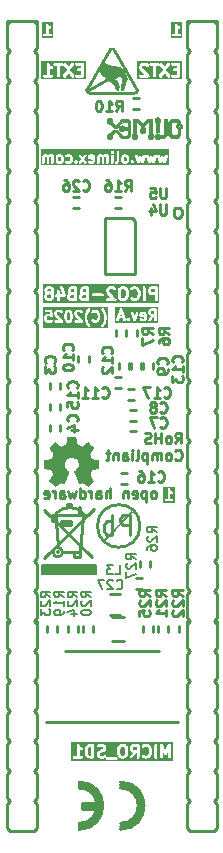
<source format=gbr>
%TF.GenerationSoftware,KiCad,Pcbnew,7.0.9-7.0.9~ubuntu22.04.1*%
%TF.CreationDate,2025-04-08T09:34:51+03:00*%
%TF.ProjectId,PICO2-BB48_Rev_A,5049434f-322d-4424-9234-385f5265765f,A*%
%TF.SameCoordinates,PX8321560PY7f50c60*%
%TF.FileFunction,Legend,Bot*%
%TF.FilePolarity,Positive*%
%FSLAX46Y46*%
G04 Gerber Fmt 4.6, Leading zero omitted, Abs format (unit mm)*
G04 Created by KiCad (PCBNEW 7.0.9-7.0.9~ubuntu22.04.1) date 2025-04-08 09:34:51*
%MOMM*%
%LPD*%
G01*
G04 APERTURE LIST*
%ADD10C,0.222250*%
%ADD11C,0.254000*%
%ADD12C,0.203200*%
%ADD13C,0.300000*%
%ADD14C,0.228600*%
%ADD15C,0.200000*%
%ADD16C,0.050000*%
%ADD17C,0.009000*%
%ADD18C,0.010000*%
%ADD19C,0.127000*%
%ADD20C,0.150000*%
G04 APERTURE END LIST*
D10*
G36*
X14501884Y28087163D02*
G01*
X13524313Y28087163D01*
X13524313Y28290948D01*
X13651313Y28290948D01*
X13691681Y28235386D01*
X13756999Y28214163D01*
X14264999Y28214163D01*
X14330317Y28235386D01*
X14370685Y28290948D01*
X14370685Y28359628D01*
X14330317Y28415190D01*
X14264999Y28436413D01*
X14122124Y28436413D01*
X14122124Y28911612D01*
X14130636Y28903228D01*
X14215302Y28860895D01*
X14283215Y28850666D01*
X14344170Y28882309D01*
X14374884Y28943739D01*
X14363626Y29011488D01*
X14314695Y29059681D01*
X14246158Y29093950D01*
X14182022Y29158086D01*
X14103460Y29275929D01*
X14101624Y29277380D01*
X14100901Y29279606D01*
X14074839Y29298541D01*
X14049570Y29318505D01*
X14047231Y29318600D01*
X14045339Y29319974D01*
X14013138Y29319974D01*
X13980947Y29321272D01*
X13979000Y29319974D01*
X13976659Y29319974D01*
X13950598Y29301041D01*
X13923802Y29283176D01*
X13922989Y29280982D01*
X13921097Y29279606D01*
X13911146Y29248983D01*
X13899964Y29218767D01*
X13900597Y29216514D01*
X13899874Y29214288D01*
X13899874Y28436413D01*
X13756999Y28436413D01*
X13691681Y28415190D01*
X13651313Y28359628D01*
X13651313Y28290948D01*
X13524313Y28290948D01*
X13524313Y29448272D01*
X14501884Y29448272D01*
X14501884Y28087163D01*
G37*
G36*
X15136884Y67457163D02*
G01*
X14159313Y67457163D01*
X14159313Y67660948D01*
X14286313Y67660948D01*
X14326681Y67605386D01*
X14391999Y67584163D01*
X14899999Y67584163D01*
X14965317Y67605386D01*
X15005685Y67660948D01*
X15005685Y67729628D01*
X14965317Y67785190D01*
X14899999Y67806413D01*
X14757124Y67806413D01*
X14757124Y68281612D01*
X14765636Y68273228D01*
X14850302Y68230895D01*
X14918215Y68220666D01*
X14979170Y68252309D01*
X15009884Y68313739D01*
X14998626Y68381488D01*
X14949695Y68429681D01*
X14881158Y68463950D01*
X14817022Y68528086D01*
X14738460Y68645929D01*
X14736624Y68647380D01*
X14735901Y68649606D01*
X14709839Y68668541D01*
X14684570Y68688505D01*
X14682231Y68688600D01*
X14680339Y68689974D01*
X14648138Y68689974D01*
X14615947Y68691272D01*
X14614000Y68689974D01*
X14611659Y68689974D01*
X14585598Y68671041D01*
X14558802Y68653176D01*
X14557989Y68650982D01*
X14556097Y68649606D01*
X14546146Y68618983D01*
X14534964Y68588767D01*
X14535597Y68586514D01*
X14534874Y68584288D01*
X14534874Y67806413D01*
X14391999Y67806413D01*
X14326681Y67785190D01*
X14286313Y67729628D01*
X14286313Y67660948D01*
X14159313Y67660948D01*
X14159313Y68818272D01*
X15136884Y68818272D01*
X15136884Y67457163D01*
G37*
G36*
X4214884Y67457163D02*
G01*
X3237313Y67457163D01*
X3237313Y67660948D01*
X3364313Y67660948D01*
X3404681Y67605386D01*
X3469999Y67584163D01*
X3977999Y67584163D01*
X4043317Y67605386D01*
X4083685Y67660948D01*
X4083685Y67729628D01*
X4043317Y67785190D01*
X3977999Y67806413D01*
X3835124Y67806413D01*
X3835124Y68281612D01*
X3843636Y68273228D01*
X3928302Y68230895D01*
X3996215Y68220666D01*
X4057170Y68252309D01*
X4087884Y68313739D01*
X4076626Y68381488D01*
X4027695Y68429681D01*
X3959158Y68463950D01*
X3895022Y68528086D01*
X3816460Y68645929D01*
X3814624Y68647380D01*
X3813901Y68649606D01*
X3787839Y68668541D01*
X3762570Y68688505D01*
X3760231Y68688600D01*
X3758339Y68689974D01*
X3726138Y68689974D01*
X3693947Y68691272D01*
X3692000Y68689974D01*
X3689659Y68689974D01*
X3663598Y68671041D01*
X3636802Y68653176D01*
X3635989Y68650982D01*
X3634097Y68649606D01*
X3624146Y68618983D01*
X3612964Y68588767D01*
X3613597Y68586514D01*
X3612874Y68584288D01*
X3612874Y67806413D01*
X3469999Y67806413D01*
X3404681Y67785190D01*
X3364313Y67729628D01*
X3364313Y67660948D01*
X3237313Y67660948D01*
X3237313Y68818272D01*
X4214884Y68818272D01*
X4214884Y67457163D01*
G37*
D11*
G36*
X4011624Y45714004D02*
G01*
X4030863Y45694765D01*
X4056618Y45643255D01*
X4056618Y45509691D01*
X4030863Y45458181D01*
X4011625Y45438944D01*
X3960114Y45413188D01*
X3826550Y45413188D01*
X3775038Y45438944D01*
X3755801Y45458181D01*
X3730046Y45509691D01*
X3730046Y45643255D01*
X3755801Y45694765D01*
X3775040Y45714004D01*
X3826550Y45739759D01*
X3960114Y45739759D01*
X4011624Y45714004D01*
G37*
G36*
X4011624Y46149433D02*
G01*
X4030863Y46130194D01*
X4053723Y46084474D01*
X4030863Y46038753D01*
X4011624Y46019514D01*
X3960114Y45993759D01*
X3826550Y45993759D01*
X3775040Y46019514D01*
X3755801Y46038753D01*
X3732940Y46084474D01*
X3755801Y46130194D01*
X3775040Y46149433D01*
X3826550Y46175188D01*
X3960114Y46175188D01*
X4011624Y46149433D01*
G37*
G36*
X5991856Y45413188D02*
G01*
X5761788Y45413188D01*
X5710276Y45438944D01*
X5691039Y45458181D01*
X5665284Y45509691D01*
X5665284Y45594874D01*
X5691039Y45646384D01*
X5703650Y45658995D01*
X5800799Y45691378D01*
X5991856Y45691378D01*
X5991856Y45413188D01*
G37*
G36*
X5991856Y45945378D02*
G01*
X5810169Y45945378D01*
X5758659Y45971133D01*
X5739420Y45990372D01*
X5713665Y46041882D01*
X5713665Y46078684D01*
X5739420Y46130194D01*
X5758659Y46149433D01*
X5810169Y46175188D01*
X5991856Y46175188D01*
X5991856Y45945378D01*
G37*
G36*
X7007856Y45413188D02*
G01*
X6777788Y45413188D01*
X6726276Y45438944D01*
X6707039Y45458181D01*
X6681284Y45509691D01*
X6681284Y45594874D01*
X6707039Y45646384D01*
X6719650Y45658995D01*
X6816799Y45691378D01*
X7007856Y45691378D01*
X7007856Y45413188D01*
G37*
G36*
X7007856Y45945378D02*
G01*
X6826169Y45945378D01*
X6774659Y45971133D01*
X6755420Y45990372D01*
X6729665Y46041882D01*
X6729665Y46078684D01*
X6755420Y46130194D01*
X6774659Y46149433D01*
X6826169Y46175188D01*
X7007856Y46175188D01*
X7007856Y45945378D01*
G37*
G36*
X10252767Y46149433D02*
G01*
X10310084Y46092116D01*
X10346142Y45947887D01*
X10346142Y45640488D01*
X10310084Y45496260D01*
X10252768Y45438944D01*
X10201257Y45413188D01*
X10067693Y45413188D01*
X10016179Y45438945D01*
X9958865Y45496260D01*
X9922808Y45640488D01*
X9922808Y45947887D01*
X9958865Y46092116D01*
X10016181Y46149433D01*
X10067693Y46175188D01*
X10201257Y46175188D01*
X10252767Y46149433D01*
G37*
G36*
X12813571Y45896997D02*
G01*
X12583503Y45896997D01*
X12531993Y45922752D01*
X12512754Y45941991D01*
X12486999Y45993501D01*
X12486999Y46078684D01*
X12512754Y46130194D01*
X12531993Y46149433D01*
X12583503Y46175188D01*
X12813571Y46175188D01*
X12813571Y45896997D01*
G37*
G36*
X13212714Y45014045D02*
G01*
X3330903Y45014045D01*
X3330903Y45479711D01*
X3476046Y45479711D01*
X3479289Y45468666D01*
X3478053Y45457218D01*
X3489454Y45422915D01*
X3537835Y45326153D01*
X3539455Y45324411D01*
X3539962Y45322084D01*
X3561624Y45293146D01*
X3610005Y45244765D01*
X3612095Y45243624D01*
X3613311Y45241577D01*
X3643013Y45220975D01*
X3739775Y45172595D01*
X3751105Y45170557D01*
X3760790Y45164332D01*
X3796570Y45159188D01*
X3990094Y45159188D01*
X4001138Y45162432D01*
X4012586Y45161195D01*
X4046889Y45172595D01*
X4143651Y45220975D01*
X4145394Y45222597D01*
X4147721Y45223103D01*
X4176659Y45244765D01*
X4225040Y45293146D01*
X4226181Y45295236D01*
X4228227Y45296451D01*
X4248829Y45326153D01*
X4297210Y45422915D01*
X4299248Y45434245D01*
X4305474Y45443931D01*
X4310618Y45479711D01*
X4310618Y45606780D01*
X4396577Y45606780D01*
X4426304Y45541687D01*
X4486504Y45502998D01*
X4522284Y45497854D01*
X4540427Y45497854D01*
X4540427Y45286188D01*
X4560588Y45217527D01*
X4614669Y45170665D01*
X4685501Y45160481D01*
X4750594Y45190208D01*
X4789283Y45250408D01*
X4794427Y45286188D01*
X4794427Y45479711D01*
X5411284Y45479711D01*
X5414527Y45468666D01*
X5413291Y45457218D01*
X5424692Y45422915D01*
X5473073Y45326153D01*
X5474693Y45324411D01*
X5475200Y45322084D01*
X5496862Y45293146D01*
X5545243Y45244765D01*
X5547333Y45243624D01*
X5548549Y45241577D01*
X5578251Y45220975D01*
X5675013Y45172595D01*
X5686343Y45170557D01*
X5696028Y45164332D01*
X5731808Y45159188D01*
X6118856Y45159188D01*
X6127753Y45161801D01*
X6136930Y45160481D01*
X6161548Y45171724D01*
X6187517Y45179349D01*
X6193588Y45186357D01*
X6202023Y45190208D01*
X6216655Y45212977D01*
X6234379Y45233430D01*
X6235698Y45242607D01*
X6240712Y45250408D01*
X6245856Y45286188D01*
X6245856Y45479711D01*
X6427284Y45479711D01*
X6430527Y45468666D01*
X6429291Y45457218D01*
X6440692Y45422915D01*
X6489073Y45326153D01*
X6490693Y45324411D01*
X6491200Y45322084D01*
X6512862Y45293146D01*
X6561243Y45244765D01*
X6563333Y45243624D01*
X6564549Y45241577D01*
X6594251Y45220975D01*
X6691013Y45172595D01*
X6702343Y45170557D01*
X6712028Y45164332D01*
X6747808Y45159188D01*
X7134856Y45159188D01*
X7143753Y45161801D01*
X7152930Y45160481D01*
X7177548Y45171724D01*
X7203517Y45179349D01*
X7209588Y45186357D01*
X7218023Y45190208D01*
X7232655Y45212977D01*
X7250379Y45233430D01*
X7251698Y45242607D01*
X7256712Y45250408D01*
X7261856Y45286188D01*
X7261856Y45655161D01*
X7492959Y45655161D01*
X7522686Y45590068D01*
X7582886Y45551379D01*
X7618666Y45546235D01*
X8392761Y45546235D01*
X8461422Y45566396D01*
X8508284Y45620477D01*
X8518468Y45691309D01*
X8488741Y45756402D01*
X8428541Y45795091D01*
X8392761Y45800235D01*
X7618666Y45800235D01*
X7550005Y45780074D01*
X7503143Y45725993D01*
X7492959Y45655161D01*
X7261856Y45655161D01*
X7261856Y46011902D01*
X8701189Y46011902D01*
X8701859Y46009619D01*
X8701272Y46007312D01*
X8707706Y45971741D01*
X8756087Y45826598D01*
X8762657Y45817144D01*
X8765105Y45805894D01*
X8786768Y45776956D01*
X9150536Y45413188D01*
X8828189Y45413188D01*
X8759528Y45393027D01*
X8712666Y45338946D01*
X8702482Y45268114D01*
X8732209Y45203021D01*
X8792409Y45164332D01*
X8828189Y45159188D01*
X9457142Y45159188D01*
X9478901Y45165578D01*
X9501524Y45167195D01*
X9512568Y45175463D01*
X9525803Y45179349D01*
X9540653Y45196488D01*
X9558811Y45210080D01*
X9563631Y45223006D01*
X9572665Y45233430D01*
X9575892Y45255879D01*
X9583818Y45277128D01*
X9580885Y45290608D01*
X9582849Y45304262D01*
X9573427Y45324892D01*
X9568607Y45347053D01*
X9555015Y45365209D01*
X9553122Y45369355D01*
X9550789Y45370854D01*
X9546944Y45375991D01*
X9298081Y45624854D01*
X9668808Y45624854D01*
X9669780Y45621542D01*
X9672600Y45594052D01*
X9720981Y45400528D01*
X9729250Y45386434D01*
X9732724Y45370465D01*
X9754386Y45341527D01*
X9851148Y45244766D01*
X9853237Y45243625D01*
X9854454Y45241577D01*
X9884156Y45220975D01*
X9980918Y45172595D01*
X9992248Y45170557D01*
X10001933Y45164332D01*
X10037713Y45159188D01*
X10231237Y45159188D01*
X10242281Y45162432D01*
X10253729Y45161195D01*
X10288032Y45172595D01*
X10384794Y45220975D01*
X10386537Y45222597D01*
X10388864Y45223103D01*
X10417802Y45244765D01*
X10514563Y45341527D01*
X10522394Y45355869D01*
X10534301Y45367064D01*
X10544490Y45392009D01*
X10733513Y45392009D01*
X10748724Y45322084D01*
X10770386Y45293146D01*
X10818767Y45244765D01*
X10828872Y45239247D01*
X10836093Y45230279D01*
X10868410Y45214085D01*
X11013553Y45165705D01*
X11015930Y45165620D01*
X11017933Y45164332D01*
X11053713Y45159188D01*
X11150475Y45159188D01*
X11152758Y45159859D01*
X11155065Y45159271D01*
X11190635Y45165705D01*
X11335778Y45214085D01*
X11345232Y45220656D01*
X11356483Y45223103D01*
X11385421Y45244765D01*
X11426844Y45286188D01*
X11797571Y45286188D01*
X11817732Y45217527D01*
X11871813Y45170665D01*
X11942645Y45160481D01*
X12007738Y45190208D01*
X12046427Y45250408D01*
X12051571Y45286188D01*
X12051571Y45963521D01*
X12232999Y45963521D01*
X12236242Y45952476D01*
X12235006Y45941028D01*
X12246407Y45906725D01*
X12294788Y45809963D01*
X12296408Y45808221D01*
X12296915Y45805894D01*
X12318577Y45776956D01*
X12366958Y45728575D01*
X12369047Y45727434D01*
X12370263Y45725388D01*
X12399965Y45704786D01*
X12496727Y45656405D01*
X12508056Y45654367D01*
X12517743Y45648141D01*
X12553523Y45642997D01*
X12813571Y45642997D01*
X12813571Y45286188D01*
X12833732Y45217527D01*
X12887813Y45170665D01*
X12958645Y45160481D01*
X13023738Y45190208D01*
X13062427Y45250408D01*
X13067571Y45286188D01*
X13067571Y46302188D01*
X13064958Y46311086D01*
X13066278Y46320262D01*
X13055035Y46344881D01*
X13047410Y46370849D01*
X13040402Y46376921D01*
X13036551Y46385355D01*
X13013782Y46399988D01*
X12993329Y46417711D01*
X12984152Y46419031D01*
X12976351Y46424044D01*
X12940571Y46429188D01*
X12553523Y46429188D01*
X12542477Y46425945D01*
X12531030Y46427181D01*
X12496727Y46415780D01*
X12399965Y46367399D01*
X12398222Y46365779D01*
X12395896Y46365272D01*
X12366958Y46343610D01*
X12318577Y46295229D01*
X12317435Y46293140D01*
X12315390Y46291924D01*
X12294788Y46262222D01*
X12246407Y46165460D01*
X12244368Y46154131D01*
X12238143Y46144444D01*
X12232999Y46108664D01*
X12232999Y45963521D01*
X12051571Y45963521D01*
X12051571Y46302188D01*
X12031410Y46370849D01*
X11977329Y46417711D01*
X11906497Y46427895D01*
X11841404Y46398168D01*
X11802715Y46337968D01*
X11797571Y46302188D01*
X11797571Y45286188D01*
X11426844Y45286188D01*
X11482182Y45341527D01*
X11483322Y45343617D01*
X11485370Y45344832D01*
X11505972Y45374534D01*
X11554353Y45471296D01*
X11555141Y45475677D01*
X11563969Y45497290D01*
X11612350Y45690814D01*
X11612209Y45694265D01*
X11616142Y45721616D01*
X11616142Y45866759D01*
X11615169Y45870072D01*
X11612350Y45897561D01*
X11563969Y46091085D01*
X11561716Y46094925D01*
X11554353Y46117079D01*
X11505972Y46213841D01*
X11504351Y46215584D01*
X11503845Y46217910D01*
X11482182Y46246848D01*
X11385421Y46343610D01*
X11375315Y46349128D01*
X11368096Y46358095D01*
X11335779Y46374290D01*
X11190636Y46422671D01*
X11188257Y46422758D01*
X11186255Y46424044D01*
X11150475Y46429188D01*
X11053713Y46429188D01*
X11051428Y46428518D01*
X11049122Y46429105D01*
X11013552Y46422671D01*
X10868409Y46374290D01*
X10858954Y46367720D01*
X10847705Y46365272D01*
X10818767Y46343610D01*
X10770386Y46295229D01*
X10736092Y46232422D01*
X10741196Y46161044D01*
X10784081Y46103757D01*
X10851129Y46078750D01*
X10921054Y46093961D01*
X10949992Y46115623D01*
X10977174Y46142805D01*
X11074323Y46175188D01*
X11129865Y46175188D01*
X11227014Y46142805D01*
X11288005Y46081815D01*
X11320934Y46015957D01*
X11362142Y45851125D01*
X11362142Y45737250D01*
X11320934Y45572418D01*
X11288005Y45506561D01*
X11227014Y45445570D01*
X11129866Y45413188D01*
X11074322Y45413188D01*
X10977174Y45445570D01*
X10949992Y45472752D01*
X10887185Y45507046D01*
X10815807Y45501942D01*
X10758520Y45459057D01*
X10733513Y45392009D01*
X10544490Y45392009D01*
X10547969Y45400528D01*
X10596350Y45594052D01*
X10596209Y45597503D01*
X10600142Y45624854D01*
X10600142Y45963521D01*
X10599169Y45966834D01*
X10596350Y45994323D01*
X10547969Y46187847D01*
X10539699Y46201942D01*
X10536226Y46217910D01*
X10514563Y46246848D01*
X10417802Y46343610D01*
X10415712Y46344752D01*
X10414497Y46346797D01*
X10384795Y46367399D01*
X10288033Y46415780D01*
X10276703Y46417819D01*
X10267017Y46424044D01*
X10231237Y46429188D01*
X10037713Y46429188D01*
X10026667Y46425945D01*
X10015220Y46427181D01*
X9980917Y46415780D01*
X9884155Y46367399D01*
X9882412Y46365779D01*
X9880086Y46365272D01*
X9851148Y46343609D01*
X9754386Y46246848D01*
X9746554Y46232505D01*
X9734649Y46221311D01*
X9720981Y46187847D01*
X9672600Y45994323D01*
X9672740Y45990873D01*
X9668808Y45963521D01*
X9668808Y45624854D01*
X9298081Y45624854D01*
X8987572Y45935362D01*
X8955189Y46032512D01*
X8955189Y46078684D01*
X8980944Y46130194D01*
X9000183Y46149433D01*
X9051693Y46175188D01*
X9233638Y46175188D01*
X9285148Y46149433D01*
X9318958Y46115623D01*
X9381765Y46081329D01*
X9453143Y46086433D01*
X9510429Y46129318D01*
X9535437Y46196366D01*
X9520226Y46266291D01*
X9498564Y46295229D01*
X9450183Y46343610D01*
X9448093Y46344752D01*
X9446878Y46346797D01*
X9417176Y46367399D01*
X9320414Y46415780D01*
X9309084Y46417819D01*
X9299398Y46424044D01*
X9263618Y46429188D01*
X9021713Y46429188D01*
X9010667Y46425945D01*
X8999220Y46427181D01*
X8964917Y46415780D01*
X8868155Y46367399D01*
X8866412Y46365779D01*
X8864086Y46365272D01*
X8835148Y46343610D01*
X8786767Y46295229D01*
X8785625Y46293140D01*
X8783580Y46291924D01*
X8762978Y46262222D01*
X8714597Y46165460D01*
X8712558Y46154131D01*
X8706333Y46144444D01*
X8701189Y46108664D01*
X8701189Y46011902D01*
X7261856Y46011902D01*
X7261856Y46302188D01*
X7259243Y46311086D01*
X7260563Y46320262D01*
X7249320Y46344881D01*
X7241695Y46370849D01*
X7234687Y46376921D01*
X7230836Y46385355D01*
X7208067Y46399988D01*
X7187614Y46417711D01*
X7178437Y46419031D01*
X7170636Y46424044D01*
X7134856Y46429188D01*
X6796189Y46429188D01*
X6785143Y46425945D01*
X6773696Y46427181D01*
X6739393Y46415780D01*
X6642631Y46367399D01*
X6640888Y46365779D01*
X6638562Y46365272D01*
X6609624Y46343610D01*
X6561243Y46295229D01*
X6560101Y46293140D01*
X6558056Y46291924D01*
X6537454Y46262222D01*
X6489073Y46165460D01*
X6487034Y46154131D01*
X6480809Y46144444D01*
X6475665Y46108664D01*
X6475665Y46011902D01*
X6478908Y46000857D01*
X6477672Y45989409D01*
X6489073Y45955106D01*
X6537454Y45858344D01*
X6539074Y45856602D01*
X6539581Y45854275D01*
X6546489Y45845047D01*
X6512862Y45811419D01*
X6511720Y45809330D01*
X6509675Y45808114D01*
X6489073Y45778412D01*
X6440692Y45681650D01*
X6438653Y45670321D01*
X6432428Y45660634D01*
X6427284Y45624854D01*
X6427284Y45479711D01*
X6245856Y45479711D01*
X6245856Y46302188D01*
X6243243Y46311086D01*
X6244563Y46320262D01*
X6233320Y46344881D01*
X6225695Y46370849D01*
X6218687Y46376921D01*
X6214836Y46385355D01*
X6192067Y46399988D01*
X6171614Y46417711D01*
X6162437Y46419031D01*
X6154636Y46424044D01*
X6118856Y46429188D01*
X5780189Y46429188D01*
X5769143Y46425945D01*
X5757696Y46427181D01*
X5723393Y46415780D01*
X5626631Y46367399D01*
X5624888Y46365779D01*
X5622562Y46365272D01*
X5593624Y46343610D01*
X5545243Y46295229D01*
X5544101Y46293140D01*
X5542056Y46291924D01*
X5521454Y46262222D01*
X5473073Y46165460D01*
X5471034Y46154131D01*
X5464809Y46144444D01*
X5459665Y46108664D01*
X5459665Y46011902D01*
X5462908Y46000857D01*
X5461672Y45989409D01*
X5473073Y45955106D01*
X5521454Y45858344D01*
X5523074Y45856602D01*
X5523581Y45854275D01*
X5530489Y45845047D01*
X5496862Y45811419D01*
X5495720Y45809330D01*
X5493675Y45808114D01*
X5473073Y45778412D01*
X5424692Y45681650D01*
X5422653Y45670321D01*
X5416428Y45660634D01*
X5411284Y45624854D01*
X5411284Y45479711D01*
X4794427Y45479711D01*
X4794427Y45497854D01*
X5151237Y45497854D01*
X5179327Y45506103D01*
X5208136Y45511313D01*
X5213225Y45516056D01*
X5219898Y45518015D01*
X5239067Y45540138D01*
X5260488Y45560099D01*
X5262205Y45566840D01*
X5266760Y45572096D01*
X5270926Y45601072D01*
X5278154Y45629444D01*
X5276399Y45639143D01*
X5276944Y45642928D01*
X5274909Y45647384D01*
X5271720Y45665015D01*
X5029815Y46390729D01*
X4988976Y46449491D01*
X4922851Y46476846D01*
X4852433Y46464109D01*
X4800081Y46415323D01*
X4782415Y46345978D01*
X4788849Y46310407D01*
X4975034Y45751854D01*
X4794427Y45751854D01*
X4794427Y45963521D01*
X4774266Y46032182D01*
X4720185Y46079044D01*
X4649353Y46089228D01*
X4584260Y46059501D01*
X4545571Y45999301D01*
X4540427Y45963521D01*
X4540427Y45751854D01*
X4522284Y45751854D01*
X4453623Y45731693D01*
X4406761Y45677612D01*
X4396577Y45606780D01*
X4310618Y45606780D01*
X4310618Y45673235D01*
X4307374Y45684281D01*
X4308611Y45695728D01*
X4297210Y45730031D01*
X4248829Y45826793D01*
X4247208Y45828536D01*
X4246702Y45830862D01*
X4225040Y45859800D01*
X4218081Y45866759D01*
X4225040Y45873718D01*
X4226181Y45875808D01*
X4228227Y45877023D01*
X4248829Y45906725D01*
X4297210Y46003487D01*
X4299248Y46014817D01*
X4305474Y46024503D01*
X4310618Y46060283D01*
X4310618Y46108664D01*
X4307374Y46119710D01*
X4308611Y46131157D01*
X4297210Y46165460D01*
X4248829Y46262222D01*
X4247208Y46263965D01*
X4246702Y46266291D01*
X4225040Y46295229D01*
X4176659Y46343610D01*
X4174569Y46344752D01*
X4173354Y46346797D01*
X4143652Y46367399D01*
X4046890Y46415780D01*
X4035560Y46417819D01*
X4025874Y46424044D01*
X3990094Y46429188D01*
X3796570Y46429188D01*
X3785524Y46425945D01*
X3774077Y46427181D01*
X3739774Y46415780D01*
X3643012Y46367399D01*
X3641269Y46365779D01*
X3638943Y46365272D01*
X3610005Y46343610D01*
X3561624Y46295229D01*
X3560482Y46293140D01*
X3558437Y46291924D01*
X3537835Y46262222D01*
X3489454Y46165460D01*
X3487415Y46154131D01*
X3481190Y46144444D01*
X3476046Y46108664D01*
X3476046Y46060283D01*
X3479289Y46049238D01*
X3478053Y46037790D01*
X3489454Y46003487D01*
X3537835Y45906725D01*
X3539455Y45904983D01*
X3539962Y45902656D01*
X3561624Y45873718D01*
X3568583Y45866759D01*
X3561624Y45859800D01*
X3560482Y45857711D01*
X3558437Y45856495D01*
X3537835Y45826793D01*
X3489454Y45730031D01*
X3487415Y45718702D01*
X3481190Y45709015D01*
X3476046Y45673235D01*
X3476046Y45479711D01*
X3330903Y45479711D01*
X3330903Y46621989D01*
X13212714Y46621989D01*
X13212714Y45014045D01*
G37*
D10*
G36*
X4843508Y57359293D02*
G01*
X4860338Y57342463D01*
X4882875Y57297388D01*
X4882875Y57095854D01*
X4860338Y57050781D01*
X4843506Y57033949D01*
X4798435Y57011413D01*
X4723900Y57011413D01*
X4678826Y57033950D01*
X4661996Y57050780D01*
X4639459Y57095854D01*
X4639459Y57297390D01*
X4661995Y57342463D01*
X4678825Y57359293D01*
X4723900Y57381830D01*
X4798434Y57381830D01*
X4843508Y57359293D01*
G37*
G36*
X7535839Y57367794D02*
G01*
X7549875Y57339723D01*
X7549875Y57332172D01*
X7365381Y57369071D01*
X7390900Y57381830D01*
X7507767Y57381830D01*
X7535839Y57367794D01*
G37*
G36*
X10389174Y57359293D02*
G01*
X10406004Y57342463D01*
X10428541Y57297388D01*
X10428541Y57095854D01*
X10406004Y57050781D01*
X10389172Y57033949D01*
X10344101Y57011413D01*
X10269566Y57011413D01*
X10224492Y57033950D01*
X10207662Y57050780D01*
X10185125Y57095854D01*
X10185125Y57297390D01*
X10207661Y57342463D01*
X10224491Y57359293D01*
X10269566Y57381830D01*
X10344100Y57381830D01*
X10389174Y57359293D01*
G37*
G36*
X14033181Y56662163D02*
G01*
X3147209Y56662163D01*
X3147209Y56900288D01*
X3274209Y56900288D01*
X3295432Y56834970D01*
X3350994Y56794602D01*
X3419674Y56794602D01*
X3475236Y56834970D01*
X3496459Y56900288D01*
X3496459Y57339722D01*
X3510494Y57367794D01*
X3538567Y57381830D01*
X3613101Y57381830D01*
X3641173Y57367794D01*
X3655209Y57339723D01*
X3655209Y56900288D01*
X3676432Y56834970D01*
X3731994Y56794602D01*
X3800674Y56794602D01*
X3856236Y56834970D01*
X3877459Y56900288D01*
X3877459Y57339722D01*
X3891494Y57367794D01*
X3919567Y57381830D01*
X3994101Y57381830D01*
X4036209Y57360776D01*
X4036209Y56900288D01*
X4057432Y56834970D01*
X4112994Y56794602D01*
X4181674Y56794602D01*
X4237236Y56834970D01*
X4258459Y56900288D01*
X4258459Y57069621D01*
X4417209Y57069621D01*
X4425125Y57045257D01*
X4428941Y57019924D01*
X4471274Y56935259D01*
X4483912Y56922428D01*
X4492089Y56906379D01*
X4534422Y56864044D01*
X4550473Y56855866D01*
X4563304Y56843228D01*
X4647971Y56800895D01*
X4673301Y56797080D01*
X4697667Y56789163D01*
X4824667Y56789163D01*
X4849032Y56797080D01*
X4874363Y56800895D01*
X4959030Y56843227D01*
X4971864Y56855868D01*
X4987912Y56864045D01*
X5030245Y56906379D01*
X5038421Y56922426D01*
X5051060Y56935258D01*
X5063016Y56959170D01*
X5222781Y56959170D01*
X5234040Y56891421D01*
X5282971Y56843228D01*
X5367638Y56800895D01*
X5392968Y56797080D01*
X5417334Y56789163D01*
X5586667Y56789163D01*
X5611032Y56797080D01*
X5636363Y56800895D01*
X5721030Y56843227D01*
X5733864Y56855868D01*
X5749912Y56864045D01*
X5792245Y56906379D01*
X5800421Y56922426D01*
X5803190Y56925237D01*
X5984910Y56925237D01*
X5992900Y56909556D01*
X5995654Y56892171D01*
X6008099Y56879726D01*
X6016090Y56864044D01*
X6058423Y56821711D01*
X6074105Y56813721D01*
X6086551Y56801275D01*
X6095405Y56799873D01*
X6102660Y56794602D01*
X6111627Y56794602D01*
X6119617Y56790531D01*
X6137000Y56793285D01*
X6154384Y56790531D01*
X6162374Y56794602D01*
X6171340Y56794602D01*
X6178594Y56799873D01*
X6187449Y56801275D01*
X6199893Y56813720D01*
X6215577Y56821711D01*
X6257910Y56864044D01*
X6265899Y56879724D01*
X6278346Y56892170D01*
X6280294Y56904471D01*
X6364621Y56904471D01*
X6383370Y56838401D01*
X6437374Y56795969D01*
X6506004Y56793384D01*
X6563047Y56831633D01*
X6708500Y57016756D01*
X6853954Y56831633D01*
X6910997Y56793384D01*
X6979627Y56795969D01*
X7033631Y56838401D01*
X7052380Y56904471D01*
X7028714Y56968943D01*
X6849823Y57196622D01*
X6916347Y57281288D01*
X7126542Y57281288D01*
X7128613Y57274914D01*
X7127299Y57268342D01*
X7139062Y57242755D01*
X7147765Y57215970D01*
X7153186Y57212031D01*
X7155986Y57205942D01*
X7180542Y57192156D01*
X7203327Y57175602D01*
X7210029Y57175602D01*
X7215873Y57172321D01*
X7549875Y57105521D01*
X7549875Y57053522D01*
X7535839Y57025449D01*
X7507768Y57011413D01*
X7390900Y57011413D01*
X7329696Y57042014D01*
X7261783Y57052243D01*
X7200829Y57020599D01*
X7170114Y56959170D01*
X7181373Y56891421D01*
X7230304Y56843228D01*
X7314971Y56800895D01*
X7340301Y56797080D01*
X7364667Y56789163D01*
X7534000Y56789163D01*
X7558365Y56797080D01*
X7583696Y56800895D01*
X7668363Y56843227D01*
X7668994Y56843850D01*
X7669867Y56843994D01*
X7693384Y56867872D01*
X7717294Y56891421D01*
X7717439Y56892295D01*
X7718060Y56892925D01*
X7721741Y56900288D01*
X7930875Y56900288D01*
X7952098Y56834970D01*
X8007660Y56794602D01*
X8076340Y56794602D01*
X8131902Y56834970D01*
X8153125Y56900288D01*
X8153125Y57339722D01*
X8167160Y57367794D01*
X8195233Y57381830D01*
X8269767Y57381830D01*
X8297839Y57367794D01*
X8311875Y57339723D01*
X8311875Y56900288D01*
X8333098Y56834970D01*
X8388660Y56794602D01*
X8457340Y56794602D01*
X8512902Y56834970D01*
X8534125Y56900288D01*
X8534125Y57339722D01*
X8548160Y57367794D01*
X8576233Y57381830D01*
X8650767Y57381830D01*
X8692875Y57360776D01*
X8692875Y56900288D01*
X8714098Y56834970D01*
X8769660Y56794602D01*
X8838340Y56794602D01*
X8893902Y56834970D01*
X8915125Y56900288D01*
X8915125Y57492955D01*
X8893902Y57558273D01*
X8838340Y57598641D01*
X8769660Y57598641D01*
X8747015Y57582189D01*
X8726697Y57592348D01*
X8701364Y57596164D01*
X8677000Y57604080D01*
X8550000Y57604080D01*
X8525635Y57596164D01*
X8500303Y57592348D01*
X8423000Y57553697D01*
X8345697Y57592348D01*
X8320364Y57596164D01*
X8296000Y57604080D01*
X8169000Y57604080D01*
X8144635Y57596164D01*
X8119303Y57592348D01*
X8034636Y57550014D01*
X8034005Y57549393D01*
X8033133Y57549248D01*
X8009615Y57525371D01*
X7985705Y57501820D01*
X7985559Y57500947D01*
X7984940Y57500317D01*
X7942607Y57415652D01*
X7938791Y57390320D01*
X7930875Y57365955D01*
X7930875Y56900288D01*
X7721741Y56900288D01*
X7760393Y56977592D01*
X7764208Y57002923D01*
X7772125Y57027288D01*
X7772125Y57365955D01*
X7764208Y57390320D01*
X7760393Y57415652D01*
X7718060Y57500318D01*
X7717439Y57500948D01*
X7717295Y57501820D01*
X7693417Y57525338D01*
X7669867Y57549249D01*
X7668993Y57549395D01*
X7668364Y57550014D01*
X7583697Y57592348D01*
X7558364Y57596164D01*
X7534000Y57604080D01*
X7364667Y57604080D01*
X7340302Y57596164D01*
X7314970Y57592348D01*
X7230303Y57550014D01*
X7229672Y57549393D01*
X7228800Y57549248D01*
X7205282Y57525371D01*
X7181372Y57501820D01*
X7181226Y57500947D01*
X7180607Y57500317D01*
X7138274Y57415652D01*
X7134458Y57390320D01*
X7126542Y57365955D01*
X7126542Y57281288D01*
X6916347Y57281288D01*
X7028714Y57424300D01*
X7052380Y57488772D01*
X7033631Y57554842D01*
X6979627Y57597274D01*
X6910997Y57599859D01*
X6853954Y57561610D01*
X6708500Y57376488D01*
X6563047Y57561610D01*
X6506004Y57599859D01*
X6437374Y57597274D01*
X6383370Y57554842D01*
X6364621Y57488772D01*
X6388287Y57424300D01*
X6567177Y57196622D01*
X6388287Y56968943D01*
X6364621Y56904471D01*
X6280294Y56904471D01*
X6281100Y56909558D01*
X6289090Y56925238D01*
X6286337Y56942619D01*
X6289091Y56960003D01*
X6281099Y56975688D01*
X6278346Y56993070D01*
X6265901Y57005515D01*
X6257911Y57021197D01*
X6215578Y57063531D01*
X6199895Y57071523D01*
X6187448Y57083969D01*
X6178593Y57085372D01*
X6171340Y57090641D01*
X6162374Y57090641D01*
X6154385Y57094712D01*
X6137000Y57091959D01*
X6119615Y57094712D01*
X6111625Y57090641D01*
X6102660Y57090641D01*
X6095406Y57085372D01*
X6086552Y57083969D01*
X6074106Y57071524D01*
X6058422Y57063532D01*
X6016089Y57021197D01*
X6008098Y57005515D01*
X5995654Y56993070D01*
X5992900Y56975686D01*
X5984910Y56960003D01*
X5987663Y56942621D01*
X5984910Y56925237D01*
X5803190Y56925237D01*
X5813060Y56935258D01*
X5855393Y57019924D01*
X5859208Y57045257D01*
X5867125Y57069621D01*
X5867125Y57323621D01*
X5859208Y57347987D01*
X5855393Y57373317D01*
X5813060Y57457984D01*
X5800421Y57470817D01*
X5792244Y57486865D01*
X5749911Y57529198D01*
X5733863Y57537375D01*
X5721031Y57550014D01*
X5636364Y57592348D01*
X5611031Y57596164D01*
X5586667Y57604080D01*
X5417334Y57604080D01*
X5392969Y57596164D01*
X5367637Y57592348D01*
X5282970Y57550014D01*
X5234039Y57501820D01*
X5222781Y57434071D01*
X5253496Y57372642D01*
X5314451Y57340999D01*
X5382364Y57351228D01*
X5443567Y57381830D01*
X5560434Y57381830D01*
X5605508Y57359293D01*
X5622338Y57342463D01*
X5644875Y57297388D01*
X5644875Y57095854D01*
X5622338Y57050781D01*
X5605506Y57033949D01*
X5560435Y57011413D01*
X5443567Y57011413D01*
X5382363Y57042014D01*
X5314450Y57052243D01*
X5253496Y57020599D01*
X5222781Y56959170D01*
X5063016Y56959170D01*
X5093393Y57019924D01*
X5097208Y57045257D01*
X5105125Y57069621D01*
X5105125Y57323621D01*
X5097208Y57347987D01*
X5093393Y57373317D01*
X5051060Y57457984D01*
X5038421Y57470817D01*
X5030244Y57486865D01*
X4987911Y57529198D01*
X4971863Y57537375D01*
X4959031Y57550014D01*
X4874364Y57592348D01*
X4849031Y57596164D01*
X4824667Y57604080D01*
X4697667Y57604080D01*
X4673302Y57596164D01*
X4647970Y57592348D01*
X4563303Y57550014D01*
X4550470Y57537375D01*
X4534423Y57529198D01*
X4492090Y57486865D01*
X4483913Y57470818D01*
X4471273Y57457984D01*
X4428941Y57373317D01*
X4425125Y57347987D01*
X4417209Y57323621D01*
X4417209Y57069621D01*
X4258459Y57069621D01*
X4258459Y57492955D01*
X4237236Y57558273D01*
X4181674Y57598641D01*
X4112994Y57598641D01*
X4090349Y57582189D01*
X4070031Y57592348D01*
X4044698Y57596164D01*
X4020334Y57604080D01*
X3893334Y57604080D01*
X3868969Y57596164D01*
X3843637Y57592348D01*
X3766334Y57553697D01*
X3689031Y57592348D01*
X3663698Y57596164D01*
X3639334Y57604080D01*
X3512334Y57604080D01*
X3487969Y57596164D01*
X3462637Y57592348D01*
X3377970Y57550014D01*
X3377339Y57549393D01*
X3376467Y57549248D01*
X3352949Y57525371D01*
X3329039Y57501820D01*
X3328893Y57500947D01*
X3328274Y57500317D01*
X3285941Y57415652D01*
X3282125Y57390320D01*
X3274209Y57365955D01*
X3274209Y56900288D01*
X3147209Y56900288D01*
X3147209Y57729573D01*
X9075243Y57729573D01*
X9083233Y57713891D01*
X9085987Y57696506D01*
X9098431Y57684062D01*
X9106422Y57668379D01*
X9148755Y57626044D01*
X9164439Y57618053D01*
X9176885Y57605607D01*
X9185739Y57604205D01*
X9192993Y57598935D01*
X9201958Y57598935D01*
X9202535Y57598641D01*
X9192993Y57598641D01*
X9137431Y57558273D01*
X9116208Y57492955D01*
X9116208Y56900288D01*
X9137431Y56834970D01*
X9192993Y56794602D01*
X9261673Y56794602D01*
X9317235Y56834970D01*
X9333081Y56883739D01*
X9456114Y56883739D01*
X9486829Y56822310D01*
X9547783Y56790666D01*
X9615696Y56800895D01*
X9700363Y56843227D01*
X9700994Y56843850D01*
X9701867Y56843994D01*
X9725384Y56867872D01*
X9749294Y56891421D01*
X9749439Y56892295D01*
X9750060Y56892925D01*
X9792393Y56977592D01*
X9796208Y57002923D01*
X9804125Y57027288D01*
X9804125Y57069621D01*
X9962875Y57069621D01*
X9970791Y57045257D01*
X9974607Y57019924D01*
X10016940Y56935259D01*
X10029578Y56922428D01*
X10037755Y56906379D01*
X10080088Y56864044D01*
X10096139Y56855866D01*
X10108970Y56843228D01*
X10193637Y56800895D01*
X10218967Y56797080D01*
X10243333Y56789163D01*
X10370333Y56789163D01*
X10394698Y56797080D01*
X10420029Y56800895D01*
X10504696Y56843227D01*
X10517530Y56855868D01*
X10533578Y56864045D01*
X10575911Y56906379D01*
X10584087Y56922426D01*
X10586856Y56925237D01*
X10768576Y56925237D01*
X10776566Y56909556D01*
X10779320Y56892171D01*
X10791765Y56879726D01*
X10799756Y56864044D01*
X10842089Y56821711D01*
X10857771Y56813721D01*
X10870217Y56801275D01*
X10879071Y56799873D01*
X10886326Y56794602D01*
X10895293Y56794602D01*
X10903283Y56790531D01*
X10920666Y56793285D01*
X10938050Y56790531D01*
X10946040Y56794602D01*
X10955006Y56794602D01*
X10962260Y56799873D01*
X10971115Y56801275D01*
X10983559Y56813720D01*
X10999243Y56821711D01*
X11041576Y56864044D01*
X11049565Y56879724D01*
X11062012Y56892170D01*
X11064766Y56909558D01*
X11072756Y56925238D01*
X11070003Y56942619D01*
X11072757Y56960003D01*
X11064765Y56975688D01*
X11062012Y56993070D01*
X11049567Y57005515D01*
X11041577Y57021197D01*
X10999244Y57063531D01*
X10983561Y57071523D01*
X10971114Y57083969D01*
X10962259Y57085372D01*
X10955006Y57090641D01*
X10946040Y57090641D01*
X10938051Y57094712D01*
X10920666Y57091959D01*
X10903281Y57094712D01*
X10895291Y57090641D01*
X10886326Y57090641D01*
X10879072Y57085372D01*
X10870218Y57083969D01*
X10857772Y57071524D01*
X10842088Y57063532D01*
X10799755Y57021197D01*
X10791764Y57005515D01*
X10779320Y56993070D01*
X10776566Y56975686D01*
X10768576Y56960003D01*
X10771329Y56942621D01*
X10768576Y56925237D01*
X10586856Y56925237D01*
X10596726Y56935258D01*
X10639059Y57019924D01*
X10642874Y57045257D01*
X10650791Y57069621D01*
X10650791Y57323621D01*
X10642874Y57347987D01*
X10639059Y57373317D01*
X10596726Y57457984D01*
X10592350Y57462427D01*
X11152483Y57462427D01*
X11321817Y56869760D01*
X11340087Y56842616D01*
X11357531Y56814915D01*
X11359176Y56814257D01*
X11360167Y56812785D01*
X11390914Y56801562D01*
X11421299Y56789407D01*
X11423018Y56789843D01*
X11424682Y56789235D01*
X11456133Y56798221D01*
X11487879Y56806253D01*
X11489013Y56807615D01*
X11490719Y56808102D01*
X11510900Y56833883D01*
X11531843Y56859017D01*
X11597998Y57024408D01*
X11664155Y56859017D01*
X11685097Y56833883D01*
X11705279Y56808102D01*
X11706984Y56807615D01*
X11708119Y56806253D01*
X11739848Y56798225D01*
X11771316Y56789234D01*
X11772980Y56789842D01*
X11774699Y56789407D01*
X11805083Y56801561D01*
X11835831Y56812785D01*
X11836820Y56814256D01*
X11838467Y56814914D01*
X11855922Y56842635D01*
X11874181Y56869760D01*
X12043515Y57462426D01*
X12043515Y57462427D01*
X12083816Y57462427D01*
X12253150Y56869760D01*
X12271420Y56842616D01*
X12288864Y56814915D01*
X12290509Y56814257D01*
X12291500Y56812785D01*
X12322247Y56801562D01*
X12352632Y56789407D01*
X12354351Y56789843D01*
X12356015Y56789235D01*
X12387466Y56798221D01*
X12419212Y56806253D01*
X12420346Y56807615D01*
X12422052Y56808102D01*
X12442233Y56833883D01*
X12463176Y56859017D01*
X12529331Y57024408D01*
X12595488Y56859017D01*
X12616430Y56833883D01*
X12636612Y56808102D01*
X12638317Y56807615D01*
X12639452Y56806253D01*
X12671181Y56798225D01*
X12702649Y56789234D01*
X12704313Y56789842D01*
X12706032Y56789407D01*
X12736416Y56801561D01*
X12767164Y56812785D01*
X12768153Y56814256D01*
X12769800Y56814914D01*
X12787255Y56842635D01*
X12805514Y56869760D01*
X12974848Y57462426D01*
X12974848Y57462427D01*
X13015149Y57462427D01*
X13184483Y56869760D01*
X13202753Y56842616D01*
X13220197Y56814915D01*
X13221842Y56814257D01*
X13222833Y56812785D01*
X13253580Y56801562D01*
X13283965Y56789407D01*
X13285684Y56789843D01*
X13287348Y56789235D01*
X13318799Y56798221D01*
X13350545Y56806253D01*
X13351679Y56807615D01*
X13353385Y56808102D01*
X13373566Y56833883D01*
X13394509Y56859017D01*
X13460664Y57024408D01*
X13526821Y56859017D01*
X13547763Y56833883D01*
X13567945Y56808102D01*
X13569650Y56807615D01*
X13570785Y56806253D01*
X13602514Y56798225D01*
X13633982Y56789234D01*
X13635646Y56789842D01*
X13637365Y56789407D01*
X13667749Y56801561D01*
X13698497Y56812785D01*
X13699486Y56814256D01*
X13701133Y56814914D01*
X13718588Y56842635D01*
X13736847Y56869760D01*
X13906181Y57462426D01*
X13903719Y57531062D01*
X13861385Y57585141D01*
X13795348Y57604008D01*
X13730833Y57580458D01*
X13692483Y57523483D01*
X13612450Y57243371D01*
X13563842Y57364892D01*
X13546359Y57385874D01*
X13531800Y57408995D01*
X13524742Y57411819D01*
X13519878Y57417656D01*
X13493396Y57424357D01*
X13468032Y57434502D01*
X13460665Y57432639D01*
X13453298Y57434502D01*
X13427936Y57424358D01*
X13401452Y57417656D01*
X13396586Y57411817D01*
X13389530Y57408994D01*
X13374973Y57385878D01*
X13357488Y57364892D01*
X13308879Y57243371D01*
X13228847Y57523483D01*
X13190497Y57580458D01*
X13125982Y57604009D01*
X13059945Y57585141D01*
X13017611Y57531062D01*
X13015149Y57462427D01*
X12974848Y57462427D01*
X12972386Y57531062D01*
X12930052Y57585141D01*
X12864015Y57604008D01*
X12799500Y57580458D01*
X12761150Y57523483D01*
X12681117Y57243371D01*
X12632509Y57364892D01*
X12615026Y57385874D01*
X12600467Y57408995D01*
X12593409Y57411819D01*
X12588545Y57417656D01*
X12562063Y57424357D01*
X12536699Y57434502D01*
X12529332Y57432639D01*
X12521965Y57434502D01*
X12496603Y57424358D01*
X12470119Y57417656D01*
X12465253Y57411817D01*
X12458197Y57408994D01*
X12443640Y57385878D01*
X12426155Y57364892D01*
X12377546Y57243371D01*
X12297514Y57523483D01*
X12259164Y57580458D01*
X12194649Y57604009D01*
X12128612Y57585141D01*
X12086278Y57531062D01*
X12083816Y57462427D01*
X12043515Y57462427D01*
X12041053Y57531062D01*
X11998719Y57585141D01*
X11932682Y57604008D01*
X11868167Y57580458D01*
X11829817Y57523483D01*
X11749784Y57243371D01*
X11701176Y57364892D01*
X11683693Y57385874D01*
X11669134Y57408995D01*
X11662076Y57411819D01*
X11657212Y57417656D01*
X11630730Y57424357D01*
X11605366Y57434502D01*
X11597999Y57432639D01*
X11590632Y57434502D01*
X11565270Y57424358D01*
X11538786Y57417656D01*
X11533920Y57411817D01*
X11526864Y57408994D01*
X11512307Y57385878D01*
X11494822Y57364892D01*
X11446213Y57243371D01*
X11366181Y57523483D01*
X11327831Y57580458D01*
X11263316Y57604009D01*
X11197279Y57585141D01*
X11154945Y57531062D01*
X11152483Y57462427D01*
X10592350Y57462427D01*
X10584087Y57470817D01*
X10575910Y57486865D01*
X10533577Y57529198D01*
X10517529Y57537375D01*
X10504697Y57550014D01*
X10420030Y57592348D01*
X10394697Y57596164D01*
X10370333Y57604080D01*
X10243333Y57604080D01*
X10218968Y57596164D01*
X10193636Y57592348D01*
X10108969Y57550014D01*
X10096136Y57537375D01*
X10080089Y57529198D01*
X10037756Y57486865D01*
X10029579Y57470818D01*
X10016939Y57457984D01*
X9974607Y57373317D01*
X9970791Y57347987D01*
X9962875Y57323621D01*
X9962875Y57069621D01*
X9804125Y57069621D01*
X9804125Y57789288D01*
X9782902Y57854606D01*
X9727340Y57894974D01*
X9658660Y57894974D01*
X9603098Y57854606D01*
X9581875Y57789288D01*
X9581875Y57053522D01*
X9567839Y57025449D01*
X9516304Y56999681D01*
X9467373Y56951488D01*
X9456114Y56883739D01*
X9333081Y56883739D01*
X9338458Y56900288D01*
X9338458Y57492955D01*
X9317235Y57558273D01*
X9261673Y57598641D01*
X9252130Y57598641D01*
X9252707Y57598935D01*
X9261673Y57598935D01*
X9268926Y57604205D01*
X9277781Y57605607D01*
X9290228Y57618054D01*
X9305911Y57626045D01*
X9348244Y57668379D01*
X9356234Y57684062D01*
X9368679Y57696506D01*
X9371432Y57713889D01*
X9379424Y57729573D01*
X9376670Y57746958D01*
X9379423Y57764338D01*
X9371433Y57780019D01*
X9368679Y57797406D01*
X9356232Y57809853D01*
X9348243Y57825532D01*
X9305910Y57867865D01*
X9290226Y57875857D01*
X9277782Y57888301D01*
X9268927Y57889704D01*
X9261673Y57894974D01*
X9252707Y57894974D01*
X9244717Y57899045D01*
X9227333Y57896292D01*
X9209950Y57899045D01*
X9201960Y57894974D01*
X9192993Y57894974D01*
X9185738Y57889704D01*
X9176884Y57888301D01*
X9164438Y57875856D01*
X9148756Y57867865D01*
X9106423Y57825532D01*
X9098432Y57809851D01*
X9085987Y57797405D01*
X9083233Y57780021D01*
X9075243Y57764339D01*
X9077996Y57746956D01*
X9075243Y57729573D01*
X3147209Y57729573D01*
X3147209Y58026045D01*
X14033181Y58026045D01*
X14033181Y56662163D01*
G37*
G36*
X11917338Y44032794D02*
G01*
X11931374Y44004723D01*
X11931374Y43997172D01*
X11746880Y44034071D01*
X11772399Y44046830D01*
X11889266Y44046830D01*
X11917338Y44032794D01*
G37*
G36*
X10025656Y43930413D02*
G01*
X9910677Y43930413D01*
X9968166Y44102882D01*
X10025656Y43930413D01*
G37*
G36*
X12778041Y44099746D02*
G01*
X12576734Y44099746D01*
X12531658Y44122285D01*
X12514826Y44139116D01*
X12492291Y44184187D01*
X12492291Y44258722D01*
X12514828Y44303796D01*
X12531658Y44320627D01*
X12576731Y44343163D01*
X12778041Y44343163D01*
X12778041Y44099746D01*
G37*
G36*
X13127291Y43327163D02*
G01*
X9438889Y43327163D01*
X9438889Y43531751D01*
X9565889Y43531751D01*
X9605834Y43475885D01*
X9670990Y43454166D01*
X9736466Y43474892D01*
X9777255Y43530147D01*
X9836594Y43708163D01*
X10099739Y43708163D01*
X10159078Y43530147D01*
X10199867Y43474893D01*
X10265343Y43454166D01*
X10330499Y43475885D01*
X10370444Y43531752D01*
X10369999Y43590237D01*
X10408743Y43590237D01*
X10416733Y43574556D01*
X10419487Y43557171D01*
X10431932Y43544726D01*
X10439923Y43529044D01*
X10482256Y43486711D01*
X10497938Y43478721D01*
X10510384Y43466275D01*
X10519238Y43464873D01*
X10526493Y43459602D01*
X10535460Y43459602D01*
X10543450Y43455531D01*
X10560833Y43458285D01*
X10578217Y43455531D01*
X10586207Y43459602D01*
X10595173Y43459602D01*
X10602427Y43464873D01*
X10611282Y43466275D01*
X10623726Y43478720D01*
X10639410Y43486711D01*
X10681743Y43529044D01*
X10689732Y43544724D01*
X10702179Y43557170D01*
X10704933Y43574558D01*
X10712923Y43590238D01*
X10710170Y43607619D01*
X10712924Y43625003D01*
X10704932Y43640688D01*
X10702179Y43658070D01*
X10689734Y43670515D01*
X10681744Y43686197D01*
X10639411Y43728531D01*
X10623728Y43736523D01*
X10611281Y43748969D01*
X10602426Y43750372D01*
X10595173Y43755641D01*
X10586207Y43755641D01*
X10578218Y43759712D01*
X10560833Y43756959D01*
X10543448Y43759712D01*
X10535458Y43755641D01*
X10526493Y43755641D01*
X10519239Y43750372D01*
X10510385Y43748969D01*
X10497939Y43736524D01*
X10482255Y43728532D01*
X10439922Y43686197D01*
X10431931Y43670515D01*
X10419487Y43658070D01*
X10416733Y43640686D01*
X10408743Y43625003D01*
X10411496Y43607621D01*
X10408743Y43590237D01*
X10369999Y43590237D01*
X10369922Y43600429D01*
X10173655Y44189230D01*
X10792866Y44189230D01*
X10794848Y44120580D01*
X11006515Y43527912D01*
X11025634Y43503134D01*
X11043281Y43477309D01*
X11046427Y43476186D01*
X11048470Y43473538D01*
X11078500Y43464731D01*
X11107959Y43454209D01*
X11111166Y43455150D01*
X11114373Y43454209D01*
X11143833Y43464731D01*
X11173862Y43473538D01*
X11175904Y43476185D01*
X11179052Y43477309D01*
X11196708Y43503148D01*
X11215817Y43527913D01*
X11365237Y43946288D01*
X11508041Y43946288D01*
X11510112Y43939914D01*
X11508798Y43933342D01*
X11520561Y43907755D01*
X11529264Y43880970D01*
X11534685Y43877031D01*
X11537485Y43870942D01*
X11562041Y43857156D01*
X11584826Y43840602D01*
X11591528Y43840602D01*
X11597372Y43837321D01*
X11931374Y43770521D01*
X11931374Y43718522D01*
X11917338Y43690449D01*
X11889267Y43676413D01*
X11772399Y43676413D01*
X11711195Y43707014D01*
X11643282Y43717243D01*
X11582328Y43685599D01*
X11551613Y43624170D01*
X11562872Y43556421D01*
X11611803Y43508228D01*
X11696470Y43465895D01*
X11721800Y43462080D01*
X11746166Y43454163D01*
X11915499Y43454163D01*
X11939864Y43462080D01*
X11965195Y43465895D01*
X12049862Y43508227D01*
X12050493Y43508850D01*
X12051366Y43508994D01*
X12074883Y43532872D01*
X12098793Y43556421D01*
X12098938Y43557295D01*
X12099559Y43557925D01*
X12141892Y43642592D01*
X12145707Y43667923D01*
X12153624Y43692288D01*
X12153624Y44030955D01*
X12145707Y44055320D01*
X12141892Y44080652D01*
X12103240Y44157955D01*
X12270041Y44157955D01*
X12277957Y44133590D01*
X12281773Y44108259D01*
X12324105Y44023592D01*
X12336745Y44010758D01*
X12344923Y43994710D01*
X12387257Y43952377D01*
X12403302Y43944202D01*
X12416135Y43931562D01*
X12479673Y43899793D01*
X12290129Y43629014D01*
X12270058Y43563333D01*
X12292427Y43498399D01*
X12348691Y43459014D01*
X12417359Y43460222D01*
X12472203Y43501562D01*
X12735357Y43877496D01*
X12778041Y43877496D01*
X12778041Y43565288D01*
X12799264Y43499970D01*
X12854826Y43459602D01*
X12923506Y43459602D01*
X12979068Y43499970D01*
X13000291Y43565288D01*
X13000291Y44454288D01*
X12994852Y44471028D01*
X12994852Y44488628D01*
X12984506Y44502867D01*
X12979068Y44519606D01*
X12964829Y44529952D01*
X12954484Y44544190D01*
X12937744Y44549629D01*
X12923506Y44559974D01*
X12905906Y44559974D01*
X12889166Y44565413D01*
X12550499Y44565413D01*
X12526134Y44557497D01*
X12500802Y44553681D01*
X12416136Y44511348D01*
X12403302Y44498709D01*
X12387256Y44490532D01*
X12344922Y44448198D01*
X12336744Y44432150D01*
X12324106Y44419317D01*
X12281773Y44334652D01*
X12277957Y44309320D01*
X12270041Y44284955D01*
X12270041Y44157955D01*
X12103240Y44157955D01*
X12099559Y44165318D01*
X12098938Y44165948D01*
X12098794Y44166820D01*
X12074916Y44190338D01*
X12051366Y44214249D01*
X12050492Y44214395D01*
X12049863Y44215014D01*
X11965196Y44257348D01*
X11939863Y44261164D01*
X11915499Y44269080D01*
X11746166Y44269080D01*
X11721801Y44261164D01*
X11696469Y44257348D01*
X11611802Y44215014D01*
X11611171Y44214393D01*
X11610299Y44214248D01*
X11586781Y44190371D01*
X11562871Y44166820D01*
X11562725Y44165947D01*
X11562106Y44165317D01*
X11519773Y44080652D01*
X11515957Y44055320D01*
X11508041Y44030955D01*
X11508041Y43946288D01*
X11365237Y43946288D01*
X11427484Y44120580D01*
X11429466Y44189231D01*
X11390719Y44245934D01*
X11326040Y44269034D01*
X11260137Y44249705D01*
X11218182Y44195331D01*
X11111165Y43895686D01*
X11004150Y44195330D01*
X10962195Y44249705D01*
X10896292Y44269034D01*
X10831614Y44245934D01*
X10792866Y44189230D01*
X10173655Y44189230D01*
X10073589Y44489429D01*
X10053678Y44516401D01*
X10034166Y44543691D01*
X10033326Y44543971D01*
X10032800Y44544684D01*
X10000756Y44554828D01*
X9969010Y44565409D01*
X9968168Y44565143D01*
X9967324Y44565410D01*
X9935487Y44554798D01*
X9903534Y44544683D01*
X9903008Y44543972D01*
X9902168Y44543691D01*
X9882637Y44516376D01*
X9862744Y44489428D01*
X9566411Y43600429D01*
X9565889Y43531751D01*
X9438889Y43531751D01*
X9438889Y44692413D01*
X13127291Y44692413D01*
X13127291Y43327163D01*
G37*
G36*
X5584341Y44193626D02*
G01*
X5601171Y44176796D01*
X5629984Y44119170D01*
X5666041Y43974943D01*
X5666041Y43790634D01*
X5629984Y43646407D01*
X5601171Y43588781D01*
X5584341Y43571950D01*
X5539267Y43549413D01*
X5507066Y43549413D01*
X5461992Y43571950D01*
X5445162Y43588780D01*
X5416348Y43646408D01*
X5380291Y43790636D01*
X5380291Y43974941D01*
X5416348Y44119169D01*
X5445162Y44176797D01*
X5461992Y44193627D01*
X5507066Y44216163D01*
X5539267Y44216163D01*
X5584341Y44193626D01*
G37*
G36*
X8893959Y42862864D02*
G01*
X3337707Y42862864D01*
X3337707Y43607621D01*
X3464707Y43607621D01*
X3472623Y43583258D01*
X3476439Y43557923D01*
X3518773Y43473257D01*
X3531412Y43460425D01*
X3539588Y43444379D01*
X3581921Y43402044D01*
X3597972Y43393866D01*
X3610803Y43381228D01*
X3695470Y43338895D01*
X3720800Y43335080D01*
X3745166Y43327163D01*
X3956832Y43327163D01*
X3981197Y43335080D01*
X4006528Y43338895D01*
X4091195Y43381227D01*
X4104029Y43393868D01*
X4120077Y43402045D01*
X4162410Y43444379D01*
X4193590Y43505573D01*
X4182845Y43573406D01*
X4134280Y43621969D01*
X4066447Y43632712D01*
X4005254Y43601532D01*
X3975671Y43571949D01*
X3930600Y43549413D01*
X3771399Y43549413D01*
X3726325Y43571950D01*
X3709495Y43588780D01*
X3686957Y43633856D01*
X3686957Y43793055D01*
X3709494Y43838130D01*
X3726324Y43854960D01*
X3771399Y43877496D01*
X3930600Y43877496D01*
X3975673Y43854960D01*
X4005255Y43825378D01*
X4033141Y43811170D01*
X4060178Y43795377D01*
X4063485Y43795708D01*
X4066449Y43794198D01*
X4097379Y43799098D01*
X4128518Y43802211D01*
X4130998Y43804423D01*
X4134281Y43804942D01*
X4156410Y43827072D01*
X4179787Y43847907D01*
X4180494Y43851156D01*
X4182845Y43853506D01*
X4187743Y43884433D01*
X4194405Y43915013D01*
X4178578Y44073288D01*
X4311374Y44073288D01*
X4316940Y44056158D01*
X4317077Y44038147D01*
X4359411Y43911147D01*
X4374625Y43890537D01*
X4386256Y43867711D01*
X4704553Y43549413D01*
X4422499Y43549413D01*
X4357181Y43528190D01*
X4316813Y43472628D01*
X4316813Y43403948D01*
X4357181Y43348386D01*
X4422499Y43327163D01*
X4972833Y43327163D01*
X4997582Y43335205D01*
X5023282Y43339275D01*
X5029621Y43345615D01*
X5038151Y43348386D01*
X5053449Y43369443D01*
X5071846Y43387839D01*
X5073248Y43396694D01*
X5078519Y43403948D01*
X5078519Y43429970D01*
X5082590Y43455672D01*
X5078519Y43463662D01*
X5078519Y43472628D01*
X5063223Y43493680D01*
X5051410Y43516866D01*
X4791320Y43776955D01*
X5158041Y43776955D01*
X5162314Y43763801D01*
X5161359Y43750003D01*
X5203693Y43580669D01*
X5210262Y43570171D01*
X5212107Y43557924D01*
X5254440Y43473259D01*
X5267078Y43460428D01*
X5275255Y43444379D01*
X5317588Y43402044D01*
X5333639Y43393866D01*
X5346470Y43381228D01*
X5431137Y43338895D01*
X5456467Y43335080D01*
X5480833Y43327163D01*
X5565500Y43327163D01*
X5589864Y43335080D01*
X5615197Y43338895D01*
X5699862Y43381228D01*
X5712694Y43393867D01*
X5728743Y43402044D01*
X5771077Y43444378D01*
X5779253Y43460425D01*
X5791893Y43473258D01*
X5834226Y43557924D01*
X5836070Y43570172D01*
X5842640Y43580670D01*
X5884973Y43750003D01*
X5884016Y43763801D01*
X5888291Y43776955D01*
X5888291Y43988621D01*
X5884016Y44001776D01*
X5884973Y44015573D01*
X5870544Y44073288D01*
X6004708Y44073288D01*
X6010274Y44056158D01*
X6010411Y44038147D01*
X6052745Y43911147D01*
X6067959Y43890537D01*
X6079590Y43867711D01*
X6397887Y43549413D01*
X6115833Y43549413D01*
X6050515Y43528190D01*
X6010147Y43472628D01*
X6010147Y43403948D01*
X6050515Y43348386D01*
X6115833Y43327163D01*
X6666167Y43327163D01*
X6690916Y43335205D01*
X6716616Y43339275D01*
X6722955Y43345615D01*
X6731485Y43348386D01*
X6746783Y43369443D01*
X6765180Y43387839D01*
X6766582Y43396694D01*
X6771853Y43403948D01*
X6771853Y43429970D01*
X6775924Y43455672D01*
X6771853Y43463662D01*
X6771853Y43472628D01*
X6756557Y43493680D01*
X6744744Y43516866D01*
X6569322Y43692288D01*
X6893709Y43692288D01*
X6897172Y43681628D01*
X6895867Y43670495D01*
X6938200Y43458828D01*
X6941689Y43452612D01*
X6941744Y43445480D01*
X6984078Y43318480D01*
X6988897Y43311951D01*
X6990107Y43303923D01*
X7032441Y43219257D01*
X7037444Y43214178D01*
X7039372Y43207314D01*
X7124038Y43080314D01*
X7132834Y43073365D01*
X7137923Y43063378D01*
X7180257Y43021044D01*
X7241450Y42989864D01*
X7309283Y43000608D01*
X7357847Y43049172D01*
X7368591Y43117003D01*
X8292077Y43117003D01*
X8302821Y43049171D01*
X8351386Y43000607D01*
X8419219Y42989864D01*
X8480412Y43021045D01*
X8522745Y43063379D01*
X8527833Y43073366D01*
X8536628Y43080314D01*
X8621295Y43207314D01*
X8623223Y43214178D01*
X8628227Y43219258D01*
X8670560Y43303924D01*
X8671768Y43311951D01*
X8676589Y43318480D01*
X8718923Y43445480D01*
X8718977Y43452610D01*
X8722468Y43458828D01*
X8764801Y43670495D01*
X8763495Y43681628D01*
X8766959Y43692288D01*
X8766959Y43861621D01*
X8763495Y43872282D01*
X8764801Y43883414D01*
X8722468Y44095081D01*
X8718977Y44101300D01*
X8718923Y44108429D01*
X8676589Y44235429D01*
X8671768Y44241959D01*
X8670560Y44249984D01*
X8628227Y44334651D01*
X8623223Y44339732D01*
X8621295Y44346596D01*
X8536628Y44473596D01*
X8527832Y44480545D01*
X8522744Y44490532D01*
X8480411Y44532865D01*
X8419218Y44564045D01*
X8351385Y44553301D01*
X8302821Y44504737D01*
X8292077Y44436904D01*
X8323257Y44375711D01*
X8357809Y44341159D01*
X8432537Y44229066D01*
X8468243Y44157651D01*
X8505890Y44044713D01*
X8544709Y43850619D01*
X8544709Y43703291D01*
X8505890Y43509197D01*
X8468242Y43396254D01*
X8432536Y43324843D01*
X8357811Y43212754D01*
X8323256Y43178197D01*
X8292077Y43117003D01*
X7368591Y43117003D01*
X7368591Y43117005D01*
X7337411Y43178198D01*
X7302858Y43212751D01*
X7228132Y43324842D01*
X7192425Y43396256D01*
X7155986Y43505573D01*
X7445410Y43505573D01*
X7476589Y43444379D01*
X7518922Y43402044D01*
X7541749Y43390413D01*
X7562359Y43375198D01*
X7689360Y43332865D01*
X7707371Y43332729D01*
X7724500Y43327163D01*
X7809167Y43327163D01*
X7826295Y43332729D01*
X7844308Y43332865D01*
X7971308Y43375199D01*
X7991918Y43390414D01*
X8014744Y43402044D01*
X8099411Y43486711D01*
X8107588Y43502760D01*
X8120227Y43515592D01*
X8162560Y43600259D01*
X8164404Y43612505D01*
X8170974Y43623003D01*
X8213307Y43792336D01*
X8212351Y43806134D01*
X8216625Y43819288D01*
X8216625Y43946288D01*
X8212351Y43959443D01*
X8213307Y43973240D01*
X8170974Y44142573D01*
X8164404Y44153072D01*
X8162560Y44165317D01*
X8120227Y44249984D01*
X8107588Y44262817D01*
X8099411Y44278865D01*
X8014744Y44363532D01*
X7991918Y44375163D01*
X7971308Y44390377D01*
X7844308Y44432711D01*
X7826295Y44432848D01*
X7809167Y44438413D01*
X7724500Y44438413D01*
X7707371Y44432848D01*
X7689360Y44432711D01*
X7562359Y44390378D01*
X7541749Y44375164D01*
X7518922Y44363532D01*
X7476589Y44321197D01*
X7445410Y44260003D01*
X7456154Y44192171D01*
X7504719Y44143607D01*
X7572552Y44132864D01*
X7633745Y44164045D01*
X7657526Y44187828D01*
X7742532Y44216163D01*
X7791132Y44216163D01*
X7876140Y44187828D01*
X7929505Y44134463D01*
X7958318Y44076834D01*
X7994375Y43932609D01*
X7994375Y43832967D01*
X7958318Y43688743D01*
X7929505Y43631114D01*
X7876140Y43577749D01*
X7791132Y43549413D01*
X7742532Y43549413D01*
X7657526Y43577749D01*
X7633745Y43601531D01*
X7572552Y43632712D01*
X7504719Y43621969D01*
X7456154Y43573405D01*
X7445410Y43505573D01*
X7155986Y43505573D01*
X7154776Y43509204D01*
X7115959Y43703291D01*
X7115959Y43850619D01*
X7154776Y44044706D01*
X7192426Y44157657D01*
X7228132Y44229069D01*
X7302857Y44341159D01*
X7337411Y44375710D01*
X7368591Y44436903D01*
X7357848Y44504736D01*
X7309285Y44553301D01*
X7241452Y44564046D01*
X7180258Y44532866D01*
X7137924Y44490533D01*
X7132835Y44480547D01*
X7124038Y44473596D01*
X7039372Y44346596D01*
X7037443Y44339732D01*
X7032441Y44334652D01*
X6990107Y44249985D01*
X6988898Y44241959D01*
X6984078Y44235429D01*
X6941744Y44108429D01*
X6941689Y44101298D01*
X6938200Y44095081D01*
X6895867Y43883414D01*
X6897172Y43872282D01*
X6893709Y43861621D01*
X6893709Y43692288D01*
X6569322Y43692288D01*
X6255293Y44006316D01*
X6226958Y44091321D01*
X6226958Y44131721D01*
X6249496Y44176797D01*
X6266326Y44193627D01*
X6311400Y44216163D01*
X6470601Y44216163D01*
X6515672Y44193628D01*
X6545255Y44164044D01*
X6606448Y44132864D01*
X6674281Y44143607D01*
X6722846Y44192170D01*
X6733591Y44260003D01*
X6702411Y44321197D01*
X6660078Y44363531D01*
X6644030Y44371709D01*
X6631196Y44384349D01*
X6546529Y44426681D01*
X6521198Y44430497D01*
X6496833Y44438413D01*
X6285167Y44438413D01*
X6260801Y44430497D01*
X6235471Y44426681D01*
X6150804Y44384348D01*
X6137973Y44371711D01*
X6121922Y44363532D01*
X6079589Y44321197D01*
X6071413Y44305152D01*
X6058774Y44292319D01*
X6016440Y44207653D01*
X6012624Y44182319D01*
X6004708Y44157955D01*
X6004708Y44073288D01*
X5870544Y44073288D01*
X5842640Y44184906D01*
X5836070Y44195405D01*
X5834226Y44207652D01*
X5791893Y44292318D01*
X5779253Y44305152D01*
X5771077Y44321198D01*
X5728743Y44363532D01*
X5712694Y44371710D01*
X5699862Y44384348D01*
X5615197Y44426681D01*
X5589864Y44430497D01*
X5565500Y44438413D01*
X5480833Y44438413D01*
X5456467Y44430497D01*
X5431137Y44426681D01*
X5346470Y44384348D01*
X5333639Y44371711D01*
X5317588Y44363532D01*
X5275255Y44321197D01*
X5267078Y44305149D01*
X5254440Y44292317D01*
X5212107Y44207652D01*
X5210262Y44195406D01*
X5203693Y44184907D01*
X5161359Y44015573D01*
X5162314Y44001776D01*
X5158041Y43988621D01*
X5158041Y43776955D01*
X4791320Y43776955D01*
X4561959Y44006316D01*
X4533624Y44091321D01*
X4533624Y44131721D01*
X4556162Y44176797D01*
X4572992Y44193627D01*
X4618066Y44216163D01*
X4777267Y44216163D01*
X4822338Y44193628D01*
X4851921Y44164044D01*
X4913114Y44132864D01*
X4980947Y44143607D01*
X5029512Y44192170D01*
X5040257Y44260003D01*
X5009077Y44321197D01*
X4966744Y44363531D01*
X4950696Y44371709D01*
X4937862Y44384349D01*
X4853195Y44426681D01*
X4827864Y44430497D01*
X4803499Y44438413D01*
X4591833Y44438413D01*
X4567467Y44430497D01*
X4542137Y44426681D01*
X4457470Y44384348D01*
X4444639Y44371711D01*
X4428588Y44363532D01*
X4386255Y44321197D01*
X4378079Y44305152D01*
X4365440Y44292319D01*
X4323106Y44207653D01*
X4319290Y44182319D01*
X4311374Y44157955D01*
X4311374Y44073288D01*
X4178578Y44073288D01*
X4152073Y44338345D01*
X4147185Y44349475D01*
X4147185Y44361628D01*
X4133689Y44380204D01*
X4124456Y44401227D01*
X4113960Y44407358D01*
X4106817Y44417190D01*
X4084979Y44424286D01*
X4065153Y44435866D01*
X4053059Y44434657D01*
X4041499Y44438413D01*
X3618166Y44438413D01*
X3552848Y44417190D01*
X3512480Y44361628D01*
X3512480Y44292948D01*
X3552848Y44237386D01*
X3618166Y44216163D01*
X3940932Y44216163D01*
X3952573Y44099746D01*
X3745166Y44099746D01*
X3720800Y44091830D01*
X3695470Y44088014D01*
X3610803Y44045681D01*
X3597970Y44033043D01*
X3581922Y44024865D01*
X3539589Y43982532D01*
X3531412Y43966485D01*
X3518773Y43953652D01*
X3476439Y43868985D01*
X3472623Y43843653D01*
X3464707Y43819288D01*
X3464707Y43607621D01*
X3337707Y43607621D01*
X3337707Y44691046D01*
X8893959Y44691046D01*
X8893959Y42862864D01*
G37*
X14542116Y33104933D02*
X14838449Y33528266D01*
X15050116Y33104933D02*
X15050116Y33993933D01*
X15050116Y33993933D02*
X14711449Y33993933D01*
X14711449Y33993933D02*
X14626783Y33951600D01*
X14626783Y33951600D02*
X14584449Y33909266D01*
X14584449Y33909266D02*
X14542116Y33824600D01*
X14542116Y33824600D02*
X14542116Y33697600D01*
X14542116Y33697600D02*
X14584449Y33612933D01*
X14584449Y33612933D02*
X14626783Y33570600D01*
X14626783Y33570600D02*
X14711449Y33528266D01*
X14711449Y33528266D02*
X15050116Y33528266D01*
X14034116Y33104933D02*
X14118783Y33147266D01*
X14118783Y33147266D02*
X14161116Y33189600D01*
X14161116Y33189600D02*
X14203449Y33274266D01*
X14203449Y33274266D02*
X14203449Y33528266D01*
X14203449Y33528266D02*
X14161116Y33612933D01*
X14161116Y33612933D02*
X14118783Y33655266D01*
X14118783Y33655266D02*
X14034116Y33697600D01*
X14034116Y33697600D02*
X13907116Y33697600D01*
X13907116Y33697600D02*
X13822449Y33655266D01*
X13822449Y33655266D02*
X13780116Y33612933D01*
X13780116Y33612933D02*
X13737783Y33528266D01*
X13737783Y33528266D02*
X13737783Y33274266D01*
X13737783Y33274266D02*
X13780116Y33189600D01*
X13780116Y33189600D02*
X13822449Y33147266D01*
X13822449Y33147266D02*
X13907116Y33104933D01*
X13907116Y33104933D02*
X14034116Y33104933D01*
X13356783Y33104933D02*
X13356783Y33993933D01*
X13356783Y33570600D02*
X12848783Y33570600D01*
X12848783Y33104933D02*
X12848783Y33993933D01*
X12467783Y33147266D02*
X12340783Y33104933D01*
X12340783Y33104933D02*
X12129117Y33104933D01*
X12129117Y33104933D02*
X12044450Y33147266D01*
X12044450Y33147266D02*
X12002117Y33189600D01*
X12002117Y33189600D02*
X11959783Y33274266D01*
X11959783Y33274266D02*
X11959783Y33358933D01*
X11959783Y33358933D02*
X12002117Y33443600D01*
X12002117Y33443600D02*
X12044450Y33485933D01*
X12044450Y33485933D02*
X12129117Y33528266D01*
X12129117Y33528266D02*
X12298450Y33570600D01*
X12298450Y33570600D02*
X12383117Y33612933D01*
X12383117Y33612933D02*
X12425450Y33655266D01*
X12425450Y33655266D02*
X12467783Y33739933D01*
X12467783Y33739933D02*
X12467783Y33824600D01*
X12467783Y33824600D02*
X12425450Y33909266D01*
X12425450Y33909266D02*
X12383117Y33951600D01*
X12383117Y33951600D02*
X12298450Y33993933D01*
X12298450Y33993933D02*
X12086783Y33993933D01*
X12086783Y33993933D02*
X11959783Y33951600D01*
X14542116Y31758310D02*
X14584449Y31715976D01*
X14584449Y31715976D02*
X14711449Y31673643D01*
X14711449Y31673643D02*
X14796116Y31673643D01*
X14796116Y31673643D02*
X14923116Y31715976D01*
X14923116Y31715976D02*
X15007783Y31800643D01*
X15007783Y31800643D02*
X15050116Y31885310D01*
X15050116Y31885310D02*
X15092449Y32054643D01*
X15092449Y32054643D02*
X15092449Y32181643D01*
X15092449Y32181643D02*
X15050116Y32350976D01*
X15050116Y32350976D02*
X15007783Y32435643D01*
X15007783Y32435643D02*
X14923116Y32520310D01*
X14923116Y32520310D02*
X14796116Y32562643D01*
X14796116Y32562643D02*
X14711449Y32562643D01*
X14711449Y32562643D02*
X14584449Y32520310D01*
X14584449Y32520310D02*
X14542116Y32477976D01*
X14034116Y31673643D02*
X14118783Y31715976D01*
X14118783Y31715976D02*
X14161116Y31758310D01*
X14161116Y31758310D02*
X14203449Y31842976D01*
X14203449Y31842976D02*
X14203449Y32096976D01*
X14203449Y32096976D02*
X14161116Y32181643D01*
X14161116Y32181643D02*
X14118783Y32223976D01*
X14118783Y32223976D02*
X14034116Y32266310D01*
X14034116Y32266310D02*
X13907116Y32266310D01*
X13907116Y32266310D02*
X13822449Y32223976D01*
X13822449Y32223976D02*
X13780116Y32181643D01*
X13780116Y32181643D02*
X13737783Y32096976D01*
X13737783Y32096976D02*
X13737783Y31842976D01*
X13737783Y31842976D02*
X13780116Y31758310D01*
X13780116Y31758310D02*
X13822449Y31715976D01*
X13822449Y31715976D02*
X13907116Y31673643D01*
X13907116Y31673643D02*
X14034116Y31673643D01*
X13356783Y31673643D02*
X13356783Y32266310D01*
X13356783Y32181643D02*
X13314450Y32223976D01*
X13314450Y32223976D02*
X13229783Y32266310D01*
X13229783Y32266310D02*
X13102783Y32266310D01*
X13102783Y32266310D02*
X13018116Y32223976D01*
X13018116Y32223976D02*
X12975783Y32139310D01*
X12975783Y32139310D02*
X12975783Y31673643D01*
X12975783Y32139310D02*
X12933450Y32223976D01*
X12933450Y32223976D02*
X12848783Y32266310D01*
X12848783Y32266310D02*
X12721783Y32266310D01*
X12721783Y32266310D02*
X12637116Y32223976D01*
X12637116Y32223976D02*
X12594783Y32139310D01*
X12594783Y32139310D02*
X12594783Y31673643D01*
X12171450Y32266310D02*
X12171450Y31377310D01*
X12171450Y32223976D02*
X12086783Y32266310D01*
X12086783Y32266310D02*
X11917450Y32266310D01*
X11917450Y32266310D02*
X11832783Y32223976D01*
X11832783Y32223976D02*
X11790450Y32181643D01*
X11790450Y32181643D02*
X11748117Y32096976D01*
X11748117Y32096976D02*
X11748117Y31842976D01*
X11748117Y31842976D02*
X11790450Y31758310D01*
X11790450Y31758310D02*
X11832783Y31715976D01*
X11832783Y31715976D02*
X11917450Y31673643D01*
X11917450Y31673643D02*
X12086783Y31673643D01*
X12086783Y31673643D02*
X12171450Y31715976D01*
X11240117Y31673643D02*
X11324784Y31715976D01*
X11324784Y31715976D02*
X11367117Y31800643D01*
X11367117Y31800643D02*
X11367117Y32562643D01*
X10901450Y31673643D02*
X10901450Y32266310D01*
X10901450Y32562643D02*
X10943783Y32520310D01*
X10943783Y32520310D02*
X10901450Y32477976D01*
X10901450Y32477976D02*
X10859117Y32520310D01*
X10859117Y32520310D02*
X10901450Y32562643D01*
X10901450Y32562643D02*
X10901450Y32477976D01*
X10097117Y31673643D02*
X10097117Y32139310D01*
X10097117Y32139310D02*
X10139450Y32223976D01*
X10139450Y32223976D02*
X10224117Y32266310D01*
X10224117Y32266310D02*
X10393450Y32266310D01*
X10393450Y32266310D02*
X10478117Y32223976D01*
X10097117Y31715976D02*
X10181784Y31673643D01*
X10181784Y31673643D02*
X10393450Y31673643D01*
X10393450Y31673643D02*
X10478117Y31715976D01*
X10478117Y31715976D02*
X10520450Y31800643D01*
X10520450Y31800643D02*
X10520450Y31885310D01*
X10520450Y31885310D02*
X10478117Y31969976D01*
X10478117Y31969976D02*
X10393450Y32012310D01*
X10393450Y32012310D02*
X10181784Y32012310D01*
X10181784Y32012310D02*
X10097117Y32054643D01*
X9673784Y32266310D02*
X9673784Y31673643D01*
X9673784Y32181643D02*
X9631451Y32223976D01*
X9631451Y32223976D02*
X9546784Y32266310D01*
X9546784Y32266310D02*
X9419784Y32266310D01*
X9419784Y32266310D02*
X9335117Y32223976D01*
X9335117Y32223976D02*
X9292784Y32139310D01*
X9292784Y32139310D02*
X9292784Y31673643D01*
X8996451Y32266310D02*
X8657784Y32266310D01*
X8869451Y32562643D02*
X8869451Y31800643D01*
X8869451Y31800643D02*
X8827118Y31715976D01*
X8827118Y31715976D02*
X8742451Y31673643D01*
X8742451Y31673643D02*
X8657784Y31673643D01*
X13799333Y54741288D02*
X13799333Y54021621D01*
X13799333Y54021621D02*
X13757000Y53936955D01*
X13757000Y53936955D02*
X13714666Y53894621D01*
X13714666Y53894621D02*
X13630000Y53852288D01*
X13630000Y53852288D02*
X13460666Y53852288D01*
X13460666Y53852288D02*
X13376000Y53894621D01*
X13376000Y53894621D02*
X13333666Y53936955D01*
X13333666Y53936955D02*
X13291333Y54021621D01*
X13291333Y54021621D02*
X13291333Y54741288D01*
X12444667Y54741288D02*
X12868000Y54741288D01*
X12868000Y54741288D02*
X12910333Y54317955D01*
X12910333Y54317955D02*
X12868000Y54360288D01*
X12868000Y54360288D02*
X12783333Y54402621D01*
X12783333Y54402621D02*
X12571667Y54402621D01*
X12571667Y54402621D02*
X12487000Y54360288D01*
X12487000Y54360288D02*
X12444667Y54317955D01*
X12444667Y54317955D02*
X12402333Y54233288D01*
X12402333Y54233288D02*
X12402333Y54021621D01*
X12402333Y54021621D02*
X12444667Y53936955D01*
X12444667Y53936955D02*
X12487000Y53894621D01*
X12487000Y53894621D02*
X12571667Y53852288D01*
X12571667Y53852288D02*
X12783333Y53852288D01*
X12783333Y53852288D02*
X12868000Y53894621D01*
X12868000Y53894621D02*
X12910333Y53936955D01*
D11*
X14661914Y53067369D02*
X14540962Y53006892D01*
X14540962Y53006892D02*
X14480485Y52946416D01*
X14480485Y52946416D02*
X14420009Y52825464D01*
X14420009Y52825464D02*
X14420009Y52462607D01*
X14420009Y52462607D02*
X14480485Y52341654D01*
X14480485Y52341654D02*
X14540962Y52281178D01*
X14540962Y52281178D02*
X14661914Y52220702D01*
X14661914Y52220702D02*
X14843343Y52220702D01*
X14843343Y52220702D02*
X14964295Y52281178D01*
X14964295Y52281178D02*
X15024771Y52341654D01*
X15024771Y52341654D02*
X15085247Y52462607D01*
X15085247Y52462607D02*
X15085247Y52825464D01*
X15085247Y52825464D02*
X15024771Y52946416D01*
X15024771Y52946416D02*
X14964295Y53006892D01*
X14964295Y53006892D02*
X14843343Y53067369D01*
X14843343Y53067369D02*
X14661914Y53067369D01*
D10*
X13799333Y53344288D02*
X13799333Y52624621D01*
X13799333Y52624621D02*
X13757000Y52539955D01*
X13757000Y52539955D02*
X13714666Y52497621D01*
X13714666Y52497621D02*
X13630000Y52455288D01*
X13630000Y52455288D02*
X13460666Y52455288D01*
X13460666Y52455288D02*
X13376000Y52497621D01*
X13376000Y52497621D02*
X13333666Y52539955D01*
X13333666Y52539955D02*
X13291333Y52624621D01*
X13291333Y52624621D02*
X13291333Y53344288D01*
X12487000Y53047955D02*
X12487000Y52455288D01*
X12698667Y53386621D02*
X12910333Y52751621D01*
X12910333Y52751621D02*
X12360000Y52751621D01*
X9502500Y61218288D02*
X9798833Y61641621D01*
X10010500Y61218288D02*
X10010500Y62107288D01*
X10010500Y62107288D02*
X9671833Y62107288D01*
X9671833Y62107288D02*
X9587167Y62064955D01*
X9587167Y62064955D02*
X9544833Y62022621D01*
X9544833Y62022621D02*
X9502500Y61937955D01*
X9502500Y61937955D02*
X9502500Y61810955D01*
X9502500Y61810955D02*
X9544833Y61726288D01*
X9544833Y61726288D02*
X9587167Y61683955D01*
X9587167Y61683955D02*
X9671833Y61641621D01*
X9671833Y61641621D02*
X10010500Y61641621D01*
X8655833Y61218288D02*
X9163833Y61218288D01*
X8909833Y61218288D02*
X8909833Y62107288D01*
X8909833Y62107288D02*
X8994500Y61980288D01*
X8994500Y61980288D02*
X9079167Y61895621D01*
X9079167Y61895621D02*
X9163833Y61853288D01*
X8105500Y62107288D02*
X8020833Y62107288D01*
X8020833Y62107288D02*
X7936166Y62064955D01*
X7936166Y62064955D02*
X7893833Y62022621D01*
X7893833Y62022621D02*
X7851500Y61937955D01*
X7851500Y61937955D02*
X7809166Y61768621D01*
X7809166Y61768621D02*
X7809166Y61556955D01*
X7809166Y61556955D02*
X7851500Y61387621D01*
X7851500Y61387621D02*
X7893833Y61302955D01*
X7893833Y61302955D02*
X7936166Y61260621D01*
X7936166Y61260621D02*
X8020833Y61218288D01*
X8020833Y61218288D02*
X8105500Y61218288D01*
X8105500Y61218288D02*
X8190166Y61260621D01*
X8190166Y61260621D02*
X8232500Y61302955D01*
X8232500Y61302955D02*
X8274833Y61387621D01*
X8274833Y61387621D02*
X8317166Y61556955D01*
X8317166Y61556955D02*
X8317166Y61768621D01*
X8317166Y61768621D02*
X8274833Y61937955D01*
X8274833Y61937955D02*
X8232500Y62022621D01*
X8232500Y62022621D02*
X8190166Y62064955D01*
X8190166Y62064955D02*
X8105500Y62107288D01*
X12632712Y42335167D02*
X12209379Y42631500D01*
X12632712Y42843167D02*
X11743712Y42843167D01*
X11743712Y42843167D02*
X11743712Y42504500D01*
X11743712Y42504500D02*
X11786045Y42419833D01*
X11786045Y42419833D02*
X11828379Y42377500D01*
X11828379Y42377500D02*
X11913045Y42335167D01*
X11913045Y42335167D02*
X12040045Y42335167D01*
X12040045Y42335167D02*
X12124712Y42377500D01*
X12124712Y42377500D02*
X12167045Y42419833D01*
X12167045Y42419833D02*
X12209379Y42504500D01*
X12209379Y42504500D02*
X12209379Y42843167D01*
X11743712Y42038833D02*
X11743712Y41446167D01*
X11743712Y41446167D02*
X12632712Y41827167D01*
X14029712Y42335167D02*
X13606379Y42631500D01*
X14029712Y42843167D02*
X13140712Y42843167D01*
X13140712Y42843167D02*
X13140712Y42504500D01*
X13140712Y42504500D02*
X13183045Y42419833D01*
X13183045Y42419833D02*
X13225379Y42377500D01*
X13225379Y42377500D02*
X13310045Y42335167D01*
X13310045Y42335167D02*
X13437045Y42335167D01*
X13437045Y42335167D02*
X13521712Y42377500D01*
X13521712Y42377500D02*
X13564045Y42419833D01*
X13564045Y42419833D02*
X13606379Y42504500D01*
X13606379Y42504500D02*
X13606379Y42843167D01*
X13140712Y41573167D02*
X13140712Y41742500D01*
X13140712Y41742500D02*
X13183045Y41827167D01*
X13183045Y41827167D02*
X13225379Y41869500D01*
X13225379Y41869500D02*
X13352379Y41954167D01*
X13352379Y41954167D02*
X13521712Y41996500D01*
X13521712Y41996500D02*
X13860379Y41996500D01*
X13860379Y41996500D02*
X13945045Y41954167D01*
X13945045Y41954167D02*
X13987379Y41911833D01*
X13987379Y41911833D02*
X14029712Y41827167D01*
X14029712Y41827167D02*
X14029712Y41657833D01*
X14029712Y41657833D02*
X13987379Y41573167D01*
X13987379Y41573167D02*
X13945045Y41530833D01*
X13945045Y41530833D02*
X13860379Y41488500D01*
X13860379Y41488500D02*
X13648712Y41488500D01*
X13648712Y41488500D02*
X13564045Y41530833D01*
X13564045Y41530833D02*
X13521712Y41573167D01*
X13521712Y41573167D02*
X13479379Y41657833D01*
X13479379Y41657833D02*
X13479379Y41827167D01*
X13479379Y41827167D02*
X13521712Y41911833D01*
X13521712Y41911833D02*
X13564045Y41954167D01*
X13564045Y41954167D02*
X13648712Y41996500D01*
X5817045Y40980501D02*
X5859379Y41022834D01*
X5859379Y41022834D02*
X5901712Y41149834D01*
X5901712Y41149834D02*
X5901712Y41234501D01*
X5901712Y41234501D02*
X5859379Y41361501D01*
X5859379Y41361501D02*
X5774712Y41446167D01*
X5774712Y41446167D02*
X5690045Y41488501D01*
X5690045Y41488501D02*
X5520712Y41530834D01*
X5520712Y41530834D02*
X5393712Y41530834D01*
X5393712Y41530834D02*
X5224379Y41488501D01*
X5224379Y41488501D02*
X5139712Y41446167D01*
X5139712Y41446167D02*
X5055045Y41361501D01*
X5055045Y41361501D02*
X5012712Y41234501D01*
X5012712Y41234501D02*
X5012712Y41149834D01*
X5012712Y41149834D02*
X5055045Y41022834D01*
X5055045Y41022834D02*
X5097379Y40980501D01*
X5901712Y40133834D02*
X5901712Y40641834D01*
X5901712Y40387834D02*
X5012712Y40387834D01*
X5012712Y40387834D02*
X5139712Y40472501D01*
X5139712Y40472501D02*
X5224379Y40557167D01*
X5224379Y40557167D02*
X5266712Y40641834D01*
X5012712Y39583500D02*
X5012712Y39498834D01*
X5012712Y39498834D02*
X5055045Y39414167D01*
X5055045Y39414167D02*
X5097379Y39371834D01*
X5097379Y39371834D02*
X5182045Y39329500D01*
X5182045Y39329500D02*
X5351379Y39287167D01*
X5351379Y39287167D02*
X5563045Y39287167D01*
X5563045Y39287167D02*
X5732379Y39329500D01*
X5732379Y39329500D02*
X5817045Y39371834D01*
X5817045Y39371834D02*
X5859379Y39414167D01*
X5859379Y39414167D02*
X5901712Y39498834D01*
X5901712Y39498834D02*
X5901712Y39583500D01*
X5901712Y39583500D02*
X5859379Y39668167D01*
X5859379Y39668167D02*
X5817045Y39710500D01*
X5817045Y39710500D02*
X5732379Y39752834D01*
X5732379Y39752834D02*
X5563045Y39795167D01*
X5563045Y39795167D02*
X5351379Y39795167D01*
X5351379Y39795167D02*
X5182045Y39752834D01*
X5182045Y39752834D02*
X5097379Y39710500D01*
X5097379Y39710500D02*
X5055045Y39668167D01*
X5055045Y39668167D02*
X5012712Y39583500D01*
X6198045Y34969167D02*
X6240379Y35011500D01*
X6240379Y35011500D02*
X6282712Y35138500D01*
X6282712Y35138500D02*
X6282712Y35223167D01*
X6282712Y35223167D02*
X6240379Y35350167D01*
X6240379Y35350167D02*
X6155712Y35434833D01*
X6155712Y35434833D02*
X6071045Y35477167D01*
X6071045Y35477167D02*
X5901712Y35519500D01*
X5901712Y35519500D02*
X5774712Y35519500D01*
X5774712Y35519500D02*
X5605379Y35477167D01*
X5605379Y35477167D02*
X5520712Y35434833D01*
X5520712Y35434833D02*
X5436045Y35350167D01*
X5436045Y35350167D02*
X5393712Y35223167D01*
X5393712Y35223167D02*
X5393712Y35138500D01*
X5393712Y35138500D02*
X5436045Y35011500D01*
X5436045Y35011500D02*
X5478379Y34969167D01*
X5690045Y34207167D02*
X6282712Y34207167D01*
X5351379Y34418833D02*
X5986379Y34630500D01*
X5986379Y34630500D02*
X5986379Y34080167D01*
D12*
X7391449Y20103515D02*
X7004402Y20374448D01*
X7391449Y20567972D02*
X6578649Y20567972D01*
X6578649Y20567972D02*
X6578649Y20258334D01*
X6578649Y20258334D02*
X6617354Y20180924D01*
X6617354Y20180924D02*
X6656059Y20142219D01*
X6656059Y20142219D02*
X6733468Y20103515D01*
X6733468Y20103515D02*
X6849583Y20103515D01*
X6849583Y20103515D02*
X6926992Y20142219D01*
X6926992Y20142219D02*
X6965697Y20180924D01*
X6965697Y20180924D02*
X7004402Y20258334D01*
X7004402Y20258334D02*
X7004402Y20567972D01*
X6656059Y19793876D02*
X6617354Y19755172D01*
X6617354Y19755172D02*
X6578649Y19677762D01*
X6578649Y19677762D02*
X6578649Y19484238D01*
X6578649Y19484238D02*
X6617354Y19406829D01*
X6617354Y19406829D02*
X6656059Y19368124D01*
X6656059Y19368124D02*
X6733468Y19329419D01*
X6733468Y19329419D02*
X6810878Y19329419D01*
X6810878Y19329419D02*
X6926992Y19368124D01*
X6926992Y19368124D02*
X7391449Y19832581D01*
X7391449Y19832581D02*
X7391449Y19329419D01*
X6578649Y18826258D02*
X6578649Y18748848D01*
X6578649Y18748848D02*
X6617354Y18671439D01*
X6617354Y18671439D02*
X6656059Y18632734D01*
X6656059Y18632734D02*
X6733468Y18594029D01*
X6733468Y18594029D02*
X6888287Y18555324D01*
X6888287Y18555324D02*
X7081811Y18555324D01*
X7081811Y18555324D02*
X7236630Y18594029D01*
X7236630Y18594029D02*
X7314040Y18632734D01*
X7314040Y18632734D02*
X7352745Y18671439D01*
X7352745Y18671439D02*
X7391449Y18748848D01*
X7391449Y18748848D02*
X7391449Y18826258D01*
X7391449Y18826258D02*
X7352745Y18903667D01*
X7352745Y18903667D02*
X7314040Y18942372D01*
X7314040Y18942372D02*
X7236630Y18981077D01*
X7236630Y18981077D02*
X7081811Y19019781D01*
X7081811Y19019781D02*
X6888287Y19019781D01*
X6888287Y19019781D02*
X6733468Y18981077D01*
X6733468Y18981077D02*
X6656059Y18942372D01*
X6656059Y18942372D02*
X6617354Y18903667D01*
X6617354Y18903667D02*
X6578649Y18826258D01*
D11*
X10723788Y25366035D02*
X10723788Y27066035D01*
X10723788Y27066035D02*
X10152359Y27066035D01*
X10152359Y27066035D02*
X10009502Y26985083D01*
X10009502Y26985083D02*
X9938073Y26904130D01*
X9938073Y26904130D02*
X9866645Y26742226D01*
X9866645Y26742226D02*
X9866645Y26499368D01*
X9866645Y26499368D02*
X9938073Y26337464D01*
X9938073Y26337464D02*
X10009502Y26256511D01*
X10009502Y26256511D02*
X10152359Y26175559D01*
X10152359Y26175559D02*
X10723788Y26175559D01*
X9223788Y25366035D02*
X9223788Y27066035D01*
X9223788Y26418416D02*
X9080931Y26499368D01*
X9080931Y26499368D02*
X8795216Y26499368D01*
X8795216Y26499368D02*
X8652359Y26418416D01*
X8652359Y26418416D02*
X8580931Y26337464D01*
X8580931Y26337464D02*
X8509502Y26175559D01*
X8509502Y26175559D02*
X8509502Y25689845D01*
X8509502Y25689845D02*
X8580931Y25527940D01*
X8580931Y25527940D02*
X8652359Y25446987D01*
X8652359Y25446987D02*
X8795216Y25366035D01*
X8795216Y25366035D02*
X9080931Y25366035D01*
X9080931Y25366035D02*
X9223788Y25446987D01*
D10*
X13566500Y37045955D02*
X13608833Y37003621D01*
X13608833Y37003621D02*
X13735833Y36961288D01*
X13735833Y36961288D02*
X13820500Y36961288D01*
X13820500Y36961288D02*
X13947500Y37003621D01*
X13947500Y37003621D02*
X14032167Y37088288D01*
X14032167Y37088288D02*
X14074500Y37172955D01*
X14074500Y37172955D02*
X14116833Y37342288D01*
X14116833Y37342288D02*
X14116833Y37469288D01*
X14116833Y37469288D02*
X14074500Y37638621D01*
X14074500Y37638621D02*
X14032167Y37723288D01*
X14032167Y37723288D02*
X13947500Y37807955D01*
X13947500Y37807955D02*
X13820500Y37850288D01*
X13820500Y37850288D02*
X13735833Y37850288D01*
X13735833Y37850288D02*
X13608833Y37807955D01*
X13608833Y37807955D02*
X13566500Y37765621D01*
X12719833Y36961288D02*
X13227833Y36961288D01*
X12973833Y36961288D02*
X12973833Y37850288D01*
X12973833Y37850288D02*
X13058500Y37723288D01*
X13058500Y37723288D02*
X13143167Y37638621D01*
X13143167Y37638621D02*
X13227833Y37596288D01*
X12423500Y37850288D02*
X11830833Y37850288D01*
X11830833Y37850288D02*
X12211833Y36961288D01*
X13818045Y39795167D02*
X13860379Y39837500D01*
X13860379Y39837500D02*
X13902712Y39964500D01*
X13902712Y39964500D02*
X13902712Y40049167D01*
X13902712Y40049167D02*
X13860379Y40176167D01*
X13860379Y40176167D02*
X13775712Y40260833D01*
X13775712Y40260833D02*
X13691045Y40303167D01*
X13691045Y40303167D02*
X13521712Y40345500D01*
X13521712Y40345500D02*
X13394712Y40345500D01*
X13394712Y40345500D02*
X13225379Y40303167D01*
X13225379Y40303167D02*
X13140712Y40260833D01*
X13140712Y40260833D02*
X13056045Y40176167D01*
X13056045Y40176167D02*
X13013712Y40049167D01*
X13013712Y40049167D02*
X13013712Y39964500D01*
X13013712Y39964500D02*
X13056045Y39837500D01*
X13056045Y39837500D02*
X13098379Y39795167D01*
X13902712Y39371833D02*
X13902712Y39202500D01*
X13902712Y39202500D02*
X13860379Y39117833D01*
X13860379Y39117833D02*
X13818045Y39075500D01*
X13818045Y39075500D02*
X13691045Y38990833D01*
X13691045Y38990833D02*
X13521712Y38948500D01*
X13521712Y38948500D02*
X13183045Y38948500D01*
X13183045Y38948500D02*
X13098379Y38990833D01*
X13098379Y38990833D02*
X13056045Y39033167D01*
X13056045Y39033167D02*
X13013712Y39117833D01*
X13013712Y39117833D02*
X13013712Y39287167D01*
X13013712Y39287167D02*
X13056045Y39371833D01*
X13056045Y39371833D02*
X13098379Y39414167D01*
X13098379Y39414167D02*
X13183045Y39456500D01*
X13183045Y39456500D02*
X13394712Y39456500D01*
X13394712Y39456500D02*
X13479379Y39414167D01*
X13479379Y39414167D02*
X13521712Y39371833D01*
X13521712Y39371833D02*
X13564045Y39287167D01*
X13564045Y39287167D02*
X13564045Y39117833D01*
X13564045Y39117833D02*
X13521712Y39033167D01*
X13521712Y39033167D02*
X13479379Y38990833D01*
X13479379Y38990833D02*
X13394712Y38948500D01*
X13058500Y29933955D02*
X13100833Y29891621D01*
X13100833Y29891621D02*
X13227833Y29849288D01*
X13227833Y29849288D02*
X13312500Y29849288D01*
X13312500Y29849288D02*
X13439500Y29891621D01*
X13439500Y29891621D02*
X13524167Y29976288D01*
X13524167Y29976288D02*
X13566500Y30060955D01*
X13566500Y30060955D02*
X13608833Y30230288D01*
X13608833Y30230288D02*
X13608833Y30357288D01*
X13608833Y30357288D02*
X13566500Y30526621D01*
X13566500Y30526621D02*
X13524167Y30611288D01*
X13524167Y30611288D02*
X13439500Y30695955D01*
X13439500Y30695955D02*
X13312500Y30738288D01*
X13312500Y30738288D02*
X13227833Y30738288D01*
X13227833Y30738288D02*
X13100833Y30695955D01*
X13100833Y30695955D02*
X13058500Y30653621D01*
X12211833Y29849288D02*
X12719833Y29849288D01*
X12465833Y29849288D02*
X12465833Y30738288D01*
X12465833Y30738288D02*
X12550500Y30611288D01*
X12550500Y30611288D02*
X12635167Y30526621D01*
X12635167Y30526621D02*
X12719833Y30484288D01*
X11449833Y30738288D02*
X11619166Y30738288D01*
X11619166Y30738288D02*
X11703833Y30695955D01*
X11703833Y30695955D02*
X11746166Y30653621D01*
X11746166Y30653621D02*
X11830833Y30526621D01*
X11830833Y30526621D02*
X11873166Y30357288D01*
X11873166Y30357288D02*
X11873166Y30018621D01*
X11873166Y30018621D02*
X11830833Y29933955D01*
X11830833Y29933955D02*
X11788500Y29891621D01*
X11788500Y29891621D02*
X11703833Y29849288D01*
X11703833Y29849288D02*
X11534500Y29849288D01*
X11534500Y29849288D02*
X11449833Y29891621D01*
X11449833Y29891621D02*
X11407500Y29933955D01*
X11407500Y29933955D02*
X11365166Y30018621D01*
X11365166Y30018621D02*
X11365166Y30230288D01*
X11365166Y30230288D02*
X11407500Y30314955D01*
X11407500Y30314955D02*
X11449833Y30357288D01*
X11449833Y30357288D02*
X11534500Y30399621D01*
X11534500Y30399621D02*
X11703833Y30399621D01*
X11703833Y30399621D02*
X11788500Y30357288D01*
X11788500Y30357288D02*
X11830833Y30314955D01*
X11830833Y30314955D02*
X11873166Y30230288D01*
X8359500Y37045955D02*
X8401833Y37003621D01*
X8401833Y37003621D02*
X8528833Y36961288D01*
X8528833Y36961288D02*
X8613500Y36961288D01*
X8613500Y36961288D02*
X8740500Y37003621D01*
X8740500Y37003621D02*
X8825167Y37088288D01*
X8825167Y37088288D02*
X8867500Y37172955D01*
X8867500Y37172955D02*
X8909833Y37342288D01*
X8909833Y37342288D02*
X8909833Y37469288D01*
X8909833Y37469288D02*
X8867500Y37638621D01*
X8867500Y37638621D02*
X8825167Y37723288D01*
X8825167Y37723288D02*
X8740500Y37807955D01*
X8740500Y37807955D02*
X8613500Y37850288D01*
X8613500Y37850288D02*
X8528833Y37850288D01*
X8528833Y37850288D02*
X8401833Y37807955D01*
X8401833Y37807955D02*
X8359500Y37765621D01*
X7512833Y36961288D02*
X8020833Y36961288D01*
X7766833Y36961288D02*
X7766833Y37850288D01*
X7766833Y37850288D02*
X7851500Y37723288D01*
X7851500Y37723288D02*
X7936167Y37638621D01*
X7936167Y37638621D02*
X8020833Y37596288D01*
X6666166Y36961288D02*
X7174166Y36961288D01*
X6920166Y36961288D02*
X6920166Y37850288D01*
X6920166Y37850288D02*
X7004833Y37723288D01*
X7004833Y37723288D02*
X7089500Y37638621D01*
X7089500Y37638621D02*
X7174166Y37596288D01*
X4293045Y39922167D02*
X4335379Y39964500D01*
X4335379Y39964500D02*
X4377712Y40091500D01*
X4377712Y40091500D02*
X4377712Y40176167D01*
X4377712Y40176167D02*
X4335379Y40303167D01*
X4335379Y40303167D02*
X4250712Y40387833D01*
X4250712Y40387833D02*
X4166045Y40430167D01*
X4166045Y40430167D02*
X3996712Y40472500D01*
X3996712Y40472500D02*
X3869712Y40472500D01*
X3869712Y40472500D02*
X3700379Y40430167D01*
X3700379Y40430167D02*
X3615712Y40387833D01*
X3615712Y40387833D02*
X3531045Y40303167D01*
X3531045Y40303167D02*
X3488712Y40176167D01*
X3488712Y40176167D02*
X3488712Y40091500D01*
X3488712Y40091500D02*
X3531045Y39964500D01*
X3531045Y39964500D02*
X3573379Y39922167D01*
X3488712Y39625833D02*
X3488712Y39075500D01*
X3488712Y39075500D02*
X3827379Y39371833D01*
X3827379Y39371833D02*
X3827379Y39244833D01*
X3827379Y39244833D02*
X3869712Y39160167D01*
X3869712Y39160167D02*
X3912045Y39117833D01*
X3912045Y39117833D02*
X3996712Y39075500D01*
X3996712Y39075500D02*
X4208379Y39075500D01*
X4208379Y39075500D02*
X4293045Y39117833D01*
X4293045Y39117833D02*
X4335379Y39160167D01*
X4335379Y39160167D02*
X4377712Y39244833D01*
X4377712Y39244833D02*
X4377712Y39498833D01*
X4377712Y39498833D02*
X4335379Y39583500D01*
X4335379Y39583500D02*
X4293045Y39625833D01*
X13270166Y35775955D02*
X13312499Y35733621D01*
X13312499Y35733621D02*
X13439499Y35691288D01*
X13439499Y35691288D02*
X13524166Y35691288D01*
X13524166Y35691288D02*
X13651166Y35733621D01*
X13651166Y35733621D02*
X13735833Y35818288D01*
X13735833Y35818288D02*
X13778166Y35902955D01*
X13778166Y35902955D02*
X13820499Y36072288D01*
X13820499Y36072288D02*
X13820499Y36199288D01*
X13820499Y36199288D02*
X13778166Y36368621D01*
X13778166Y36368621D02*
X13735833Y36453288D01*
X13735833Y36453288D02*
X13651166Y36537955D01*
X13651166Y36537955D02*
X13524166Y36580288D01*
X13524166Y36580288D02*
X13439499Y36580288D01*
X13439499Y36580288D02*
X13312499Y36537955D01*
X13312499Y36537955D02*
X13270166Y36495621D01*
X12762166Y36199288D02*
X12846833Y36241621D01*
X12846833Y36241621D02*
X12889166Y36283955D01*
X12889166Y36283955D02*
X12931499Y36368621D01*
X12931499Y36368621D02*
X12931499Y36410955D01*
X12931499Y36410955D02*
X12889166Y36495621D01*
X12889166Y36495621D02*
X12846833Y36537955D01*
X12846833Y36537955D02*
X12762166Y36580288D01*
X12762166Y36580288D02*
X12592833Y36580288D01*
X12592833Y36580288D02*
X12508166Y36537955D01*
X12508166Y36537955D02*
X12465833Y36495621D01*
X12465833Y36495621D02*
X12423499Y36410955D01*
X12423499Y36410955D02*
X12423499Y36368621D01*
X12423499Y36368621D02*
X12465833Y36283955D01*
X12465833Y36283955D02*
X12508166Y36241621D01*
X12508166Y36241621D02*
X12592833Y36199288D01*
X12592833Y36199288D02*
X12762166Y36199288D01*
X12762166Y36199288D02*
X12846833Y36156955D01*
X12846833Y36156955D02*
X12889166Y36114621D01*
X12889166Y36114621D02*
X12931499Y36029955D01*
X12931499Y36029955D02*
X12931499Y35860621D01*
X12931499Y35860621D02*
X12889166Y35775955D01*
X12889166Y35775955D02*
X12846833Y35733621D01*
X12846833Y35733621D02*
X12762166Y35691288D01*
X12762166Y35691288D02*
X12592833Y35691288D01*
X12592833Y35691288D02*
X12508166Y35733621D01*
X12508166Y35733621D02*
X12465833Y35775955D01*
X12465833Y35775955D02*
X12423499Y35860621D01*
X12423499Y35860621D02*
X12423499Y36029955D01*
X12423499Y36029955D02*
X12465833Y36114621D01*
X12465833Y36114621D02*
X12508166Y36156955D01*
X12508166Y36156955D02*
X12592833Y36199288D01*
X6708500Y54571955D02*
X6750833Y54529621D01*
X6750833Y54529621D02*
X6877833Y54487288D01*
X6877833Y54487288D02*
X6962500Y54487288D01*
X6962500Y54487288D02*
X7089500Y54529621D01*
X7089500Y54529621D02*
X7174167Y54614288D01*
X7174167Y54614288D02*
X7216500Y54698955D01*
X7216500Y54698955D02*
X7258833Y54868288D01*
X7258833Y54868288D02*
X7258833Y54995288D01*
X7258833Y54995288D02*
X7216500Y55164621D01*
X7216500Y55164621D02*
X7174167Y55249288D01*
X7174167Y55249288D02*
X7089500Y55333955D01*
X7089500Y55333955D02*
X6962500Y55376288D01*
X6962500Y55376288D02*
X6877833Y55376288D01*
X6877833Y55376288D02*
X6750833Y55333955D01*
X6750833Y55333955D02*
X6708500Y55291621D01*
X6369833Y55291621D02*
X6327500Y55333955D01*
X6327500Y55333955D02*
X6242833Y55376288D01*
X6242833Y55376288D02*
X6031167Y55376288D01*
X6031167Y55376288D02*
X5946500Y55333955D01*
X5946500Y55333955D02*
X5904167Y55291621D01*
X5904167Y55291621D02*
X5861833Y55206955D01*
X5861833Y55206955D02*
X5861833Y55122288D01*
X5861833Y55122288D02*
X5904167Y54995288D01*
X5904167Y54995288D02*
X6412167Y54487288D01*
X6412167Y54487288D02*
X5861833Y54487288D01*
X5099833Y55376288D02*
X5269166Y55376288D01*
X5269166Y55376288D02*
X5353833Y55333955D01*
X5353833Y55333955D02*
X5396166Y55291621D01*
X5396166Y55291621D02*
X5480833Y55164621D01*
X5480833Y55164621D02*
X5523166Y54995288D01*
X5523166Y54995288D02*
X5523166Y54656621D01*
X5523166Y54656621D02*
X5480833Y54571955D01*
X5480833Y54571955D02*
X5438500Y54529621D01*
X5438500Y54529621D02*
X5353833Y54487288D01*
X5353833Y54487288D02*
X5184500Y54487288D01*
X5184500Y54487288D02*
X5099833Y54529621D01*
X5099833Y54529621D02*
X5057500Y54571955D01*
X5057500Y54571955D02*
X5015166Y54656621D01*
X5015166Y54656621D02*
X5015166Y54868288D01*
X5015166Y54868288D02*
X5057500Y54952955D01*
X5057500Y54952955D02*
X5099833Y54995288D01*
X5099833Y54995288D02*
X5184500Y55037621D01*
X5184500Y55037621D02*
X5353833Y55037621D01*
X5353833Y55037621D02*
X5438500Y54995288D01*
X5438500Y54995288D02*
X5480833Y54952955D01*
X5480833Y54952955D02*
X5523166Y54868288D01*
X12378712Y20152501D02*
X11955379Y20448834D01*
X12378712Y20660501D02*
X11489712Y20660501D01*
X11489712Y20660501D02*
X11489712Y20321834D01*
X11489712Y20321834D02*
X11532045Y20237167D01*
X11532045Y20237167D02*
X11574379Y20194834D01*
X11574379Y20194834D02*
X11659045Y20152501D01*
X11659045Y20152501D02*
X11786045Y20152501D01*
X11786045Y20152501D02*
X11870712Y20194834D01*
X11870712Y20194834D02*
X11913045Y20237167D01*
X11913045Y20237167D02*
X11955379Y20321834D01*
X11955379Y20321834D02*
X11955379Y20660501D01*
X11574379Y19813834D02*
X11532045Y19771501D01*
X11532045Y19771501D02*
X11489712Y19686834D01*
X11489712Y19686834D02*
X11489712Y19475167D01*
X11489712Y19475167D02*
X11532045Y19390501D01*
X11532045Y19390501D02*
X11574379Y19348167D01*
X11574379Y19348167D02*
X11659045Y19305834D01*
X11659045Y19305834D02*
X11743712Y19305834D01*
X11743712Y19305834D02*
X11870712Y19348167D01*
X11870712Y19348167D02*
X12378712Y19856167D01*
X12378712Y19856167D02*
X12378712Y19305834D01*
X11489712Y18501500D02*
X11489712Y18924834D01*
X11489712Y18924834D02*
X11913045Y18967167D01*
X11913045Y18967167D02*
X11870712Y18924834D01*
X11870712Y18924834D02*
X11828379Y18840167D01*
X11828379Y18840167D02*
X11828379Y18628500D01*
X11828379Y18628500D02*
X11870712Y18543834D01*
X11870712Y18543834D02*
X11913045Y18501500D01*
X11913045Y18501500D02*
X11997712Y18459167D01*
X11997712Y18459167D02*
X12209379Y18459167D01*
X12209379Y18459167D02*
X12294045Y18501500D01*
X12294045Y18501500D02*
X12336379Y18543834D01*
X12336379Y18543834D02*
X12378712Y18628500D01*
X12378712Y18628500D02*
X12378712Y18840167D01*
X12378712Y18840167D02*
X12336379Y18924834D01*
X12336379Y18924834D02*
X12294045Y18967167D01*
X10264500Y54487288D02*
X10560833Y54910621D01*
X10772500Y54487288D02*
X10772500Y55376288D01*
X10772500Y55376288D02*
X10433833Y55376288D01*
X10433833Y55376288D02*
X10349167Y55333955D01*
X10349167Y55333955D02*
X10306833Y55291621D01*
X10306833Y55291621D02*
X10264500Y55206955D01*
X10264500Y55206955D02*
X10264500Y55079955D01*
X10264500Y55079955D02*
X10306833Y54995288D01*
X10306833Y54995288D02*
X10349167Y54952955D01*
X10349167Y54952955D02*
X10433833Y54910621D01*
X10433833Y54910621D02*
X10772500Y54910621D01*
X9417833Y54487288D02*
X9925833Y54487288D01*
X9671833Y54487288D02*
X9671833Y55376288D01*
X9671833Y55376288D02*
X9756500Y55249288D01*
X9756500Y55249288D02*
X9841167Y55164621D01*
X9841167Y55164621D02*
X9925833Y55122288D01*
X8655833Y55376288D02*
X8825166Y55376288D01*
X8825166Y55376288D02*
X8909833Y55333955D01*
X8909833Y55333955D02*
X8952166Y55291621D01*
X8952166Y55291621D02*
X9036833Y55164621D01*
X9036833Y55164621D02*
X9079166Y54995288D01*
X9079166Y54995288D02*
X9079166Y54656621D01*
X9079166Y54656621D02*
X9036833Y54571955D01*
X9036833Y54571955D02*
X8994500Y54529621D01*
X8994500Y54529621D02*
X8909833Y54487288D01*
X8909833Y54487288D02*
X8740500Y54487288D01*
X8740500Y54487288D02*
X8655833Y54529621D01*
X8655833Y54529621D02*
X8613500Y54571955D01*
X8613500Y54571955D02*
X8571166Y54656621D01*
X8571166Y54656621D02*
X8571166Y54868288D01*
X8571166Y54868288D02*
X8613500Y54952955D01*
X8613500Y54952955D02*
X8655833Y54995288D01*
X8655833Y54995288D02*
X8740500Y55037621D01*
X8740500Y55037621D02*
X8909833Y55037621D01*
X8909833Y55037621D02*
X8994500Y54995288D01*
X8994500Y54995288D02*
X9036833Y54952955D01*
X9036833Y54952955D02*
X9079166Y54868288D01*
D12*
X3962449Y20103515D02*
X3575402Y20374448D01*
X3962449Y20567972D02*
X3149649Y20567972D01*
X3149649Y20567972D02*
X3149649Y20258334D01*
X3149649Y20258334D02*
X3188354Y20180924D01*
X3188354Y20180924D02*
X3227059Y20142219D01*
X3227059Y20142219D02*
X3304468Y20103515D01*
X3304468Y20103515D02*
X3420583Y20103515D01*
X3420583Y20103515D02*
X3497992Y20142219D01*
X3497992Y20142219D02*
X3536697Y20180924D01*
X3536697Y20180924D02*
X3575402Y20258334D01*
X3575402Y20258334D02*
X3575402Y20567972D01*
X3227059Y19793876D02*
X3188354Y19755172D01*
X3188354Y19755172D02*
X3149649Y19677762D01*
X3149649Y19677762D02*
X3149649Y19484238D01*
X3149649Y19484238D02*
X3188354Y19406829D01*
X3188354Y19406829D02*
X3227059Y19368124D01*
X3227059Y19368124D02*
X3304468Y19329419D01*
X3304468Y19329419D02*
X3381878Y19329419D01*
X3381878Y19329419D02*
X3497992Y19368124D01*
X3497992Y19368124D02*
X3962449Y19832581D01*
X3962449Y19832581D02*
X3962449Y19329419D01*
X3149649Y19058486D02*
X3149649Y18555324D01*
X3149649Y18555324D02*
X3459287Y18826258D01*
X3459287Y18826258D02*
X3459287Y18710143D01*
X3459287Y18710143D02*
X3497992Y18632734D01*
X3497992Y18632734D02*
X3536697Y18594029D01*
X3536697Y18594029D02*
X3614106Y18555324D01*
X3614106Y18555324D02*
X3807630Y18555324D01*
X3807630Y18555324D02*
X3885040Y18594029D01*
X3885040Y18594029D02*
X3923745Y18632734D01*
X3923745Y18632734D02*
X3962449Y18710143D01*
X3962449Y18710143D02*
X3962449Y18942372D01*
X3962449Y18942372D02*
X3923745Y19019781D01*
X3923745Y19019781D02*
X3885040Y19058486D01*
D10*
X9119045Y40726501D02*
X9161379Y40768834D01*
X9161379Y40768834D02*
X9203712Y40895834D01*
X9203712Y40895834D02*
X9203712Y40980501D01*
X9203712Y40980501D02*
X9161379Y41107501D01*
X9161379Y41107501D02*
X9076712Y41192167D01*
X9076712Y41192167D02*
X8992045Y41234501D01*
X8992045Y41234501D02*
X8822712Y41276834D01*
X8822712Y41276834D02*
X8695712Y41276834D01*
X8695712Y41276834D02*
X8526379Y41234501D01*
X8526379Y41234501D02*
X8441712Y41192167D01*
X8441712Y41192167D02*
X8357045Y41107501D01*
X8357045Y41107501D02*
X8314712Y40980501D01*
X8314712Y40980501D02*
X8314712Y40895834D01*
X8314712Y40895834D02*
X8357045Y40768834D01*
X8357045Y40768834D02*
X8399379Y40726501D01*
X9203712Y39879834D02*
X9203712Y40387834D01*
X9203712Y40133834D02*
X8314712Y40133834D01*
X8314712Y40133834D02*
X8441712Y40218501D01*
X8441712Y40218501D02*
X8526379Y40303167D01*
X8526379Y40303167D02*
X8568712Y40387834D01*
X8399379Y39541167D02*
X8357045Y39498834D01*
X8357045Y39498834D02*
X8314712Y39414167D01*
X8314712Y39414167D02*
X8314712Y39202500D01*
X8314712Y39202500D02*
X8357045Y39117834D01*
X8357045Y39117834D02*
X8399379Y39075500D01*
X8399379Y39075500D02*
X8484045Y39033167D01*
X8484045Y39033167D02*
X8568712Y39033167D01*
X8568712Y39033167D02*
X8695712Y39075500D01*
X8695712Y39075500D02*
X9203712Y39583500D01*
X9203712Y39583500D02*
X9203712Y39033167D01*
X15088045Y39964501D02*
X15130379Y40006834D01*
X15130379Y40006834D02*
X15172712Y40133834D01*
X15172712Y40133834D02*
X15172712Y40218501D01*
X15172712Y40218501D02*
X15130379Y40345501D01*
X15130379Y40345501D02*
X15045712Y40430167D01*
X15045712Y40430167D02*
X14961045Y40472501D01*
X14961045Y40472501D02*
X14791712Y40514834D01*
X14791712Y40514834D02*
X14664712Y40514834D01*
X14664712Y40514834D02*
X14495379Y40472501D01*
X14495379Y40472501D02*
X14410712Y40430167D01*
X14410712Y40430167D02*
X14326045Y40345501D01*
X14326045Y40345501D02*
X14283712Y40218501D01*
X14283712Y40218501D02*
X14283712Y40133834D01*
X14283712Y40133834D02*
X14326045Y40006834D01*
X14326045Y40006834D02*
X14368379Y39964501D01*
X15172712Y39117834D02*
X15172712Y39625834D01*
X15172712Y39371834D02*
X14283712Y39371834D01*
X14283712Y39371834D02*
X14410712Y39456501D01*
X14410712Y39456501D02*
X14495379Y39541167D01*
X14495379Y39541167D02*
X14537712Y39625834D01*
X14283712Y38821500D02*
X14283712Y38271167D01*
X14283712Y38271167D02*
X14622379Y38567500D01*
X14622379Y38567500D02*
X14622379Y38440500D01*
X14622379Y38440500D02*
X14664712Y38355834D01*
X14664712Y38355834D02*
X14707045Y38313500D01*
X14707045Y38313500D02*
X14791712Y38271167D01*
X14791712Y38271167D02*
X15003379Y38271167D01*
X15003379Y38271167D02*
X15088045Y38313500D01*
X15088045Y38313500D02*
X15130379Y38355834D01*
X15130379Y38355834D02*
X15172712Y38440500D01*
X15172712Y38440500D02*
X15172712Y38694500D01*
X15172712Y38694500D02*
X15130379Y38779167D01*
X15130379Y38779167D02*
X15088045Y38821500D01*
D11*
G36*
X15093523Y63937045D02*
G01*
X11356094Y63937045D01*
X11356094Y64934902D01*
X11501237Y64934902D01*
X11501907Y64932619D01*
X11501320Y64930312D01*
X11507754Y64894741D01*
X11556135Y64749598D01*
X11562705Y64740144D01*
X11565153Y64728894D01*
X11586816Y64699956D01*
X11950584Y64336188D01*
X11628237Y64336188D01*
X11559576Y64316027D01*
X11512714Y64261946D01*
X11502530Y64191114D01*
X11532257Y64126021D01*
X11592457Y64087332D01*
X11628237Y64082188D01*
X12257190Y64082188D01*
X12278949Y64088578D01*
X12301572Y64090195D01*
X12312616Y64098463D01*
X12325851Y64102349D01*
X12340701Y64119488D01*
X12358859Y64133080D01*
X12363679Y64146006D01*
X12372713Y64156430D01*
X12375940Y64178879D01*
X12383866Y64200128D01*
X12380933Y64213608D01*
X12382897Y64227262D01*
X12373475Y64247892D01*
X12368655Y64270053D01*
X12355063Y64288209D01*
X12353170Y64292355D01*
X12350837Y64293854D01*
X12346992Y64298991D01*
X11787620Y64858362D01*
X11755237Y64955512D01*
X11755237Y65001684D01*
X11780992Y65053194D01*
X11800231Y65072433D01*
X11851741Y65098188D01*
X12033686Y65098188D01*
X12085196Y65072433D01*
X12119006Y65038623D01*
X12181813Y65004329D01*
X12253191Y65009433D01*
X12310477Y65052318D01*
X12335485Y65119366D01*
X12320274Y65189291D01*
X12306932Y65207114D01*
X12373387Y65207114D01*
X12403114Y65142021D01*
X12463314Y65103332D01*
X12499094Y65098188D01*
X12662380Y65098188D01*
X12662380Y64209188D01*
X12682541Y64140527D01*
X12736622Y64093665D01*
X12807454Y64083481D01*
X12872547Y64113208D01*
X12911236Y64173408D01*
X12916380Y64209188D01*
X12916380Y65098188D01*
X13079666Y65098188D01*
X13148327Y65118349D01*
X13195189Y65172430D01*
X13200019Y65206028D01*
X13200333Y65187365D01*
X13215900Y65154741D01*
X13507601Y64717188D01*
X13215900Y64279635D01*
X13194588Y64211322D01*
X13213592Y64142332D01*
X13266879Y64094568D01*
X13337529Y64083195D01*
X13403113Y64111824D01*
X13427240Y64138741D01*
X13660236Y64488236D01*
X13893233Y64138741D01*
X13948095Y64092795D01*
X14019087Y64083803D01*
X14083672Y64114619D01*
X14121343Y64175461D01*
X14121080Y64191114D01*
X14211863Y64191114D01*
X14241590Y64126021D01*
X14301790Y64087332D01*
X14337570Y64082188D01*
X14821380Y64082188D01*
X14830277Y64084801D01*
X14839454Y64083481D01*
X14864072Y64094724D01*
X14890041Y64102349D01*
X14896112Y64109357D01*
X14904547Y64113208D01*
X14919179Y64135977D01*
X14936903Y64156430D01*
X14938222Y64165607D01*
X14943236Y64173408D01*
X14948380Y64209188D01*
X14948380Y65225188D01*
X14945767Y65234086D01*
X14947087Y65243262D01*
X14935844Y65267881D01*
X14928219Y65293849D01*
X14921211Y65299921D01*
X14917360Y65308355D01*
X14894591Y65322988D01*
X14874138Y65340711D01*
X14864961Y65342031D01*
X14857160Y65347044D01*
X14821380Y65352188D01*
X14337570Y65352188D01*
X14268909Y65332027D01*
X14222047Y65277946D01*
X14211863Y65207114D01*
X14241590Y65142021D01*
X14301790Y65103332D01*
X14337570Y65098188D01*
X14694380Y65098188D01*
X14694380Y64868378D01*
X14482713Y64868378D01*
X14414052Y64848217D01*
X14367190Y64794136D01*
X14357006Y64723304D01*
X14386733Y64658211D01*
X14446933Y64619522D01*
X14482713Y64614378D01*
X14694380Y64614378D01*
X14694380Y64336188D01*
X14337570Y64336188D01*
X14268909Y64316027D01*
X14222047Y64261946D01*
X14211863Y64191114D01*
X14121080Y64191114D01*
X14120141Y64247011D01*
X14104574Y64279635D01*
X13812871Y64717188D01*
X14104574Y65154741D01*
X14125885Y65223053D01*
X14106882Y65292044D01*
X14053595Y65339808D01*
X13982945Y65351181D01*
X13917361Y65322552D01*
X13893233Y65295635D01*
X13660236Y64946141D01*
X13427240Y65295635D01*
X13372379Y65341581D01*
X13301387Y65350574D01*
X13236802Y65319757D01*
X13199131Y65258915D01*
X13199165Y65256855D01*
X13175646Y65308355D01*
X13115446Y65347044D01*
X13079666Y65352188D01*
X12499094Y65352188D01*
X12430433Y65332027D01*
X12383571Y65277946D01*
X12373387Y65207114D01*
X12306932Y65207114D01*
X12298612Y65218229D01*
X12250231Y65266610D01*
X12248141Y65267752D01*
X12246926Y65269797D01*
X12217224Y65290399D01*
X12120462Y65338780D01*
X12109132Y65340819D01*
X12099446Y65347044D01*
X12063666Y65352188D01*
X11821761Y65352188D01*
X11810715Y65348945D01*
X11799268Y65350181D01*
X11764965Y65338780D01*
X11668203Y65290399D01*
X11666460Y65288779D01*
X11664134Y65288272D01*
X11635196Y65266610D01*
X11586815Y65218229D01*
X11585673Y65216140D01*
X11583628Y65214924D01*
X11563026Y65185222D01*
X11514645Y65088460D01*
X11512606Y65077131D01*
X11506381Y65067444D01*
X11501237Y65031664D01*
X11501237Y64934902D01*
X11356094Y64934902D01*
X11356094Y65497331D01*
X15093523Y65497331D01*
X15093523Y63937045D01*
G37*
D10*
X13775712Y20152501D02*
X13352379Y20448834D01*
X13775712Y20660501D02*
X12886712Y20660501D01*
X12886712Y20660501D02*
X12886712Y20321834D01*
X12886712Y20321834D02*
X12929045Y20237167D01*
X12929045Y20237167D02*
X12971379Y20194834D01*
X12971379Y20194834D02*
X13056045Y20152501D01*
X13056045Y20152501D02*
X13183045Y20152501D01*
X13183045Y20152501D02*
X13267712Y20194834D01*
X13267712Y20194834D02*
X13310045Y20237167D01*
X13310045Y20237167D02*
X13352379Y20321834D01*
X13352379Y20321834D02*
X13352379Y20660501D01*
X12971379Y19813834D02*
X12929045Y19771501D01*
X12929045Y19771501D02*
X12886712Y19686834D01*
X12886712Y19686834D02*
X12886712Y19475167D01*
X12886712Y19475167D02*
X12929045Y19390501D01*
X12929045Y19390501D02*
X12971379Y19348167D01*
X12971379Y19348167D02*
X13056045Y19305834D01*
X13056045Y19305834D02*
X13140712Y19305834D01*
X13140712Y19305834D02*
X13267712Y19348167D01*
X13267712Y19348167D02*
X13775712Y19856167D01*
X13775712Y19856167D02*
X13775712Y19305834D01*
X13775712Y18459167D02*
X13775712Y18967167D01*
X13775712Y18713167D02*
X12886712Y18713167D01*
X12886712Y18713167D02*
X13013712Y18797834D01*
X13013712Y18797834D02*
X13098379Y18882500D01*
X13098379Y18882500D02*
X13140712Y18967167D01*
D11*
G36*
X6965523Y63937045D02*
G01*
X3229387Y63937045D01*
X3229387Y64191114D01*
X3374530Y64191114D01*
X3404257Y64126021D01*
X3464457Y64087332D01*
X3500237Y64082188D01*
X4080809Y64082188D01*
X4149470Y64102349D01*
X4196332Y64156430D01*
X4206516Y64227262D01*
X4176789Y64292355D01*
X4116589Y64331044D01*
X4080809Y64336188D01*
X3917523Y64336188D01*
X3917523Y64876439D01*
X3927251Y64869691D01*
X4024013Y64821310D01*
X4094441Y64808636D01*
X4160542Y64836050D01*
X4201328Y64894850D01*
X4203849Y64966365D01*
X4167307Y65027892D01*
X4137605Y65048494D01*
X4059277Y65087658D01*
X3985977Y65160959D01*
X3955207Y65207114D01*
X4245387Y65207114D01*
X4275114Y65142021D01*
X4335314Y65103332D01*
X4371094Y65098188D01*
X4534380Y65098188D01*
X4534380Y64209188D01*
X4554541Y64140527D01*
X4608622Y64093665D01*
X4679454Y64083481D01*
X4744547Y64113208D01*
X4783236Y64173408D01*
X4788380Y64209188D01*
X4788380Y65098188D01*
X4951666Y65098188D01*
X5020327Y65118349D01*
X5067189Y65172430D01*
X5072019Y65206028D01*
X5072333Y65187365D01*
X5087900Y65154741D01*
X5379601Y64717188D01*
X5087900Y64279635D01*
X5066588Y64211322D01*
X5085592Y64142332D01*
X5138879Y64094568D01*
X5209529Y64083195D01*
X5275113Y64111824D01*
X5299240Y64138741D01*
X5532236Y64488236D01*
X5765233Y64138741D01*
X5820095Y64092795D01*
X5891087Y64083803D01*
X5955672Y64114619D01*
X5993343Y64175461D01*
X5993080Y64191114D01*
X6083863Y64191114D01*
X6113590Y64126021D01*
X6173790Y64087332D01*
X6209570Y64082188D01*
X6693380Y64082188D01*
X6702277Y64084801D01*
X6711454Y64083481D01*
X6736072Y64094724D01*
X6762041Y64102349D01*
X6768112Y64109357D01*
X6776547Y64113208D01*
X6791179Y64135977D01*
X6808903Y64156430D01*
X6810222Y64165607D01*
X6815236Y64173408D01*
X6820380Y64209188D01*
X6820380Y65225188D01*
X6817767Y65234086D01*
X6819087Y65243262D01*
X6807844Y65267881D01*
X6800219Y65293849D01*
X6793211Y65299921D01*
X6789360Y65308355D01*
X6766591Y65322988D01*
X6746138Y65340711D01*
X6736961Y65342031D01*
X6729160Y65347044D01*
X6693380Y65352188D01*
X6209570Y65352188D01*
X6140909Y65332027D01*
X6094047Y65277946D01*
X6083863Y65207114D01*
X6113590Y65142021D01*
X6173790Y65103332D01*
X6209570Y65098188D01*
X6566380Y65098188D01*
X6566380Y64868378D01*
X6354713Y64868378D01*
X6286052Y64848217D01*
X6239190Y64794136D01*
X6229006Y64723304D01*
X6258733Y64658211D01*
X6318933Y64619522D01*
X6354713Y64614378D01*
X6566380Y64614378D01*
X6566380Y64336188D01*
X6209570Y64336188D01*
X6140909Y64316027D01*
X6094047Y64261946D01*
X6083863Y64191114D01*
X5993080Y64191114D01*
X5992141Y64247011D01*
X5976574Y64279635D01*
X5684871Y64717188D01*
X5976574Y65154741D01*
X5997885Y65223053D01*
X5978882Y65292044D01*
X5925595Y65339808D01*
X5854945Y65351181D01*
X5789361Y65322552D01*
X5765233Y65295635D01*
X5532236Y64946141D01*
X5299240Y65295635D01*
X5244379Y65341581D01*
X5173387Y65350574D01*
X5108802Y65319757D01*
X5071131Y65258915D01*
X5071165Y65256855D01*
X5047646Y65308355D01*
X4987446Y65347044D01*
X4951666Y65352188D01*
X4371094Y65352188D01*
X4302433Y65332027D01*
X4255571Y65277946D01*
X4245387Y65207114D01*
X3955207Y65207114D01*
X3896193Y65295635D01*
X3869551Y65317948D01*
X3843281Y65340711D01*
X3842182Y65340869D01*
X3841332Y65341581D01*
X3806843Y65345950D01*
X3772449Y65350895D01*
X3771440Y65350435D01*
X3770340Y65350574D01*
X3738968Y65335605D01*
X3707356Y65321168D01*
X3706756Y65320235D01*
X3705755Y65319757D01*
X3687475Y65290234D01*
X3668667Y65260968D01*
X3668458Y65259521D01*
X3668084Y65258915D01*
X3668114Y65257123D01*
X3663523Y65225188D01*
X3663523Y64336188D01*
X3500237Y64336188D01*
X3431576Y64316027D01*
X3384714Y64261946D01*
X3374530Y64191114D01*
X3229387Y64191114D01*
X3229387Y65497331D01*
X6965523Y65497331D01*
X6965523Y63937045D01*
G37*
D10*
X15172712Y20152501D02*
X14749379Y20448834D01*
X15172712Y20660501D02*
X14283712Y20660501D01*
X14283712Y20660501D02*
X14283712Y20321834D01*
X14283712Y20321834D02*
X14326045Y20237167D01*
X14326045Y20237167D02*
X14368379Y20194834D01*
X14368379Y20194834D02*
X14453045Y20152501D01*
X14453045Y20152501D02*
X14580045Y20152501D01*
X14580045Y20152501D02*
X14664712Y20194834D01*
X14664712Y20194834D02*
X14707045Y20237167D01*
X14707045Y20237167D02*
X14749379Y20321834D01*
X14749379Y20321834D02*
X14749379Y20660501D01*
X14368379Y19813834D02*
X14326045Y19771501D01*
X14326045Y19771501D02*
X14283712Y19686834D01*
X14283712Y19686834D02*
X14283712Y19475167D01*
X14283712Y19475167D02*
X14326045Y19390501D01*
X14326045Y19390501D02*
X14368379Y19348167D01*
X14368379Y19348167D02*
X14453045Y19305834D01*
X14453045Y19305834D02*
X14537712Y19305834D01*
X14537712Y19305834D02*
X14664712Y19348167D01*
X14664712Y19348167D02*
X15172712Y19856167D01*
X15172712Y19856167D02*
X15172712Y19305834D01*
X14368379Y18967167D02*
X14326045Y18924834D01*
X14326045Y18924834D02*
X14283712Y18840167D01*
X14283712Y18840167D02*
X14283712Y18628500D01*
X14283712Y18628500D02*
X14326045Y18543834D01*
X14326045Y18543834D02*
X14368379Y18501500D01*
X14368379Y18501500D02*
X14453045Y18459167D01*
X14453045Y18459167D02*
X14537712Y18459167D01*
X14537712Y18459167D02*
X14664712Y18501500D01*
X14664712Y18501500D02*
X15172712Y19009500D01*
X15172712Y19009500D02*
X15172712Y18459167D01*
X13270166Y34505955D02*
X13312499Y34463621D01*
X13312499Y34463621D02*
X13439499Y34421288D01*
X13439499Y34421288D02*
X13524166Y34421288D01*
X13524166Y34421288D02*
X13651166Y34463621D01*
X13651166Y34463621D02*
X13735833Y34548288D01*
X13735833Y34548288D02*
X13778166Y34632955D01*
X13778166Y34632955D02*
X13820499Y34802288D01*
X13820499Y34802288D02*
X13820499Y34929288D01*
X13820499Y34929288D02*
X13778166Y35098621D01*
X13778166Y35098621D02*
X13735833Y35183288D01*
X13735833Y35183288D02*
X13651166Y35267955D01*
X13651166Y35267955D02*
X13524166Y35310288D01*
X13524166Y35310288D02*
X13439499Y35310288D01*
X13439499Y35310288D02*
X13312499Y35267955D01*
X13312499Y35267955D02*
X13270166Y35225621D01*
X12973833Y35310288D02*
X12381166Y35310288D01*
X12381166Y35310288D02*
X12762166Y34421288D01*
D12*
X5105449Y20103515D02*
X4718402Y20374448D01*
X5105449Y20567972D02*
X4292649Y20567972D01*
X4292649Y20567972D02*
X4292649Y20258334D01*
X4292649Y20258334D02*
X4331354Y20180924D01*
X4331354Y20180924D02*
X4370059Y20142219D01*
X4370059Y20142219D02*
X4447468Y20103515D01*
X4447468Y20103515D02*
X4563583Y20103515D01*
X4563583Y20103515D02*
X4640992Y20142219D01*
X4640992Y20142219D02*
X4679697Y20180924D01*
X4679697Y20180924D02*
X4718402Y20258334D01*
X4718402Y20258334D02*
X4718402Y20567972D01*
X5105449Y19329419D02*
X5105449Y19793876D01*
X5105449Y19561648D02*
X4292649Y19561648D01*
X4292649Y19561648D02*
X4408764Y19639057D01*
X4408764Y19639057D02*
X4486173Y19716467D01*
X4486173Y19716467D02*
X4524878Y19793876D01*
X5105449Y18942372D02*
X5105449Y18787553D01*
X5105449Y18787553D02*
X5066745Y18710143D01*
X5066745Y18710143D02*
X5028040Y18671439D01*
X5028040Y18671439D02*
X4911925Y18594029D01*
X4911925Y18594029D02*
X4757106Y18555324D01*
X4757106Y18555324D02*
X4447468Y18555324D01*
X4447468Y18555324D02*
X4370059Y18594029D01*
X4370059Y18594029D02*
X4331354Y18632734D01*
X4331354Y18632734D02*
X4292649Y18710143D01*
X4292649Y18710143D02*
X4292649Y18864962D01*
X4292649Y18864962D02*
X4331354Y18942372D01*
X4331354Y18942372D02*
X4370059Y18981077D01*
X4370059Y18981077D02*
X4447468Y19019781D01*
X4447468Y19019781D02*
X4640992Y19019781D01*
X4640992Y19019781D02*
X4718402Y18981077D01*
X4718402Y18981077D02*
X4757106Y18942372D01*
X4757106Y18942372D02*
X4795811Y18864962D01*
X4795811Y18864962D02*
X4795811Y18710143D01*
X4795811Y18710143D02*
X4757106Y18632734D01*
X4757106Y18632734D02*
X4718402Y18594029D01*
X4718402Y18594029D02*
X4640992Y18555324D01*
D10*
X12762164Y28452288D02*
X12846831Y28494621D01*
X12846831Y28494621D02*
X12889164Y28536955D01*
X12889164Y28536955D02*
X12931497Y28621621D01*
X12931497Y28621621D02*
X12931497Y28875621D01*
X12931497Y28875621D02*
X12889164Y28960288D01*
X12889164Y28960288D02*
X12846831Y29002621D01*
X12846831Y29002621D02*
X12762164Y29044955D01*
X12762164Y29044955D02*
X12635164Y29044955D01*
X12635164Y29044955D02*
X12550497Y29002621D01*
X12550497Y29002621D02*
X12508164Y28960288D01*
X12508164Y28960288D02*
X12465831Y28875621D01*
X12465831Y28875621D02*
X12465831Y28621621D01*
X12465831Y28621621D02*
X12508164Y28536955D01*
X12508164Y28536955D02*
X12550497Y28494621D01*
X12550497Y28494621D02*
X12635164Y28452288D01*
X12635164Y28452288D02*
X12762164Y28452288D01*
X12084831Y29044955D02*
X12084831Y28155955D01*
X12084831Y29002621D02*
X12000164Y29044955D01*
X12000164Y29044955D02*
X11830831Y29044955D01*
X11830831Y29044955D02*
X11746164Y29002621D01*
X11746164Y29002621D02*
X11703831Y28960288D01*
X11703831Y28960288D02*
X11661498Y28875621D01*
X11661498Y28875621D02*
X11661498Y28621621D01*
X11661498Y28621621D02*
X11703831Y28536955D01*
X11703831Y28536955D02*
X11746164Y28494621D01*
X11746164Y28494621D02*
X11830831Y28452288D01*
X11830831Y28452288D02*
X12000164Y28452288D01*
X12000164Y28452288D02*
X12084831Y28494621D01*
X10941831Y28494621D02*
X11026498Y28452288D01*
X11026498Y28452288D02*
X11195831Y28452288D01*
X11195831Y28452288D02*
X11280498Y28494621D01*
X11280498Y28494621D02*
X11322831Y28579288D01*
X11322831Y28579288D02*
X11322831Y28917955D01*
X11322831Y28917955D02*
X11280498Y29002621D01*
X11280498Y29002621D02*
X11195831Y29044955D01*
X11195831Y29044955D02*
X11026498Y29044955D01*
X11026498Y29044955D02*
X10941831Y29002621D01*
X10941831Y29002621D02*
X10899498Y28917955D01*
X10899498Y28917955D02*
X10899498Y28833288D01*
X10899498Y28833288D02*
X11322831Y28748621D01*
X10518498Y29044955D02*
X10518498Y28452288D01*
X10518498Y28960288D02*
X10476165Y29002621D01*
X10476165Y29002621D02*
X10391498Y29044955D01*
X10391498Y29044955D02*
X10264498Y29044955D01*
X10264498Y29044955D02*
X10179831Y29002621D01*
X10179831Y29002621D02*
X10137498Y28917955D01*
X10137498Y28917955D02*
X10137498Y28452288D01*
X9036832Y28452288D02*
X9036832Y29341288D01*
X8655832Y28452288D02*
X8655832Y28917955D01*
X8655832Y28917955D02*
X8698165Y29002621D01*
X8698165Y29002621D02*
X8782832Y29044955D01*
X8782832Y29044955D02*
X8909832Y29044955D01*
X8909832Y29044955D02*
X8994499Y29002621D01*
X8994499Y29002621D02*
X9036832Y28960288D01*
X7851499Y28452288D02*
X7851499Y28917955D01*
X7851499Y28917955D02*
X7893832Y29002621D01*
X7893832Y29002621D02*
X7978499Y29044955D01*
X7978499Y29044955D02*
X8147832Y29044955D01*
X8147832Y29044955D02*
X8232499Y29002621D01*
X7851499Y28494621D02*
X7936166Y28452288D01*
X7936166Y28452288D02*
X8147832Y28452288D01*
X8147832Y28452288D02*
X8232499Y28494621D01*
X8232499Y28494621D02*
X8274832Y28579288D01*
X8274832Y28579288D02*
X8274832Y28663955D01*
X8274832Y28663955D02*
X8232499Y28748621D01*
X8232499Y28748621D02*
X8147832Y28790955D01*
X8147832Y28790955D02*
X7936166Y28790955D01*
X7936166Y28790955D02*
X7851499Y28833288D01*
X7428166Y28452288D02*
X7428166Y29044955D01*
X7428166Y28875621D02*
X7385833Y28960288D01*
X7385833Y28960288D02*
X7343499Y29002621D01*
X7343499Y29002621D02*
X7258833Y29044955D01*
X7258833Y29044955D02*
X7174166Y29044955D01*
X6496833Y28452288D02*
X6496833Y29341288D01*
X6496833Y28494621D02*
X6581500Y28452288D01*
X6581500Y28452288D02*
X6750833Y28452288D01*
X6750833Y28452288D02*
X6835500Y28494621D01*
X6835500Y28494621D02*
X6877833Y28536955D01*
X6877833Y28536955D02*
X6920166Y28621621D01*
X6920166Y28621621D02*
X6920166Y28875621D01*
X6920166Y28875621D02*
X6877833Y28960288D01*
X6877833Y28960288D02*
X6835500Y29002621D01*
X6835500Y29002621D02*
X6750833Y29044955D01*
X6750833Y29044955D02*
X6581500Y29044955D01*
X6581500Y29044955D02*
X6496833Y29002621D01*
X6158167Y29044955D02*
X5988833Y28452288D01*
X5988833Y28452288D02*
X5819500Y28875621D01*
X5819500Y28875621D02*
X5650167Y28452288D01*
X5650167Y28452288D02*
X5480833Y29044955D01*
X4761167Y28452288D02*
X4761167Y28917955D01*
X4761167Y28917955D02*
X4803500Y29002621D01*
X4803500Y29002621D02*
X4888167Y29044955D01*
X4888167Y29044955D02*
X5057500Y29044955D01*
X5057500Y29044955D02*
X5142167Y29002621D01*
X4761167Y28494621D02*
X4845834Y28452288D01*
X4845834Y28452288D02*
X5057500Y28452288D01*
X5057500Y28452288D02*
X5142167Y28494621D01*
X5142167Y28494621D02*
X5184500Y28579288D01*
X5184500Y28579288D02*
X5184500Y28663955D01*
X5184500Y28663955D02*
X5142167Y28748621D01*
X5142167Y28748621D02*
X5057500Y28790955D01*
X5057500Y28790955D02*
X4845834Y28790955D01*
X4845834Y28790955D02*
X4761167Y28833288D01*
X4337834Y28452288D02*
X4337834Y29044955D01*
X4337834Y28875621D02*
X4295501Y28960288D01*
X4295501Y28960288D02*
X4253167Y29002621D01*
X4253167Y29002621D02*
X4168501Y29044955D01*
X4168501Y29044955D02*
X4083834Y29044955D01*
X3448834Y28494621D02*
X3533501Y28452288D01*
X3533501Y28452288D02*
X3702834Y28452288D01*
X3702834Y28452288D02*
X3787501Y28494621D01*
X3787501Y28494621D02*
X3829834Y28579288D01*
X3829834Y28579288D02*
X3829834Y28917955D01*
X3829834Y28917955D02*
X3787501Y29002621D01*
X3787501Y29002621D02*
X3702834Y29044955D01*
X3702834Y29044955D02*
X3533501Y29044955D01*
X3533501Y29044955D02*
X3448834Y29002621D01*
X3448834Y29002621D02*
X3406501Y28917955D01*
X3406501Y28917955D02*
X3406501Y28833288D01*
X3406501Y28833288D02*
X3829834Y28748621D01*
D12*
X9447466Y22009551D02*
X9834514Y22009551D01*
X9834514Y22009551D02*
X9834514Y22822351D01*
X9253942Y22822351D02*
X8750780Y22822351D01*
X8750780Y22822351D02*
X9021714Y22512713D01*
X9021714Y22512713D02*
X8905599Y22512713D01*
X8905599Y22512713D02*
X8828190Y22474008D01*
X8828190Y22474008D02*
X8789485Y22435303D01*
X8789485Y22435303D02*
X8750780Y22357894D01*
X8750780Y22357894D02*
X8750780Y22164370D01*
X8750780Y22164370D02*
X8789485Y22086960D01*
X8789485Y22086960D02*
X8828190Y22048255D01*
X8828190Y22048255D02*
X8905599Y22009551D01*
X8905599Y22009551D02*
X9137828Y22009551D01*
X9137828Y22009551D02*
X9215237Y22048255D01*
X9215237Y22048255D02*
X9253942Y22086960D01*
X6248449Y20103515D02*
X5861402Y20374448D01*
X6248449Y20567972D02*
X5435649Y20567972D01*
X5435649Y20567972D02*
X5435649Y20258334D01*
X5435649Y20258334D02*
X5474354Y20180924D01*
X5474354Y20180924D02*
X5513059Y20142219D01*
X5513059Y20142219D02*
X5590468Y20103515D01*
X5590468Y20103515D02*
X5706583Y20103515D01*
X5706583Y20103515D02*
X5783992Y20142219D01*
X5783992Y20142219D02*
X5822697Y20180924D01*
X5822697Y20180924D02*
X5861402Y20258334D01*
X5861402Y20258334D02*
X5861402Y20567972D01*
X5513059Y19793876D02*
X5474354Y19755172D01*
X5474354Y19755172D02*
X5435649Y19677762D01*
X5435649Y19677762D02*
X5435649Y19484238D01*
X5435649Y19484238D02*
X5474354Y19406829D01*
X5474354Y19406829D02*
X5513059Y19368124D01*
X5513059Y19368124D02*
X5590468Y19329419D01*
X5590468Y19329419D02*
X5667878Y19329419D01*
X5667878Y19329419D02*
X5783992Y19368124D01*
X5783992Y19368124D02*
X6248449Y19832581D01*
X6248449Y19832581D02*
X6248449Y19329419D01*
X5706583Y18632734D02*
X6248449Y18632734D01*
X5396945Y18826258D02*
X5977516Y19019781D01*
X5977516Y19019781D02*
X5977516Y18516620D01*
X11201449Y23278515D02*
X10814402Y23549448D01*
X11201449Y23742972D02*
X10388649Y23742972D01*
X10388649Y23742972D02*
X10388649Y23433334D01*
X10388649Y23433334D02*
X10427354Y23355924D01*
X10427354Y23355924D02*
X10466059Y23317219D01*
X10466059Y23317219D02*
X10543468Y23278515D01*
X10543468Y23278515D02*
X10659583Y23278515D01*
X10659583Y23278515D02*
X10736992Y23317219D01*
X10736992Y23317219D02*
X10775697Y23355924D01*
X10775697Y23355924D02*
X10814402Y23433334D01*
X10814402Y23433334D02*
X10814402Y23742972D01*
X10466059Y22968876D02*
X10427354Y22930172D01*
X10427354Y22930172D02*
X10388649Y22852762D01*
X10388649Y22852762D02*
X10388649Y22659238D01*
X10388649Y22659238D02*
X10427354Y22581829D01*
X10427354Y22581829D02*
X10466059Y22543124D01*
X10466059Y22543124D02*
X10543468Y22504419D01*
X10543468Y22504419D02*
X10620878Y22504419D01*
X10620878Y22504419D02*
X10736992Y22543124D01*
X10736992Y22543124D02*
X11201449Y23007581D01*
X11201449Y23007581D02*
X11201449Y22504419D01*
X10388649Y22233486D02*
X10388649Y21691620D01*
X10388649Y21691620D02*
X11201449Y22039962D01*
X9580514Y20816960D02*
X9619218Y20778255D01*
X9619218Y20778255D02*
X9735333Y20739551D01*
X9735333Y20739551D02*
X9812742Y20739551D01*
X9812742Y20739551D02*
X9928856Y20778255D01*
X9928856Y20778255D02*
X10006266Y20855665D01*
X10006266Y20855665D02*
X10044971Y20933075D01*
X10044971Y20933075D02*
X10083675Y21087894D01*
X10083675Y21087894D02*
X10083675Y21204008D01*
X10083675Y21204008D02*
X10044971Y21358827D01*
X10044971Y21358827D02*
X10006266Y21436236D01*
X10006266Y21436236D02*
X9928856Y21513646D01*
X9928856Y21513646D02*
X9812742Y21552351D01*
X9812742Y21552351D02*
X9735333Y21552351D01*
X9735333Y21552351D02*
X9619218Y21513646D01*
X9619218Y21513646D02*
X9580514Y21474941D01*
X9270875Y21474941D02*
X9232171Y21513646D01*
X9232171Y21513646D02*
X9154761Y21552351D01*
X9154761Y21552351D02*
X8961237Y21552351D01*
X8961237Y21552351D02*
X8883828Y21513646D01*
X8883828Y21513646D02*
X8845123Y21474941D01*
X8845123Y21474941D02*
X8806418Y21397532D01*
X8806418Y21397532D02*
X8806418Y21320122D01*
X8806418Y21320122D02*
X8845123Y21204008D01*
X8845123Y21204008D02*
X9309580Y20739551D01*
X9309580Y20739551D02*
X8806418Y20739551D01*
X8535485Y21552351D02*
X7993619Y21552351D01*
X7993619Y21552351D02*
X8341961Y20739551D01*
D10*
X6198045Y37805501D02*
X6240379Y37847834D01*
X6240379Y37847834D02*
X6282712Y37974834D01*
X6282712Y37974834D02*
X6282712Y38059501D01*
X6282712Y38059501D02*
X6240379Y38186501D01*
X6240379Y38186501D02*
X6155712Y38271167D01*
X6155712Y38271167D02*
X6071045Y38313501D01*
X6071045Y38313501D02*
X5901712Y38355834D01*
X5901712Y38355834D02*
X5774712Y38355834D01*
X5774712Y38355834D02*
X5605379Y38313501D01*
X5605379Y38313501D02*
X5520712Y38271167D01*
X5520712Y38271167D02*
X5436045Y38186501D01*
X5436045Y38186501D02*
X5393712Y38059501D01*
X5393712Y38059501D02*
X5393712Y37974834D01*
X5393712Y37974834D02*
X5436045Y37847834D01*
X5436045Y37847834D02*
X5478379Y37805501D01*
X6282712Y36958834D02*
X6282712Y37466834D01*
X6282712Y37212834D02*
X5393712Y37212834D01*
X5393712Y37212834D02*
X5520712Y37297501D01*
X5520712Y37297501D02*
X5605379Y37382167D01*
X5605379Y37382167D02*
X5647712Y37466834D01*
X5393712Y36154500D02*
X5393712Y36577834D01*
X5393712Y36577834D02*
X5817045Y36620167D01*
X5817045Y36620167D02*
X5774712Y36577834D01*
X5774712Y36577834D02*
X5732379Y36493167D01*
X5732379Y36493167D02*
X5732379Y36281500D01*
X5732379Y36281500D02*
X5774712Y36196834D01*
X5774712Y36196834D02*
X5817045Y36154500D01*
X5817045Y36154500D02*
X5901712Y36112167D01*
X5901712Y36112167D02*
X6113379Y36112167D01*
X6113379Y36112167D02*
X6198045Y36154500D01*
X6198045Y36154500D02*
X6240379Y36196834D01*
X6240379Y36196834D02*
X6282712Y36281500D01*
X6282712Y36281500D02*
X6282712Y36493167D01*
X6282712Y36493167D02*
X6240379Y36577834D01*
X6240379Y36577834D02*
X6198045Y36620167D01*
D11*
G36*
X7455380Y6678188D02*
G01*
X7361084Y6678188D01*
X7263935Y6710571D01*
X7202944Y6771562D01*
X7170016Y6837418D01*
X7128808Y7002250D01*
X7128808Y7116125D01*
X7170016Y7280957D01*
X7202944Y7346814D01*
X7263934Y7407805D01*
X7361085Y7440188D01*
X7455380Y7440188D01*
X7455380Y6678188D01*
G37*
G36*
X10216481Y7414433D02*
G01*
X10273798Y7357116D01*
X10309856Y7212887D01*
X10309856Y6905488D01*
X10273798Y6761260D01*
X10216482Y6703944D01*
X10164971Y6678188D01*
X10031407Y6678188D01*
X9979893Y6703945D01*
X9922579Y6761260D01*
X9886522Y6905488D01*
X9886522Y7212887D01*
X9922579Y7357116D01*
X9979895Y7414433D01*
X10031407Y7440188D01*
X10164971Y7440188D01*
X10216481Y7414433D01*
G37*
G36*
X11277475Y7161997D02*
G01*
X11047407Y7161997D01*
X10995897Y7187752D01*
X10976658Y7206991D01*
X10950903Y7258501D01*
X10950903Y7343684D01*
X10976658Y7395194D01*
X10995897Y7414433D01*
X11047407Y7440188D01*
X11277475Y7440188D01*
X11277475Y7161997D01*
G37*
G36*
X14337571Y6182283D02*
G01*
X5763339Y6182283D01*
X5763339Y6533114D01*
X5908482Y6533114D01*
X5938209Y6468021D01*
X5998409Y6429332D01*
X6034189Y6424188D01*
X6614761Y6424188D01*
X6683422Y6444349D01*
X6730284Y6498430D01*
X6740468Y6569262D01*
X6710741Y6634355D01*
X6650541Y6673044D01*
X6614761Y6678188D01*
X6451475Y6678188D01*
X6451475Y6986616D01*
X6874808Y6986616D01*
X6875780Y6983304D01*
X6878600Y6955814D01*
X6926981Y6762290D01*
X6929233Y6758451D01*
X6936597Y6736296D01*
X6984978Y6639534D01*
X6986598Y6637792D01*
X6987105Y6635465D01*
X7008767Y6606527D01*
X7105529Y6509766D01*
X7115633Y6504249D01*
X7122855Y6495279D01*
X7155172Y6479085D01*
X7300315Y6430705D01*
X7302692Y6430620D01*
X7304695Y6429332D01*
X7340475Y6424188D01*
X7582380Y6424188D01*
X7591277Y6426801D01*
X7600454Y6425481D01*
X7625072Y6436724D01*
X7651041Y6444349D01*
X7657112Y6451357D01*
X7665547Y6455208D01*
X7680179Y6477977D01*
X7697903Y6498430D01*
X7699222Y6507607D01*
X7704236Y6515408D01*
X7709380Y6551188D01*
X7709380Y6744711D01*
X7890808Y6744711D01*
X7894051Y6733666D01*
X7892815Y6722218D01*
X7904216Y6687915D01*
X7952597Y6591153D01*
X7954217Y6589411D01*
X7954724Y6587084D01*
X7976386Y6558146D01*
X8024767Y6509765D01*
X8026857Y6508624D01*
X8028073Y6506577D01*
X8057775Y6485975D01*
X8154537Y6437595D01*
X8165867Y6435557D01*
X8175552Y6429332D01*
X8211332Y6424188D01*
X8453237Y6424188D01*
X8455520Y6424859D01*
X8457827Y6424271D01*
X8493397Y6430705D01*
X8638540Y6479085D01*
X8676092Y6505184D01*
X8666196Y6436352D01*
X8695923Y6371259D01*
X8756123Y6332570D01*
X8791903Y6327426D01*
X9565999Y6327426D01*
X9634660Y6347587D01*
X9681522Y6401668D01*
X9691706Y6472500D01*
X9661979Y6537593D01*
X9601779Y6576282D01*
X9565999Y6581426D01*
X8791903Y6581426D01*
X8723242Y6561265D01*
X8706332Y6541751D01*
X8724658Y6586048D01*
X8711921Y6656466D01*
X8663136Y6708818D01*
X8593791Y6726485D01*
X8558220Y6720051D01*
X8432628Y6678188D01*
X8241312Y6678188D01*
X8189800Y6703944D01*
X8170563Y6723181D01*
X8144808Y6774691D01*
X8144808Y6811493D01*
X8170563Y6863003D01*
X8189802Y6882242D01*
X8205026Y6889854D01*
X9632522Y6889854D01*
X9633494Y6886542D01*
X9636314Y6859052D01*
X9684695Y6665528D01*
X9692964Y6651434D01*
X9696438Y6635465D01*
X9718100Y6606527D01*
X9814862Y6509766D01*
X9816951Y6508625D01*
X9818168Y6506577D01*
X9847870Y6485975D01*
X9944632Y6437595D01*
X9955962Y6435557D01*
X9965647Y6429332D01*
X10001427Y6424188D01*
X10194951Y6424188D01*
X10205995Y6427432D01*
X10217443Y6426195D01*
X10251746Y6437595D01*
X10348508Y6485975D01*
X10350251Y6487597D01*
X10352578Y6488103D01*
X10381516Y6509765D01*
X10478277Y6606527D01*
X10486108Y6620869D01*
X10498015Y6632064D01*
X10511683Y6665528D01*
X10560064Y6859052D01*
X10559923Y6862503D01*
X10563856Y6889854D01*
X10563856Y7228521D01*
X10696903Y7228521D01*
X10700146Y7217476D01*
X10698910Y7206028D01*
X10710311Y7171725D01*
X10758692Y7074963D01*
X10760312Y7073221D01*
X10760819Y7070894D01*
X10782481Y7041956D01*
X10830862Y6993575D01*
X10832951Y6992434D01*
X10834167Y6990388D01*
X10863869Y6969786D01*
X10936483Y6933479D01*
X10719861Y6624018D01*
X10697003Y6556207D01*
X10714434Y6486803D01*
X10766621Y6437840D01*
X10836995Y6424865D01*
X10903213Y6451996D01*
X10927945Y6478358D01*
X11228693Y6907997D01*
X11277475Y6907997D01*
X11277475Y6551188D01*
X11297636Y6482527D01*
X11351717Y6435665D01*
X11422549Y6425481D01*
X11487642Y6455208D01*
X11526331Y6515408D01*
X11531475Y6551188D01*
X11531475Y6657009D01*
X11713227Y6657009D01*
X11728438Y6587084D01*
X11750100Y6558146D01*
X11798481Y6509765D01*
X11808586Y6504247D01*
X11815807Y6495279D01*
X11848124Y6479085D01*
X11993267Y6430705D01*
X11995644Y6430620D01*
X11997647Y6429332D01*
X12033427Y6424188D01*
X12130189Y6424188D01*
X12132472Y6424859D01*
X12134779Y6424271D01*
X12170349Y6430705D01*
X12315492Y6479085D01*
X12324946Y6485656D01*
X12336197Y6488103D01*
X12365135Y6509765D01*
X12406558Y6551188D01*
X12777285Y6551188D01*
X12797446Y6482527D01*
X12851527Y6435665D01*
X12922359Y6425481D01*
X12987452Y6455208D01*
X13026141Y6515408D01*
X13031285Y6551188D01*
X13261094Y6551188D01*
X13281255Y6482527D01*
X13335336Y6435665D01*
X13406168Y6425481D01*
X13471261Y6455208D01*
X13509950Y6515408D01*
X13515094Y6551188D01*
X13515094Y6994729D01*
X13611676Y6787767D01*
X13623069Y6774835D01*
X13630100Y6759099D01*
X13646234Y6748542D01*
X13658981Y6734073D01*
X13675558Y6729354D01*
X13689980Y6719916D01*
X13709260Y6719758D01*
X13727806Y6714477D01*
X13744302Y6719469D01*
X13761537Y6719327D01*
X13777844Y6729619D01*
X13796299Y6735203D01*
X13807476Y6748320D01*
X13822054Y6757519D01*
X13841846Y6787767D01*
X13938428Y6994729D01*
X13938428Y6551188D01*
X13958589Y6482527D01*
X14012670Y6435665D01*
X14083502Y6425481D01*
X14148595Y6455208D01*
X14187284Y6515408D01*
X14192428Y6551188D01*
X14192428Y7567188D01*
X14189963Y7575582D01*
X14191279Y7584227D01*
X14180034Y7609395D01*
X14172267Y7635849D01*
X14165656Y7641578D01*
X14162089Y7649562D01*
X14139022Y7664656D01*
X14118186Y7682711D01*
X14109527Y7683956D01*
X14102209Y7688745D01*
X14074639Y7688972D01*
X14047354Y7692895D01*
X14039398Y7689263D01*
X14030652Y7689334D01*
X14007335Y7674620D01*
X13982261Y7663168D01*
X13977532Y7655811D01*
X13970135Y7651142D01*
X13950343Y7620894D01*
X13726761Y7141790D01*
X13503179Y7620894D01*
X13497397Y7627457D01*
X13494933Y7635849D01*
X13474097Y7653904D01*
X13455874Y7674588D01*
X13447462Y7676983D01*
X13440852Y7682711D01*
X13413565Y7686635D01*
X13387049Y7694184D01*
X13378676Y7691651D01*
X13370020Y7692895D01*
X13344943Y7681443D01*
X13318556Y7673458D01*
X13312883Y7666802D01*
X13304927Y7663168D01*
X13290020Y7639974D01*
X13272141Y7618993D01*
X13270967Y7610328D01*
X13266238Y7602968D01*
X13261094Y7567188D01*
X13261094Y6551188D01*
X13031285Y6551188D01*
X13031285Y7567188D01*
X13011124Y7635849D01*
X12957043Y7682711D01*
X12886211Y7692895D01*
X12821118Y7663168D01*
X12782429Y7602968D01*
X12777285Y7567188D01*
X12777285Y6551188D01*
X12406558Y6551188D01*
X12461896Y6606527D01*
X12463036Y6608617D01*
X12465084Y6609832D01*
X12485686Y6639534D01*
X12534067Y6736296D01*
X12534855Y6740677D01*
X12543683Y6762290D01*
X12592064Y6955814D01*
X12591923Y6959265D01*
X12595856Y6986616D01*
X12595856Y7131759D01*
X12594883Y7135072D01*
X12592064Y7162561D01*
X12543683Y7356085D01*
X12541430Y7359925D01*
X12534067Y7382079D01*
X12485686Y7478841D01*
X12484065Y7480584D01*
X12483559Y7482910D01*
X12461896Y7511848D01*
X12365135Y7608610D01*
X12355029Y7614128D01*
X12347810Y7623095D01*
X12315493Y7639290D01*
X12170350Y7687671D01*
X12167971Y7687758D01*
X12165969Y7689044D01*
X12130189Y7694188D01*
X12033427Y7694188D01*
X12031142Y7693518D01*
X12028836Y7694105D01*
X11993266Y7687671D01*
X11848123Y7639290D01*
X11838668Y7632720D01*
X11827419Y7630272D01*
X11798481Y7608610D01*
X11750100Y7560229D01*
X11715806Y7497422D01*
X11720910Y7426044D01*
X11763795Y7368757D01*
X11830843Y7343750D01*
X11900768Y7358961D01*
X11929706Y7380623D01*
X11956888Y7407805D01*
X12054037Y7440188D01*
X12109579Y7440188D01*
X12206728Y7407805D01*
X12267719Y7346815D01*
X12300648Y7280957D01*
X12341856Y7116125D01*
X12341856Y7002250D01*
X12300648Y6837418D01*
X12267719Y6771561D01*
X12206728Y6710570D01*
X12109580Y6678188D01*
X12054036Y6678188D01*
X11956888Y6710570D01*
X11929706Y6737752D01*
X11866899Y6772046D01*
X11795521Y6766942D01*
X11738234Y6724057D01*
X11713227Y6657009D01*
X11531475Y6657009D01*
X11531475Y7567188D01*
X11528862Y7576086D01*
X11530182Y7585262D01*
X11518939Y7609881D01*
X11511314Y7635849D01*
X11504306Y7641921D01*
X11500455Y7650355D01*
X11477686Y7664988D01*
X11457233Y7682711D01*
X11448056Y7684031D01*
X11440255Y7689044D01*
X11404475Y7694188D01*
X11017427Y7694188D01*
X11006381Y7690945D01*
X10994934Y7692181D01*
X10960631Y7680780D01*
X10863869Y7632399D01*
X10862126Y7630779D01*
X10859800Y7630272D01*
X10830862Y7608610D01*
X10782481Y7560229D01*
X10781339Y7558140D01*
X10779294Y7556924D01*
X10758692Y7527222D01*
X10710311Y7430460D01*
X10708272Y7419131D01*
X10702047Y7409444D01*
X10696903Y7373664D01*
X10696903Y7228521D01*
X10563856Y7228521D01*
X10562883Y7231834D01*
X10560064Y7259323D01*
X10511683Y7452847D01*
X10503413Y7466942D01*
X10499940Y7482910D01*
X10478277Y7511848D01*
X10381516Y7608610D01*
X10379426Y7609752D01*
X10378211Y7611797D01*
X10348509Y7632399D01*
X10251747Y7680780D01*
X10240417Y7682819D01*
X10230731Y7689044D01*
X10194951Y7694188D01*
X10001427Y7694188D01*
X9990381Y7690945D01*
X9978934Y7692181D01*
X9944631Y7680780D01*
X9847869Y7632399D01*
X9846126Y7630779D01*
X9843800Y7630272D01*
X9814862Y7608609D01*
X9718100Y7511848D01*
X9710268Y7497505D01*
X9698363Y7486311D01*
X9684695Y7452847D01*
X9636314Y7259323D01*
X9636454Y7255873D01*
X9632522Y7228521D01*
X9632522Y6889854D01*
X8205026Y6889854D01*
X8255658Y6915170D01*
X8435658Y6960170D01*
X8439497Y6962423D01*
X8461652Y6969786D01*
X8558414Y7018167D01*
X8560156Y7019788D01*
X8562483Y7020294D01*
X8591421Y7041956D01*
X8639802Y7090337D01*
X8640943Y7092427D01*
X8642989Y7093642D01*
X8663591Y7123344D01*
X8711972Y7220106D01*
X8714010Y7231436D01*
X8720236Y7241122D01*
X8725380Y7276902D01*
X8725380Y7373664D01*
X8722136Y7384710D01*
X8723373Y7396157D01*
X8711972Y7430460D01*
X8663591Y7527222D01*
X8661970Y7528965D01*
X8661464Y7531291D01*
X8639802Y7560229D01*
X8591421Y7608610D01*
X8589331Y7609752D01*
X8588116Y7611797D01*
X8558414Y7632399D01*
X8461652Y7680780D01*
X8450322Y7682819D01*
X8440636Y7689044D01*
X8404856Y7694188D01*
X8162951Y7694188D01*
X8160666Y7693518D01*
X8158360Y7694105D01*
X8122790Y7687671D01*
X7977647Y7639290D01*
X7918885Y7598451D01*
X7891530Y7532326D01*
X7904267Y7461908D01*
X7953053Y7409556D01*
X8022398Y7391890D01*
X8057969Y7398324D01*
X8183561Y7440188D01*
X8374876Y7440188D01*
X8426386Y7414433D01*
X8445625Y7395194D01*
X8471380Y7343684D01*
X8471380Y7306882D01*
X8445625Y7255372D01*
X8426386Y7236133D01*
X8360530Y7203205D01*
X8180530Y7158205D01*
X8176690Y7155953D01*
X8154536Y7148589D01*
X8057774Y7100208D01*
X8056031Y7098588D01*
X8053705Y7098081D01*
X8024767Y7076419D01*
X7976386Y7028038D01*
X7975244Y7025949D01*
X7973199Y7024733D01*
X7952597Y6995031D01*
X7904216Y6898269D01*
X7902177Y6886940D01*
X7895952Y6877253D01*
X7890808Y6841473D01*
X7890808Y6744711D01*
X7709380Y6744711D01*
X7709380Y7567188D01*
X7706767Y7576086D01*
X7708087Y7585262D01*
X7696844Y7609881D01*
X7689219Y7635849D01*
X7682211Y7641921D01*
X7678360Y7650355D01*
X7655591Y7664988D01*
X7635138Y7682711D01*
X7625961Y7684031D01*
X7618160Y7689044D01*
X7582380Y7694188D01*
X7340475Y7694188D01*
X7338190Y7693518D01*
X7335884Y7694105D01*
X7300314Y7687671D01*
X7155171Y7639290D01*
X7145716Y7632720D01*
X7134467Y7630272D01*
X7105529Y7608609D01*
X7008767Y7511848D01*
X7007625Y7509759D01*
X7005580Y7508543D01*
X6984978Y7478841D01*
X6936597Y7382079D01*
X6935808Y7377699D01*
X6926981Y7356085D01*
X6878600Y7162561D01*
X6878740Y7159111D01*
X6874808Y7131759D01*
X6874808Y6986616D01*
X6451475Y6986616D01*
X6451475Y7218439D01*
X6461203Y7211691D01*
X6557965Y7163310D01*
X6628393Y7150636D01*
X6694494Y7178050D01*
X6735280Y7236850D01*
X6737801Y7308365D01*
X6701259Y7369892D01*
X6671557Y7390494D01*
X6593229Y7429658D01*
X6519929Y7502959D01*
X6430145Y7637635D01*
X6403503Y7659948D01*
X6377233Y7682711D01*
X6376134Y7682869D01*
X6375284Y7683581D01*
X6340795Y7687950D01*
X6306401Y7692895D01*
X6305392Y7692435D01*
X6304292Y7692574D01*
X6272920Y7677605D01*
X6241308Y7663168D01*
X6240708Y7662235D01*
X6239707Y7661757D01*
X6221427Y7632234D01*
X6202619Y7602968D01*
X6202410Y7601521D01*
X6202036Y7600915D01*
X6202066Y7599123D01*
X6197475Y7567188D01*
X6197475Y6678188D01*
X6034189Y6678188D01*
X5965528Y6658027D01*
X5918666Y6603946D01*
X5908482Y6533114D01*
X5763339Y6533114D01*
X5763339Y7839331D01*
X14337571Y7839331D01*
X14337571Y6182283D01*
G37*
D12*
X12979449Y25564515D02*
X12592402Y25835448D01*
X12979449Y26028972D02*
X12166649Y26028972D01*
X12166649Y26028972D02*
X12166649Y25719334D01*
X12166649Y25719334D02*
X12205354Y25641924D01*
X12205354Y25641924D02*
X12244059Y25603219D01*
X12244059Y25603219D02*
X12321468Y25564515D01*
X12321468Y25564515D02*
X12437583Y25564515D01*
X12437583Y25564515D02*
X12514992Y25603219D01*
X12514992Y25603219D02*
X12553697Y25641924D01*
X12553697Y25641924D02*
X12592402Y25719334D01*
X12592402Y25719334D02*
X12592402Y26028972D01*
X12244059Y25254876D02*
X12205354Y25216172D01*
X12205354Y25216172D02*
X12166649Y25138762D01*
X12166649Y25138762D02*
X12166649Y24945238D01*
X12166649Y24945238D02*
X12205354Y24867829D01*
X12205354Y24867829D02*
X12244059Y24829124D01*
X12244059Y24829124D02*
X12321468Y24790419D01*
X12321468Y24790419D02*
X12398878Y24790419D01*
X12398878Y24790419D02*
X12514992Y24829124D01*
X12514992Y24829124D02*
X12979449Y25293581D01*
X12979449Y25293581D02*
X12979449Y24790419D01*
X12166649Y24093734D02*
X12166649Y24248553D01*
X12166649Y24248553D02*
X12205354Y24325962D01*
X12205354Y24325962D02*
X12244059Y24364667D01*
X12244059Y24364667D02*
X12360173Y24442077D01*
X12360173Y24442077D02*
X12514992Y24480781D01*
X12514992Y24480781D02*
X12824630Y24480781D01*
X12824630Y24480781D02*
X12902040Y24442077D01*
X12902040Y24442077D02*
X12940745Y24403372D01*
X12940745Y24403372D02*
X12979449Y24325962D01*
X12979449Y24325962D02*
X12979449Y24171143D01*
X12979449Y24171143D02*
X12940745Y24093734D01*
X12940745Y24093734D02*
X12902040Y24055029D01*
X12902040Y24055029D02*
X12824630Y24016324D01*
X12824630Y24016324D02*
X12631106Y24016324D01*
X12631106Y24016324D02*
X12553697Y24055029D01*
X12553697Y24055029D02*
X12514992Y24093734D01*
X12514992Y24093734D02*
X12476287Y24171143D01*
X12476287Y24171143D02*
X12476287Y24325962D01*
X12476287Y24325962D02*
X12514992Y24403372D01*
X12514992Y24403372D02*
X12553697Y24442077D01*
X12553697Y24442077D02*
X12631106Y24480781D01*
D11*
%TO.C,Sign_CE*%
X9919000Y936000D02*
X9919000Y436000D01*
X9919000Y4436000D02*
X9919000Y3936000D01*
X7919000Y2686000D02*
X6669000Y2686000D01*
X6669000Y2186000D02*
X7919000Y2186000D01*
X6669000Y2436000D02*
X7919000Y2436000D01*
X6669000Y2686000D02*
X6669000Y2186000D01*
X6419000Y936000D02*
X6419000Y436000D01*
X6419000Y4436000D02*
X6419000Y3936000D01*
D13*
X9968980Y686000D02*
G75*
G03*
X9969000Y4186000I-49979J1750000D01*
G01*
D11*
X9919000Y936000D02*
G75*
G03*
X9919000Y3936000I0J1500000D01*
G01*
X9919000Y436000D02*
G75*
G03*
X9919000Y4436000I0J2000000D01*
G01*
D13*
X6468980Y686000D02*
G75*
G03*
X6469000Y4186000I-49980J1750000D01*
G01*
D11*
X6419000Y936000D02*
G75*
G03*
X6419000Y3936000I0J1500000D01*
G01*
X6419000Y436000D02*
G75*
G03*
X6419000Y4436000I0J2000000D01*
G01*
%TO.C,U5*%
X10885220Y52204760D02*
X8622080Y52204760D01*
X8622080Y52204760D02*
X8622080Y47409240D01*
X11151920Y51940600D02*
X10885220Y52204760D01*
X11151920Y47409240D02*
X11151920Y51940600D01*
X8622080Y47409240D02*
X11151920Y47409240D01*
D14*
%TO.C,R10*%
X11471000Y61427500D02*
X10963000Y61427500D01*
X11471000Y62316500D02*
X10963000Y62316500D01*
%TO.C,R7*%
X10391500Y42695000D02*
X10391500Y42187000D01*
X9502500Y42695000D02*
X9502500Y42187000D01*
%TO.C,R6*%
X11280500Y42695000D02*
X11280500Y42187000D01*
X10391500Y42695000D02*
X10391500Y42187000D01*
%TO.C,C10*%
X7216500Y40536000D02*
X7216500Y40028000D01*
X6327500Y40536000D02*
X6327500Y40028000D01*
%TO.C,C4*%
X3914500Y34186000D02*
X3914500Y34694000D01*
X4803500Y34186000D02*
X4803500Y34694000D01*
%TO.C,R20*%
X7597500Y17676000D02*
X7597500Y17168000D01*
X6708500Y17676000D02*
X6708500Y17168000D01*
D15*
%TO.C,Sign_PB-Free*%
X10929980Y27282280D02*
X8496660Y24861660D01*
D11*
X11571437Y26118960D02*
G75*
G03*
X11571437Y26118960I-1802237J0D01*
G01*
D14*
%TO.C,C17*%
X11090000Y36789500D02*
X10582000Y36789500D01*
X11090000Y37678500D02*
X10582000Y37678500D01*
%TO.C,C9*%
X11661500Y39393000D02*
X11661500Y39901000D01*
X10772500Y39393000D02*
X10772500Y39901000D01*
%TO.C,C16*%
X9947000Y30566500D02*
X10455000Y30566500D01*
X9947000Y29677500D02*
X10455000Y29677500D01*
%TO.C,C11*%
X9947000Y37805500D02*
X9439000Y37805500D01*
X9947000Y38694500D02*
X9439000Y38694500D01*
%TO.C,C3*%
X4803500Y38250000D02*
X4803500Y37742000D01*
X3914500Y38250000D02*
X3914500Y37742000D01*
%TO.C,C8*%
X11217000Y35011500D02*
X10709000Y35011500D01*
X11217000Y35900500D02*
X10709000Y35900500D01*
%TO.C,C26*%
X6391000Y53045500D02*
X5883000Y53045500D01*
X6391000Y53934500D02*
X5883000Y53934500D01*
D11*
%TO.C,Sign_Antistatic_Small*%
X11354160Y63030240D02*
X9375500Y66454160D01*
X11056980Y62748300D02*
X7292700Y62750840D01*
D16*
X10434680Y63924320D02*
X10434680Y64038620D01*
X10434680Y64041160D02*
X10419440Y64132600D01*
X10421980Y63860820D02*
X10434680Y63921780D01*
X10419440Y64136000D02*
X10350860Y64276000D01*
X10350860Y64272300D02*
X10218780Y64475500D01*
D11*
X10333080Y63987820D02*
X10061300Y63154700D01*
X10305140Y64843800D02*
X7092040Y62903240D01*
X10155280Y63622060D02*
X10063840Y63296940D01*
X10137500Y64031000D02*
X10155280Y63629680D01*
D16*
X10132420Y63048020D02*
X10419440Y63863360D01*
X10104480Y63017540D02*
X10132420Y63048020D01*
D11*
X10104480Y64442480D02*
X10305140Y64066560D01*
X10091780Y64561860D02*
X8986880Y63896380D01*
D16*
X10058760Y62999760D02*
X10099400Y63015000D01*
X10025740Y63959880D02*
X10010500Y63891300D01*
X10023200Y63604280D02*
X9992720Y63545860D01*
X10020660Y64018300D02*
X10023200Y63959880D01*
X10020660Y64795540D02*
X9926680Y64914920D01*
X10018120Y63009920D02*
X10058760Y62999760D01*
X10010500Y63891300D02*
X10023200Y63604280D01*
X9992720Y63545860D02*
X9962240Y63462040D01*
X9977480Y63042940D02*
X10018120Y63009920D01*
X9962240Y63462040D02*
X9939380Y63337580D01*
D11*
X9949540Y64391680D02*
X10236560Y63952260D01*
D16*
X9947000Y63111520D02*
X9977480Y63042940D01*
X9939380Y63337580D02*
X9931760Y63225820D01*
X9936840Y64142760D02*
X10020660Y64018300D01*
X9931760Y63225820D02*
X9947000Y63111520D01*
X9926680Y64914920D02*
X9883500Y64960640D01*
X9880960Y64963180D02*
X9847940Y64986040D01*
D11*
X9870800Y64818400D02*
X8727800Y64152920D01*
D16*
X9858100Y64282460D02*
X9936840Y64142760D01*
X9847940Y64986040D02*
X9776820Y65006360D01*
X9776820Y65006360D02*
X9113880Y65095260D01*
D11*
X9774280Y64886980D02*
X8796380Y65031760D01*
D16*
X9751420Y63327420D02*
X9736180Y63462040D01*
X9748880Y63200420D02*
X9751420Y63327420D01*
X9738720Y63126760D02*
X9748980Y63200420D01*
X9736180Y63462040D02*
X9703160Y63583960D01*
X9720940Y63078500D02*
X9738720Y63126760D01*
X9703160Y63055640D02*
X9720940Y63077250D01*
X9703160Y63589040D02*
X9659980Y63677940D01*
X9665060Y63030240D02*
X9698080Y63050560D01*
D11*
X9665060Y64884440D02*
X8641440Y64246900D01*
D16*
X9659980Y63677940D02*
X9606640Y63756680D01*
D11*
X9629500Y63144540D02*
X9431380Y63535700D01*
X9609180Y63393460D02*
X9629500Y63144540D01*
D16*
X9606640Y63756680D02*
X9360260Y63980200D01*
X9583780Y63017540D02*
X9662520Y63030240D01*
D11*
X9535520Y63637300D02*
X9609180Y63393460D01*
X9431380Y63535700D02*
X9124040Y63860820D01*
X9393280Y64953020D02*
X8504280Y64378980D01*
D16*
X9362800Y63977660D02*
X9858100Y64282460D01*
X9337400Y63434100D02*
X9583780Y63017540D01*
X9261200Y63550940D02*
X9337400Y63434100D01*
D11*
X9179920Y63962420D02*
X9535520Y63637300D01*
D16*
X9177380Y63644920D02*
X9261200Y63550940D01*
X9121500Y63693180D02*
X9177380Y63644920D01*
X9113880Y65095260D02*
X8842100Y65143520D01*
D11*
X9091020Y64988580D02*
X8392520Y64528840D01*
D16*
X8999580Y63782080D02*
X9121500Y63693180D01*
D11*
X8999580Y66459240D02*
X7071720Y63114060D01*
D16*
X8839560Y65140980D02*
X8725260Y65189240D01*
D11*
X8826860Y65031760D02*
X8290920Y64645680D01*
D16*
X8725260Y65189240D02*
X8552540Y65298460D01*
D11*
X8671920Y65097800D02*
X8445860Y64907300D01*
X8588100Y65148600D02*
X8407760Y64851420D01*
D16*
X8547460Y65298460D02*
X8143600Y64599960D01*
X8483960Y64224040D02*
X8694780Y64025920D01*
D11*
X8412840Y64526300D02*
X8590640Y64305320D01*
D16*
X8372200Y64335800D02*
X8486500Y64221500D01*
X8278220Y64475500D02*
X8377280Y64333260D01*
X8143600Y64599960D02*
X8275680Y64478040D01*
D11*
X11135720Y62753380D02*
G75*
G03*
X11356700Y62994680I-10159J231139D01*
G01*
X9329780Y66510040D02*
G75*
G03*
X9040220Y66510040I-144780J-144779D01*
G01*
X7061560Y63045480D02*
G75*
G03*
X7285080Y62750840I259080J-35560D01*
G01*
D14*
%TO.C,R25*%
X12677500Y17676000D02*
X12677500Y17168000D01*
X11788500Y17676000D02*
X11788500Y17168000D01*
%TO.C,R16*%
X9439000Y53934500D02*
X9947000Y53934500D01*
X9439000Y53045500D02*
X9947000Y53045500D01*
%TO.C,R23*%
X4549500Y17676000D02*
X4549500Y17168000D01*
X3660500Y17676000D02*
X3660500Y17168000D01*
%TO.C,C12*%
X9756500Y39393000D02*
X9756500Y39901000D01*
X10645500Y39393000D02*
X10645500Y39901000D01*
%TO.C,C13*%
X11788500Y39393000D02*
X11788500Y39901000D01*
X12677500Y39393000D02*
X12677500Y39901000D01*
D11*
%TO.C,EXT2*%
X15789000Y68857000D02*
X15535000Y68603000D01*
X15789000Y68857000D02*
X15535000Y68603000D01*
X15535000Y68857000D02*
X18075000Y68857000D01*
X15535000Y68857000D02*
X18075000Y68857000D01*
X15535000Y68857000D02*
X15535000Y68603000D01*
X15535000Y68857000D02*
X15535000Y68603000D01*
X18075000Y68603000D02*
X17821000Y68857000D01*
X18075000Y68603000D02*
X17821000Y68857000D01*
X15535000Y68603000D02*
X15535000Y66571000D01*
X15535000Y68603000D02*
X15535000Y66571000D01*
X18075000Y68349000D02*
X18075000Y68857000D01*
X18075000Y68349000D02*
X18075000Y68857000D01*
X18075000Y66571000D02*
X18075000Y68349000D01*
X18075000Y66571000D02*
X18075000Y68349000D01*
X15535000Y66571000D02*
X15789000Y66317000D01*
X15535000Y66571000D02*
X15789000Y66317000D01*
X17821000Y66317000D02*
X18075000Y66571000D01*
X17821000Y66317000D02*
X18075000Y66571000D01*
X15789000Y66317000D02*
X15535000Y66063000D01*
X15789000Y66317000D02*
X15535000Y66063000D01*
X18075000Y66063000D02*
X17821000Y66317000D01*
X18075000Y66063000D02*
X17821000Y66317000D01*
X15535000Y66063000D02*
X15535000Y64031000D01*
X15535000Y66063000D02*
X15535000Y64031000D01*
X18075000Y64031000D02*
X18075000Y66063000D01*
X18075000Y64031000D02*
X18075000Y66063000D01*
X18075000Y64031000D02*
X17821000Y63777000D01*
X18075000Y64031000D02*
X17821000Y63777000D01*
X15535000Y64031000D02*
X15789000Y63777000D01*
X15535000Y64031000D02*
X15789000Y63777000D01*
X17821000Y63777000D02*
X18075000Y63523000D01*
X17821000Y63777000D02*
X18075000Y63523000D01*
X15789000Y63777000D02*
X15535000Y63523000D01*
X15789000Y63777000D02*
X15535000Y63523000D01*
X15535000Y63523000D02*
X15535000Y61491000D01*
X15535000Y63523000D02*
X15535000Y61491000D01*
X18075000Y61491000D02*
X18075000Y63523000D01*
X18075000Y61491000D02*
X18075000Y63523000D01*
X15535000Y61491000D02*
X15789000Y61237000D01*
X15535000Y61491000D02*
X15789000Y61237000D01*
X17821000Y61237000D02*
X18075000Y61491000D01*
X17821000Y61237000D02*
X18075000Y61491000D01*
X15789000Y61237000D02*
X15535000Y60983000D01*
X15789000Y61237000D02*
X15535000Y60983000D01*
X18075000Y60983000D02*
X17821000Y61237000D01*
X18075000Y60983000D02*
X17821000Y61237000D01*
X15535000Y60983000D02*
X15535000Y58951000D01*
X15535000Y60983000D02*
X15535000Y58951000D01*
X18075000Y58951000D02*
X18075000Y60983000D01*
X18075000Y58951000D02*
X18075000Y60983000D01*
X15535000Y58951000D02*
X15789000Y58697000D01*
X15535000Y58951000D02*
X15789000Y58697000D01*
X17821000Y58697000D02*
X18075000Y58951000D01*
X17821000Y58697000D02*
X18075000Y58951000D01*
X15789000Y58697000D02*
X15535000Y58443000D01*
X15789000Y58697000D02*
X15535000Y58443000D01*
X18075000Y58443000D02*
X17821000Y58697000D01*
X18075000Y58443000D02*
X17821000Y58697000D01*
X15535000Y58443000D02*
X15535000Y56411000D01*
X15535000Y58443000D02*
X15535000Y56411000D01*
X18075000Y56411000D02*
X18075000Y58443000D01*
X18075000Y56411000D02*
X18075000Y58443000D01*
X15535000Y56411000D02*
X15789000Y56157000D01*
X15535000Y56411000D02*
X15789000Y56157000D01*
X17821000Y56157000D02*
X18075000Y56411000D01*
X17821000Y56157000D02*
X18075000Y56411000D01*
X15789000Y56157000D02*
X15535000Y55903000D01*
X15789000Y56157000D02*
X15535000Y55903000D01*
X15789000Y56157000D02*
X15535000Y55903000D01*
X15789000Y56157000D02*
X15535000Y55903000D01*
X18075000Y55903000D02*
X17821000Y56157000D01*
X18075000Y55903000D02*
X17821000Y56157000D01*
X18075000Y55903000D02*
X17821000Y56157000D01*
X18075000Y55903000D02*
X17821000Y56157000D01*
X15535000Y55903000D02*
X15535000Y53871000D01*
X15535000Y55903000D02*
X15535000Y53871000D01*
X15535000Y55903000D02*
X15535000Y53871000D01*
X15535000Y55903000D02*
X15535000Y53871000D01*
X18075000Y53871000D02*
X18075000Y55903000D01*
X18075000Y53871000D02*
X18075000Y55903000D01*
X18075000Y53871000D02*
X18075000Y55903000D01*
X18075000Y53871000D02*
X18075000Y55903000D01*
X15535000Y53871000D02*
X15789000Y53617000D01*
X15535000Y53871000D02*
X15789000Y53617000D01*
X15535000Y53871000D02*
X15789000Y53617000D01*
X15535000Y53871000D02*
X15789000Y53617000D01*
X17821000Y53617000D02*
X18075000Y53871000D01*
X17821000Y53617000D02*
X18075000Y53871000D01*
X17821000Y53617000D02*
X18075000Y53871000D01*
X17821000Y53617000D02*
X18075000Y53871000D01*
X15789000Y53617000D02*
X15535000Y53363000D01*
X15789000Y53617000D02*
X15535000Y53363000D01*
X18075000Y53363000D02*
X17821000Y53617000D01*
X18075000Y53363000D02*
X17821000Y53617000D01*
X15535000Y53363000D02*
X15535000Y51331000D01*
X15535000Y53363000D02*
X15535000Y51331000D01*
X18075000Y51331000D02*
X18075000Y53363000D01*
X18075000Y51331000D02*
X18075000Y53363000D01*
X15535000Y51331000D02*
X15789000Y51077000D01*
X15535000Y51331000D02*
X15789000Y51077000D01*
X17821000Y51077000D02*
X18075000Y51331000D01*
X17821000Y51077000D02*
X18075000Y51331000D01*
X15789000Y51077000D02*
X15535000Y50823000D01*
X15789000Y51077000D02*
X15535000Y50823000D01*
X15789000Y51077000D02*
X15535000Y50823000D01*
X15789000Y51077000D02*
X15535000Y50823000D01*
X18075000Y50823000D02*
X17821000Y51077000D01*
X18075000Y50823000D02*
X17821000Y51077000D01*
X18075000Y50823000D02*
X17821000Y51077000D01*
X18075000Y50823000D02*
X17821000Y51077000D01*
X15535000Y50823000D02*
X15535000Y48791000D01*
X15535000Y50823000D02*
X15535000Y48791000D01*
X15535000Y50823000D02*
X15535000Y48791000D01*
X15535000Y50823000D02*
X15535000Y48791000D01*
X18075000Y48791000D02*
X18075000Y50823000D01*
X18075000Y48791000D02*
X18075000Y50823000D01*
X18075000Y48791000D02*
X18075000Y50823000D01*
X18075000Y48791000D02*
X18075000Y50823000D01*
X15535000Y48791000D02*
X15789000Y48537000D01*
X15535000Y48791000D02*
X15789000Y48537000D01*
X15535000Y48791000D02*
X15789000Y48537000D01*
X15535000Y48791000D02*
X15789000Y48537000D01*
X17821000Y48537000D02*
X18075000Y48791000D01*
X17821000Y48537000D02*
X18075000Y48791000D01*
X17821000Y48537000D02*
X18075000Y48791000D01*
X17821000Y48537000D02*
X18075000Y48791000D01*
X15789000Y48537000D02*
X15535000Y48283000D01*
X15789000Y48537000D02*
X15535000Y48283000D01*
X18075000Y48283000D02*
X17821000Y48537000D01*
X18075000Y48283000D02*
X17821000Y48537000D01*
X15535000Y48283000D02*
X15535000Y46251000D01*
X15535000Y48283000D02*
X15535000Y46251000D01*
X18075000Y46251000D02*
X18075000Y48283000D01*
X18075000Y46251000D02*
X18075000Y48283000D01*
X15535000Y46251000D02*
X15789000Y45997000D01*
X15535000Y46251000D02*
X15789000Y45997000D01*
X17821000Y45997000D02*
X18075000Y46251000D01*
X17821000Y45997000D02*
X18075000Y46251000D01*
X15789000Y45997000D02*
X15535000Y45743000D01*
X15789000Y45997000D02*
X15535000Y45743000D01*
X15789000Y45997000D02*
X15535000Y45743000D01*
X15789000Y45997000D02*
X15535000Y45743000D01*
X18075000Y45743000D02*
X17821000Y45997000D01*
X18075000Y45743000D02*
X17821000Y45997000D01*
X18075000Y45743000D02*
X17821000Y45997000D01*
X18075000Y45743000D02*
X17821000Y45997000D01*
X15535000Y45743000D02*
X15535000Y43711000D01*
X15535000Y45743000D02*
X15535000Y43711000D01*
X15535000Y45743000D02*
X15535000Y43711000D01*
X15535000Y45743000D02*
X15535000Y43711000D01*
X18075000Y43711000D02*
X18075000Y45743000D01*
X18075000Y43711000D02*
X18075000Y45743000D01*
X18075000Y43711000D02*
X18075000Y45743000D01*
X18075000Y43711000D02*
X18075000Y45743000D01*
X15535000Y43711000D02*
X15789000Y43457000D01*
X15535000Y43711000D02*
X15789000Y43457000D01*
X15535000Y43711000D02*
X15789000Y43457000D01*
X15535000Y43711000D02*
X15789000Y43457000D01*
X17821000Y43457000D02*
X18075000Y43711000D01*
X17821000Y43457000D02*
X18075000Y43711000D01*
X17821000Y43457000D02*
X18075000Y43711000D01*
X17821000Y43457000D02*
X18075000Y43711000D01*
X15789000Y43457000D02*
X15535000Y43203000D01*
X15789000Y43457000D02*
X15535000Y43203000D01*
X18075000Y43203000D02*
X17821000Y43457000D01*
X18075000Y43203000D02*
X17821000Y43457000D01*
X15535000Y43203000D02*
X15535000Y41171000D01*
X15535000Y43203000D02*
X15535000Y41171000D01*
X18075000Y41171000D02*
X18075000Y43203000D01*
X18075000Y41171000D02*
X18075000Y43203000D01*
X15535000Y41171000D02*
X15789000Y40917000D01*
X15535000Y41171000D02*
X15789000Y40917000D01*
X17821000Y40917000D02*
X18075000Y41171000D01*
X17821000Y40917000D02*
X18075000Y41171000D01*
X15789000Y40917000D02*
X15535000Y40663000D01*
X15789000Y40917000D02*
X15535000Y40663000D01*
X15789000Y40917000D02*
X15535000Y40663000D01*
X15789000Y40917000D02*
X15535000Y40663000D01*
X18075000Y40663000D02*
X17821000Y40917000D01*
X18075000Y40663000D02*
X17821000Y40917000D01*
X18075000Y40663000D02*
X17821000Y40917000D01*
X18075000Y40663000D02*
X17821000Y40917000D01*
X15535000Y40663000D02*
X15535000Y38631000D01*
X15535000Y40663000D02*
X15535000Y38631000D01*
X15535000Y40663000D02*
X15535000Y38631000D01*
X15535000Y40663000D02*
X15535000Y38631000D01*
X18075000Y38631000D02*
X18075000Y40663000D01*
X18075000Y38631000D02*
X18075000Y40663000D01*
X18075000Y38631000D02*
X18075000Y40663000D01*
X18075000Y38631000D02*
X18075000Y40663000D01*
X15535000Y38631000D02*
X15789000Y38377000D01*
X15535000Y38631000D02*
X15789000Y38377000D01*
X15535000Y38631000D02*
X15789000Y38377000D01*
X15535000Y38631000D02*
X15789000Y38377000D01*
X17821000Y38377000D02*
X18075000Y38631000D01*
X17821000Y38377000D02*
X18075000Y38631000D01*
X17821000Y38377000D02*
X18075000Y38631000D01*
X17821000Y38377000D02*
X18075000Y38631000D01*
X15789000Y38377000D02*
X15535000Y38123000D01*
X15789000Y38377000D02*
X15535000Y38123000D01*
X18075000Y38123000D02*
X17821000Y38377000D01*
X18075000Y38123000D02*
X17821000Y38377000D01*
X15535000Y38123000D02*
X15535000Y36091000D01*
X15535000Y38123000D02*
X15535000Y36091000D01*
X18075000Y36091000D02*
X18075000Y38123000D01*
X18075000Y36091000D02*
X18075000Y38123000D01*
X15535000Y36091000D02*
X15789000Y35837000D01*
X15535000Y36091000D02*
X15789000Y35837000D01*
X17821000Y35837000D02*
X18075000Y36091000D01*
X17821000Y35837000D02*
X18075000Y36091000D01*
X15789000Y35837000D02*
X15535000Y35583000D01*
X15789000Y35837000D02*
X15535000Y35583000D01*
X15789000Y35837000D02*
X15535000Y35583000D01*
X15789000Y35837000D02*
X15535000Y35583000D01*
X18075000Y35583000D02*
X17821000Y35837000D01*
X18075000Y35583000D02*
X17821000Y35837000D01*
X18075000Y35583000D02*
X17821000Y35837000D01*
X18075000Y35583000D02*
X17821000Y35837000D01*
X15535000Y35583000D02*
X15535000Y33551000D01*
X15535000Y35583000D02*
X15535000Y33551000D01*
X15535000Y35583000D02*
X15535000Y33551000D01*
X15535000Y35583000D02*
X15535000Y33551000D01*
X18075000Y33551000D02*
X18075000Y35583000D01*
X18075000Y33551000D02*
X18075000Y35583000D01*
X18075000Y33551000D02*
X18075000Y35583000D01*
X18075000Y33551000D02*
X18075000Y35583000D01*
X15535000Y33551000D02*
X15789000Y33297000D01*
X15535000Y33551000D02*
X15789000Y33297000D01*
X15535000Y33551000D02*
X15789000Y33297000D01*
X15535000Y33551000D02*
X15789000Y33297000D01*
X17821000Y33297000D02*
X18075000Y33551000D01*
X17821000Y33297000D02*
X18075000Y33551000D01*
X17821000Y33297000D02*
X18075000Y33551000D01*
X17821000Y33297000D02*
X18075000Y33551000D01*
X15789000Y33297000D02*
X15535000Y33043000D01*
X15789000Y33297000D02*
X15535000Y33043000D01*
X18075000Y33043000D02*
X17821000Y33297000D01*
X18075000Y33043000D02*
X17821000Y33297000D01*
X15535000Y33043000D02*
X15535000Y31011000D01*
X15535000Y33043000D02*
X15535000Y31011000D01*
X18075000Y31011000D02*
X18075000Y33043000D01*
X18075000Y31011000D02*
X18075000Y33043000D01*
X15535000Y31011000D02*
X15789000Y30757000D01*
X15535000Y31011000D02*
X15789000Y30757000D01*
X17821000Y30757000D02*
X18075000Y31011000D01*
X17821000Y30757000D02*
X18075000Y31011000D01*
X15789000Y30757000D02*
X15535000Y30503000D01*
X15789000Y30757000D02*
X15535000Y30503000D01*
X15789000Y30757000D02*
X15535000Y30503000D01*
X15789000Y30757000D02*
X15535000Y30503000D01*
X18075000Y30503000D02*
X17821000Y30757000D01*
X18075000Y30503000D02*
X17821000Y30757000D01*
X18075000Y30503000D02*
X17821000Y30757000D01*
X18075000Y30503000D02*
X17821000Y30757000D01*
X15535000Y30503000D02*
X15535000Y28471000D01*
X15535000Y30503000D02*
X15535000Y28471000D01*
X15535000Y30503000D02*
X15535000Y28471000D01*
X15535000Y30503000D02*
X15535000Y28471000D01*
X18075000Y28471000D02*
X18075000Y30503000D01*
X18075000Y28471000D02*
X18075000Y30503000D01*
X18075000Y28471000D02*
X18075000Y30503000D01*
X18075000Y28471000D02*
X18075000Y30503000D01*
X15535000Y28471000D02*
X15789000Y28217000D01*
X15535000Y28471000D02*
X15789000Y28217000D01*
X15535000Y28471000D02*
X15789000Y28217000D01*
X15535000Y28471000D02*
X15789000Y28217000D01*
X17821000Y28217000D02*
X18075000Y28471000D01*
X17821000Y28217000D02*
X18075000Y28471000D01*
X17821000Y28217000D02*
X18075000Y28471000D01*
X17821000Y28217000D02*
X18075000Y28471000D01*
X15789000Y28217000D02*
X15535000Y27963000D01*
X15789000Y28217000D02*
X15535000Y27963000D01*
X18075000Y27963000D02*
X17821000Y28217000D01*
X18075000Y27963000D02*
X17821000Y28217000D01*
X15535000Y27963000D02*
X15535000Y25931000D01*
X15535000Y27963000D02*
X15535000Y25931000D01*
X18075000Y25931000D02*
X18075000Y27963000D01*
X18075000Y25931000D02*
X18075000Y27963000D01*
X15535000Y25931000D02*
X15789000Y25677000D01*
X15535000Y25931000D02*
X15789000Y25677000D01*
X17821000Y25677000D02*
X18075000Y25931000D01*
X17821000Y25677000D02*
X18075000Y25931000D01*
X15789000Y25677000D02*
X15535000Y25423000D01*
X15789000Y25677000D02*
X15535000Y25423000D01*
X15789000Y25677000D02*
X15535000Y25423000D01*
X15789000Y25677000D02*
X15535000Y25423000D01*
X18075000Y25423000D02*
X17821000Y25677000D01*
X18075000Y25423000D02*
X17821000Y25677000D01*
X18075000Y25423000D02*
X17821000Y25677000D01*
X18075000Y25423000D02*
X17821000Y25677000D01*
X15535000Y25423000D02*
X15535000Y23391000D01*
X15535000Y25423000D02*
X15535000Y23391000D01*
X15535000Y25423000D02*
X15535000Y23391000D01*
X15535000Y25423000D02*
X15535000Y23391000D01*
X18075000Y23391000D02*
X18075000Y25423000D01*
X18075000Y23391000D02*
X18075000Y25423000D01*
X18075000Y23391000D02*
X18075000Y25423000D01*
X18075000Y23391000D02*
X18075000Y25423000D01*
X15535000Y23391000D02*
X15789000Y23137000D01*
X15535000Y23391000D02*
X15789000Y23137000D01*
X15535000Y23391000D02*
X15789000Y23137000D01*
X15535000Y23391000D02*
X15789000Y23137000D01*
X17821000Y23137000D02*
X18075000Y23391000D01*
X17821000Y23137000D02*
X18075000Y23391000D01*
X17821000Y23137000D02*
X18075000Y23391000D01*
X17821000Y23137000D02*
X18075000Y23391000D01*
X15789000Y23137000D02*
X15535000Y22883000D01*
X15789000Y23137000D02*
X15535000Y22883000D01*
X18075000Y22883000D02*
X17821000Y23137000D01*
X18075000Y22883000D02*
X17821000Y23137000D01*
X15535000Y22883000D02*
X15535000Y20851000D01*
X15535000Y22883000D02*
X15535000Y20851000D01*
X18075000Y20851000D02*
X18075000Y22883000D01*
X18075000Y20851000D02*
X18075000Y22883000D01*
X15535000Y20851000D02*
X15789000Y20597000D01*
X15535000Y20851000D02*
X15789000Y20597000D01*
X17821000Y20597000D02*
X18075000Y20851000D01*
X17821000Y20597000D02*
X18075000Y20851000D01*
X15789000Y20597000D02*
X15535000Y20343000D01*
X15789000Y20597000D02*
X15535000Y20343000D01*
X15789000Y20597000D02*
X15535000Y20343000D01*
X15789000Y20597000D02*
X15535000Y20343000D01*
X18075000Y20343000D02*
X17821000Y20597000D01*
X18075000Y20343000D02*
X17821000Y20597000D01*
X18075000Y20343000D02*
X17821000Y20597000D01*
X18075000Y20343000D02*
X17821000Y20597000D01*
X15535000Y20343000D02*
X15535000Y18311000D01*
X15535000Y20343000D02*
X15535000Y18311000D01*
X15535000Y20343000D02*
X15535000Y18311000D01*
X15535000Y20343000D02*
X15535000Y18311000D01*
X18075000Y18311000D02*
X18075000Y20343000D01*
X18075000Y18311000D02*
X18075000Y20343000D01*
X18075000Y18311000D02*
X18075000Y20343000D01*
X18075000Y18311000D02*
X18075000Y20343000D01*
X15535000Y18311000D02*
X15789000Y18057000D01*
X15535000Y18311000D02*
X15789000Y18057000D01*
X15535000Y18311000D02*
X15789000Y18057000D01*
X15535000Y18311000D02*
X15789000Y18057000D01*
X17821000Y18057000D02*
X18075000Y18311000D01*
X17821000Y18057000D02*
X18075000Y18311000D01*
X17821000Y18057000D02*
X18075000Y18311000D01*
X17821000Y18057000D02*
X18075000Y18311000D01*
X15789000Y18057000D02*
X15535000Y17803000D01*
X15789000Y18057000D02*
X15535000Y17803000D01*
X15535000Y18057000D02*
X15535000Y17803000D01*
X15535000Y18057000D02*
X15535000Y17803000D01*
X18075000Y17803000D02*
X17821000Y18057000D01*
X18075000Y17803000D02*
X17821000Y18057000D01*
X15535000Y17803000D02*
X15535000Y15771000D01*
X15535000Y17803000D02*
X15535000Y15771000D01*
X18075000Y17549000D02*
X18075000Y18057000D01*
X18075000Y17549000D02*
X18075000Y18057000D01*
X18075000Y15771000D02*
X18075000Y17549000D01*
X18075000Y15771000D02*
X18075000Y17549000D01*
X15535000Y15771000D02*
X15789000Y15517000D01*
X15535000Y15771000D02*
X15789000Y15517000D01*
X17821000Y15517000D02*
X18075000Y15771000D01*
X17821000Y15517000D02*
X18075000Y15771000D01*
X15789000Y15517000D02*
X15535000Y15263000D01*
X15789000Y15517000D02*
X15535000Y15263000D01*
X18075000Y15263000D02*
X17821000Y15517000D01*
X18075000Y15263000D02*
X17821000Y15517000D01*
X15535000Y15263000D02*
X15535000Y13231000D01*
X15535000Y15263000D02*
X15535000Y13231000D01*
X18075000Y13231000D02*
X18075000Y15263000D01*
X18075000Y13231000D02*
X18075000Y15263000D01*
X18075000Y13231000D02*
X17821000Y12977000D01*
X18075000Y13231000D02*
X17821000Y12977000D01*
X15535000Y13231000D02*
X15789000Y12977000D01*
X15535000Y13231000D02*
X15789000Y12977000D01*
X17821000Y12977000D02*
X18075000Y12723000D01*
X17821000Y12977000D02*
X18075000Y12723000D01*
X15789000Y12977000D02*
X15535000Y12723000D01*
X15789000Y12977000D02*
X15535000Y12723000D01*
X15535000Y12723000D02*
X15535000Y10691000D01*
X15535000Y12723000D02*
X15535000Y10691000D01*
X18075000Y10691000D02*
X18075000Y12723000D01*
X18075000Y10691000D02*
X18075000Y12723000D01*
X15535000Y10691000D02*
X15789000Y10437000D01*
X15535000Y10691000D02*
X15789000Y10437000D01*
X17821000Y10437000D02*
X18075000Y10691000D01*
X17821000Y10437000D02*
X18075000Y10691000D01*
X15789000Y10437000D02*
X15535000Y10183000D01*
X15789000Y10437000D02*
X15535000Y10183000D01*
X18075000Y10183000D02*
X17821000Y10437000D01*
X18075000Y10183000D02*
X17821000Y10437000D01*
X15535000Y10183000D02*
X15535000Y8151000D01*
X15535000Y10183000D02*
X15535000Y8151000D01*
X18075000Y8151000D02*
X18075000Y10183000D01*
X18075000Y8151000D02*
X18075000Y10183000D01*
X15535000Y8151000D02*
X15789000Y7897000D01*
X15535000Y8151000D02*
X15789000Y7897000D01*
X17821000Y7897000D02*
X18075000Y8151000D01*
X17821000Y7897000D02*
X18075000Y8151000D01*
X15789000Y7897000D02*
X15535000Y7643000D01*
X15789000Y7897000D02*
X15535000Y7643000D01*
X18075000Y7643000D02*
X17821000Y7897000D01*
X18075000Y7643000D02*
X17821000Y7897000D01*
X15535000Y7643000D02*
X15535000Y5611000D01*
X15535000Y7643000D02*
X15535000Y5611000D01*
X18075000Y5611000D02*
X18075000Y7643000D01*
X18075000Y5611000D02*
X18075000Y7643000D01*
X15535000Y5611000D02*
X15789000Y5357000D01*
X15535000Y5611000D02*
X15789000Y5357000D01*
X17821000Y5357000D02*
X18075000Y5611000D01*
X17821000Y5357000D02*
X18075000Y5611000D01*
X15789000Y5357000D02*
X15535000Y5103000D01*
X15789000Y5357000D02*
X15535000Y5103000D01*
X15789000Y5357000D02*
X15535000Y5103000D01*
X15789000Y5357000D02*
X15535000Y5103000D01*
X18075000Y5103000D02*
X17821000Y5357000D01*
X18075000Y5103000D02*
X17821000Y5357000D01*
X18075000Y5103000D02*
X17821000Y5357000D01*
X18075000Y5103000D02*
X17821000Y5357000D01*
X15535000Y5103000D02*
X15535000Y3071000D01*
X15535000Y5103000D02*
X15535000Y3071000D01*
X15535000Y5103000D02*
X15535000Y3071000D01*
X15535000Y5103000D02*
X15535000Y3071000D01*
X18075000Y3071000D02*
X18075000Y5103000D01*
X18075000Y3071000D02*
X18075000Y5103000D01*
X18075000Y3071000D02*
X18075000Y5103000D01*
X18075000Y3071000D02*
X18075000Y5103000D01*
X15535000Y3071000D02*
X15789000Y2817000D01*
X15535000Y3071000D02*
X15789000Y2817000D01*
X15535000Y3071000D02*
X15789000Y2817000D01*
X15535000Y3071000D02*
X15789000Y2817000D01*
X17821000Y2817000D02*
X18075000Y3071000D01*
X17821000Y2817000D02*
X18075000Y3071000D01*
X17821000Y2817000D02*
X18075000Y3071000D01*
X17821000Y2817000D02*
X18075000Y3071000D01*
X15789000Y2817000D02*
X15535000Y2563000D01*
X15789000Y2817000D02*
X15535000Y2563000D01*
X18075000Y2563000D02*
X17821000Y2817000D01*
X18075000Y2563000D02*
X17821000Y2817000D01*
X15535000Y2563000D02*
X15535000Y531000D01*
X15535000Y2563000D02*
X15535000Y531000D01*
X18075000Y531000D02*
X18075000Y2563000D01*
X18075000Y531000D02*
X18075000Y2563000D01*
X15535000Y531000D02*
X15789000Y277000D01*
X17821000Y277000D02*
X18075000Y531000D01*
X15789000Y277000D02*
X17821000Y277000D01*
D14*
%TO.C,R21*%
X13947500Y17676000D02*
X13947500Y17168000D01*
X13058500Y17676000D02*
X13058500Y17168000D01*
D11*
%TO.C,EXT1*%
X549000Y68857000D02*
X295000Y68603000D01*
X549000Y68857000D02*
X295000Y68603000D01*
X295000Y68857000D02*
X2835000Y68857000D01*
X295000Y68857000D02*
X2835000Y68857000D01*
X295000Y68857000D02*
X295000Y68603000D01*
X295000Y68857000D02*
X295000Y68603000D01*
X2835000Y68603000D02*
X2581000Y68857000D01*
X2835000Y68603000D02*
X2581000Y68857000D01*
X295000Y68603000D02*
X295000Y66571000D01*
X295000Y68603000D02*
X295000Y66571000D01*
X2835000Y68349000D02*
X2835000Y68857000D01*
X2835000Y68349000D02*
X2835000Y68857000D01*
X2835000Y66571000D02*
X2835000Y68349000D01*
X2835000Y66571000D02*
X2835000Y68349000D01*
X295000Y66571000D02*
X549000Y66317000D01*
X295000Y66571000D02*
X549000Y66317000D01*
X2581000Y66317000D02*
X2835000Y66571000D01*
X2581000Y66317000D02*
X2835000Y66571000D01*
X549000Y66317000D02*
X295000Y66063000D01*
X549000Y66317000D02*
X295000Y66063000D01*
X2835000Y66063000D02*
X2581000Y66317000D01*
X2835000Y66063000D02*
X2581000Y66317000D01*
X295000Y66063000D02*
X295000Y64031000D01*
X295000Y66063000D02*
X295000Y64031000D01*
X2835000Y64031000D02*
X2835000Y66063000D01*
X2835000Y64031000D02*
X2835000Y66063000D01*
X2835000Y64031000D02*
X2581000Y63777000D01*
X2835000Y64031000D02*
X2581000Y63777000D01*
X295000Y64031000D02*
X549000Y63777000D01*
X295000Y64031000D02*
X549000Y63777000D01*
X2581000Y63777000D02*
X2835000Y63523000D01*
X2581000Y63777000D02*
X2835000Y63523000D01*
X549000Y63777000D02*
X295000Y63523000D01*
X549000Y63777000D02*
X295000Y63523000D01*
X295000Y63523000D02*
X295000Y61491000D01*
X295000Y63523000D02*
X295000Y61491000D01*
X2835000Y61491000D02*
X2835000Y63523000D01*
X2835000Y61491000D02*
X2835000Y63523000D01*
X295000Y61491000D02*
X549000Y61237000D01*
X295000Y61491000D02*
X549000Y61237000D01*
X2581000Y61237000D02*
X2835000Y61491000D01*
X2581000Y61237000D02*
X2835000Y61491000D01*
X549000Y61237000D02*
X295000Y60983000D01*
X549000Y61237000D02*
X295000Y60983000D01*
X2835000Y60983000D02*
X2581000Y61237000D01*
X2835000Y60983000D02*
X2581000Y61237000D01*
X295000Y60983000D02*
X295000Y58951000D01*
X295000Y60983000D02*
X295000Y58951000D01*
X2835000Y58951000D02*
X2835000Y60983000D01*
X2835000Y58951000D02*
X2835000Y60983000D01*
X295000Y58951000D02*
X549000Y58697000D01*
X295000Y58951000D02*
X549000Y58697000D01*
X2581000Y58697000D02*
X2835000Y58951000D01*
X2581000Y58697000D02*
X2835000Y58951000D01*
X549000Y58697000D02*
X295000Y58443000D01*
X549000Y58697000D02*
X295000Y58443000D01*
X2835000Y58443000D02*
X2581000Y58697000D01*
X2835000Y58443000D02*
X2581000Y58697000D01*
X295000Y58443000D02*
X295000Y56411000D01*
X295000Y58443000D02*
X295000Y56411000D01*
X2835000Y56411000D02*
X2835000Y58443000D01*
X2835000Y56411000D02*
X2835000Y58443000D01*
X295000Y56411000D02*
X549000Y56157000D01*
X295000Y56411000D02*
X549000Y56157000D01*
X2581000Y56157000D02*
X2835000Y56411000D01*
X2581000Y56157000D02*
X2835000Y56411000D01*
X549000Y56157000D02*
X295000Y55903000D01*
X549000Y56157000D02*
X295000Y55903000D01*
X549000Y56157000D02*
X295000Y55903000D01*
X549000Y56157000D02*
X295000Y55903000D01*
X2835000Y55903000D02*
X2581000Y56157000D01*
X2835000Y55903000D02*
X2581000Y56157000D01*
X2835000Y55903000D02*
X2581000Y56157000D01*
X2835000Y55903000D02*
X2581000Y56157000D01*
X295000Y55903000D02*
X295000Y53871000D01*
X295000Y55903000D02*
X295000Y53871000D01*
X295000Y55903000D02*
X295000Y53871000D01*
X295000Y55903000D02*
X295000Y53871000D01*
X2835000Y53871000D02*
X2835000Y55903000D01*
X2835000Y53871000D02*
X2835000Y55903000D01*
X2835000Y53871000D02*
X2835000Y55903000D01*
X2835000Y53871000D02*
X2835000Y55903000D01*
X295000Y53871000D02*
X549000Y53617000D01*
X295000Y53871000D02*
X549000Y53617000D01*
X295000Y53871000D02*
X549000Y53617000D01*
X295000Y53871000D02*
X549000Y53617000D01*
X2581000Y53617000D02*
X2835000Y53871000D01*
X2581000Y53617000D02*
X2835000Y53871000D01*
X2581000Y53617000D02*
X2835000Y53871000D01*
X2581000Y53617000D02*
X2835000Y53871000D01*
X549000Y53617000D02*
X295000Y53363000D01*
X549000Y53617000D02*
X295000Y53363000D01*
X2835000Y53363000D02*
X2581000Y53617000D01*
X2835000Y53363000D02*
X2581000Y53617000D01*
X295000Y53363000D02*
X295000Y51331000D01*
X295000Y53363000D02*
X295000Y51331000D01*
X2835000Y51331000D02*
X2835000Y53363000D01*
X2835000Y51331000D02*
X2835000Y53363000D01*
X295000Y51331000D02*
X549000Y51077000D01*
X295000Y51331000D02*
X549000Y51077000D01*
X2581000Y51077000D02*
X2835000Y51331000D01*
X2581000Y51077000D02*
X2835000Y51331000D01*
X549000Y51077000D02*
X295000Y50823000D01*
X549000Y51077000D02*
X295000Y50823000D01*
X549000Y51077000D02*
X295000Y50823000D01*
X549000Y51077000D02*
X295000Y50823000D01*
X2835000Y50823000D02*
X2581000Y51077000D01*
X2835000Y50823000D02*
X2581000Y51077000D01*
X2835000Y50823000D02*
X2581000Y51077000D01*
X2835000Y50823000D02*
X2581000Y51077000D01*
X295000Y50823000D02*
X295000Y48791000D01*
X295000Y50823000D02*
X295000Y48791000D01*
X295000Y50823000D02*
X295000Y48791000D01*
X295000Y50823000D02*
X295000Y48791000D01*
X2835000Y48791000D02*
X2835000Y50823000D01*
X2835000Y48791000D02*
X2835000Y50823000D01*
X2835000Y48791000D02*
X2835000Y50823000D01*
X2835000Y48791000D02*
X2835000Y50823000D01*
X295000Y48791000D02*
X549000Y48537000D01*
X295000Y48791000D02*
X549000Y48537000D01*
X295000Y48791000D02*
X549000Y48537000D01*
X295000Y48791000D02*
X549000Y48537000D01*
X2581000Y48537000D02*
X2835000Y48791000D01*
X2581000Y48537000D02*
X2835000Y48791000D01*
X2581000Y48537000D02*
X2835000Y48791000D01*
X2581000Y48537000D02*
X2835000Y48791000D01*
X549000Y48537000D02*
X295000Y48283000D01*
X549000Y48537000D02*
X295000Y48283000D01*
X2835000Y48283000D02*
X2581000Y48537000D01*
X2835000Y48283000D02*
X2581000Y48537000D01*
X295000Y48283000D02*
X295000Y46251000D01*
X295000Y48283000D02*
X295000Y46251000D01*
X2835000Y46251000D02*
X2835000Y48283000D01*
X2835000Y46251000D02*
X2835000Y48283000D01*
X295000Y46251000D02*
X549000Y45997000D01*
X295000Y46251000D02*
X549000Y45997000D01*
X2581000Y45997000D02*
X2835000Y46251000D01*
X2581000Y45997000D02*
X2835000Y46251000D01*
X549000Y45997000D02*
X295000Y45743000D01*
X549000Y45997000D02*
X295000Y45743000D01*
X549000Y45997000D02*
X295000Y45743000D01*
X549000Y45997000D02*
X295000Y45743000D01*
X2835000Y45743000D02*
X2581000Y45997000D01*
X2835000Y45743000D02*
X2581000Y45997000D01*
X2835000Y45743000D02*
X2581000Y45997000D01*
X2835000Y45743000D02*
X2581000Y45997000D01*
X295000Y45743000D02*
X295000Y43711000D01*
X295000Y45743000D02*
X295000Y43711000D01*
X295000Y45743000D02*
X295000Y43711000D01*
X295000Y45743000D02*
X295000Y43711000D01*
X2835000Y43711000D02*
X2835000Y45743000D01*
X2835000Y43711000D02*
X2835000Y45743000D01*
X2835000Y43711000D02*
X2835000Y45743000D01*
X2835000Y43711000D02*
X2835000Y45743000D01*
X295000Y43711000D02*
X549000Y43457000D01*
X295000Y43711000D02*
X549000Y43457000D01*
X295000Y43711000D02*
X549000Y43457000D01*
X295000Y43711000D02*
X549000Y43457000D01*
X2581000Y43457000D02*
X2835000Y43711000D01*
X2581000Y43457000D02*
X2835000Y43711000D01*
X2581000Y43457000D02*
X2835000Y43711000D01*
X2581000Y43457000D02*
X2835000Y43711000D01*
X549000Y43457000D02*
X295000Y43203000D01*
X549000Y43457000D02*
X295000Y43203000D01*
X2835000Y43203000D02*
X2581000Y43457000D01*
X2835000Y43203000D02*
X2581000Y43457000D01*
X295000Y43203000D02*
X295000Y41171000D01*
X295000Y43203000D02*
X295000Y41171000D01*
X2835000Y41171000D02*
X2835000Y43203000D01*
X2835000Y41171000D02*
X2835000Y43203000D01*
X295000Y41171000D02*
X549000Y40917000D01*
X295000Y41171000D02*
X549000Y40917000D01*
X2581000Y40917000D02*
X2835000Y41171000D01*
X2581000Y40917000D02*
X2835000Y41171000D01*
X549000Y40917000D02*
X295000Y40663000D01*
X549000Y40917000D02*
X295000Y40663000D01*
X549000Y40917000D02*
X295000Y40663000D01*
X549000Y40917000D02*
X295000Y40663000D01*
X2835000Y40663000D02*
X2581000Y40917000D01*
X2835000Y40663000D02*
X2581000Y40917000D01*
X2835000Y40663000D02*
X2581000Y40917000D01*
X2835000Y40663000D02*
X2581000Y40917000D01*
X295000Y40663000D02*
X295000Y38631000D01*
X295000Y40663000D02*
X295000Y38631000D01*
X295000Y40663000D02*
X295000Y38631000D01*
X295000Y40663000D02*
X295000Y38631000D01*
X2835000Y38631000D02*
X2835000Y40663000D01*
X2835000Y38631000D02*
X2835000Y40663000D01*
X2835000Y38631000D02*
X2835000Y40663000D01*
X2835000Y38631000D02*
X2835000Y40663000D01*
X295000Y38631000D02*
X549000Y38377000D01*
X295000Y38631000D02*
X549000Y38377000D01*
X295000Y38631000D02*
X549000Y38377000D01*
X295000Y38631000D02*
X549000Y38377000D01*
X2581000Y38377000D02*
X2835000Y38631000D01*
X2581000Y38377000D02*
X2835000Y38631000D01*
X2581000Y38377000D02*
X2835000Y38631000D01*
X2581000Y38377000D02*
X2835000Y38631000D01*
X549000Y38377000D02*
X295000Y38123000D01*
X549000Y38377000D02*
X295000Y38123000D01*
X2835000Y38123000D02*
X2581000Y38377000D01*
X2835000Y38123000D02*
X2581000Y38377000D01*
X295000Y38123000D02*
X295000Y36091000D01*
X295000Y38123000D02*
X295000Y36091000D01*
X2835000Y36091000D02*
X2835000Y38123000D01*
X2835000Y36091000D02*
X2835000Y38123000D01*
X295000Y36091000D02*
X549000Y35837000D01*
X295000Y36091000D02*
X549000Y35837000D01*
X2581000Y35837000D02*
X2835000Y36091000D01*
X2581000Y35837000D02*
X2835000Y36091000D01*
X549000Y35837000D02*
X295000Y35583000D01*
X549000Y35837000D02*
X295000Y35583000D01*
X549000Y35837000D02*
X295000Y35583000D01*
X549000Y35837000D02*
X295000Y35583000D01*
X2835000Y35583000D02*
X2581000Y35837000D01*
X2835000Y35583000D02*
X2581000Y35837000D01*
X2835000Y35583000D02*
X2581000Y35837000D01*
X2835000Y35583000D02*
X2581000Y35837000D01*
X295000Y35583000D02*
X295000Y33551000D01*
X295000Y35583000D02*
X295000Y33551000D01*
X295000Y35583000D02*
X295000Y33551000D01*
X295000Y35583000D02*
X295000Y33551000D01*
X2835000Y33551000D02*
X2835000Y35583000D01*
X2835000Y33551000D02*
X2835000Y35583000D01*
X2835000Y33551000D02*
X2835000Y35583000D01*
X2835000Y33551000D02*
X2835000Y35583000D01*
X295000Y33551000D02*
X549000Y33297000D01*
X295000Y33551000D02*
X549000Y33297000D01*
X295000Y33551000D02*
X549000Y33297000D01*
X295000Y33551000D02*
X549000Y33297000D01*
X2581000Y33297000D02*
X2835000Y33551000D01*
X2581000Y33297000D02*
X2835000Y33551000D01*
X2581000Y33297000D02*
X2835000Y33551000D01*
X2581000Y33297000D02*
X2835000Y33551000D01*
X549000Y33297000D02*
X295000Y33043000D01*
X549000Y33297000D02*
X295000Y33043000D01*
X2835000Y33043000D02*
X2581000Y33297000D01*
X2835000Y33043000D02*
X2581000Y33297000D01*
X295000Y33043000D02*
X295000Y31011000D01*
X295000Y33043000D02*
X295000Y31011000D01*
X2835000Y31011000D02*
X2835000Y33043000D01*
X2835000Y31011000D02*
X2835000Y33043000D01*
X295000Y31011000D02*
X549000Y30757000D01*
X295000Y31011000D02*
X549000Y30757000D01*
X2581000Y30757000D02*
X2835000Y31011000D01*
X2581000Y30757000D02*
X2835000Y31011000D01*
X549000Y30757000D02*
X295000Y30503000D01*
X549000Y30757000D02*
X295000Y30503000D01*
X549000Y30757000D02*
X295000Y30503000D01*
X549000Y30757000D02*
X295000Y30503000D01*
X2835000Y30503000D02*
X2581000Y30757000D01*
X2835000Y30503000D02*
X2581000Y30757000D01*
X2835000Y30503000D02*
X2581000Y30757000D01*
X2835000Y30503000D02*
X2581000Y30757000D01*
X295000Y30503000D02*
X295000Y28471000D01*
X295000Y30503000D02*
X295000Y28471000D01*
X295000Y30503000D02*
X295000Y28471000D01*
X295000Y30503000D02*
X295000Y28471000D01*
X2835000Y28471000D02*
X2835000Y30503000D01*
X2835000Y28471000D02*
X2835000Y30503000D01*
X2835000Y28471000D02*
X2835000Y30503000D01*
X2835000Y28471000D02*
X2835000Y30503000D01*
X295000Y28471000D02*
X549000Y28217000D01*
X295000Y28471000D02*
X549000Y28217000D01*
X295000Y28471000D02*
X549000Y28217000D01*
X295000Y28471000D02*
X549000Y28217000D01*
X2581000Y28217000D02*
X2835000Y28471000D01*
X2581000Y28217000D02*
X2835000Y28471000D01*
X2581000Y28217000D02*
X2835000Y28471000D01*
X2581000Y28217000D02*
X2835000Y28471000D01*
X549000Y28217000D02*
X295000Y27963000D01*
X549000Y28217000D02*
X295000Y27963000D01*
X2835000Y27963000D02*
X2581000Y28217000D01*
X2835000Y27963000D02*
X2581000Y28217000D01*
X295000Y27963000D02*
X295000Y25931000D01*
X295000Y27963000D02*
X295000Y25931000D01*
X2835000Y25931000D02*
X2835000Y27963000D01*
X2835000Y25931000D02*
X2835000Y27963000D01*
X295000Y25931000D02*
X549000Y25677000D01*
X295000Y25931000D02*
X549000Y25677000D01*
X2581000Y25677000D02*
X2835000Y25931000D01*
X2581000Y25677000D02*
X2835000Y25931000D01*
X549000Y25677000D02*
X295000Y25423000D01*
X549000Y25677000D02*
X295000Y25423000D01*
X549000Y25677000D02*
X295000Y25423000D01*
X549000Y25677000D02*
X295000Y25423000D01*
X2835000Y25423000D02*
X2581000Y25677000D01*
X2835000Y25423000D02*
X2581000Y25677000D01*
X2835000Y25423000D02*
X2581000Y25677000D01*
X2835000Y25423000D02*
X2581000Y25677000D01*
X295000Y25423000D02*
X295000Y23391000D01*
X295000Y25423000D02*
X295000Y23391000D01*
X295000Y25423000D02*
X295000Y23391000D01*
X295000Y25423000D02*
X295000Y23391000D01*
X2835000Y23391000D02*
X2835000Y25423000D01*
X2835000Y23391000D02*
X2835000Y25423000D01*
X2835000Y23391000D02*
X2835000Y25423000D01*
X2835000Y23391000D02*
X2835000Y25423000D01*
X295000Y23391000D02*
X549000Y23137000D01*
X295000Y23391000D02*
X549000Y23137000D01*
X295000Y23391000D02*
X549000Y23137000D01*
X295000Y23391000D02*
X549000Y23137000D01*
X2581000Y23137000D02*
X2835000Y23391000D01*
X2581000Y23137000D02*
X2835000Y23391000D01*
X2581000Y23137000D02*
X2835000Y23391000D01*
X2581000Y23137000D02*
X2835000Y23391000D01*
X549000Y23137000D02*
X295000Y22883000D01*
X549000Y23137000D02*
X295000Y22883000D01*
X2835000Y22883000D02*
X2581000Y23137000D01*
X2835000Y22883000D02*
X2581000Y23137000D01*
X295000Y22883000D02*
X295000Y20851000D01*
X295000Y22883000D02*
X295000Y20851000D01*
X2835000Y20851000D02*
X2835000Y22883000D01*
X2835000Y20851000D02*
X2835000Y22883000D01*
X295000Y20851000D02*
X549000Y20597000D01*
X295000Y20851000D02*
X549000Y20597000D01*
X2581000Y20597000D02*
X2835000Y20851000D01*
X2581000Y20597000D02*
X2835000Y20851000D01*
X549000Y20597000D02*
X295000Y20343000D01*
X549000Y20597000D02*
X295000Y20343000D01*
X549000Y20597000D02*
X295000Y20343000D01*
X549000Y20597000D02*
X295000Y20343000D01*
X2835000Y20343000D02*
X2581000Y20597000D01*
X2835000Y20343000D02*
X2581000Y20597000D01*
X2835000Y20343000D02*
X2581000Y20597000D01*
X2835000Y20343000D02*
X2581000Y20597000D01*
X295000Y20343000D02*
X295000Y18311000D01*
X295000Y20343000D02*
X295000Y18311000D01*
X295000Y20343000D02*
X295000Y18311000D01*
X295000Y20343000D02*
X295000Y18311000D01*
X2835000Y18311000D02*
X2835000Y20343000D01*
X2835000Y18311000D02*
X2835000Y20343000D01*
X2835000Y18311000D02*
X2835000Y20343000D01*
X2835000Y18311000D02*
X2835000Y20343000D01*
X295000Y18311000D02*
X549000Y18057000D01*
X295000Y18311000D02*
X549000Y18057000D01*
X295000Y18311000D02*
X549000Y18057000D01*
X295000Y18311000D02*
X549000Y18057000D01*
X2581000Y18057000D02*
X2835000Y18311000D01*
X2581000Y18057000D02*
X2835000Y18311000D01*
X2581000Y18057000D02*
X2835000Y18311000D01*
X2581000Y18057000D02*
X2835000Y18311000D01*
X549000Y18057000D02*
X295000Y17803000D01*
X549000Y18057000D02*
X295000Y17803000D01*
X295000Y18057000D02*
X295000Y17803000D01*
X295000Y18057000D02*
X295000Y17803000D01*
X2835000Y17803000D02*
X2581000Y18057000D01*
X2835000Y17803000D02*
X2581000Y18057000D01*
X295000Y17803000D02*
X295000Y15771000D01*
X295000Y17803000D02*
X295000Y15771000D01*
X2835000Y17549000D02*
X2835000Y18057000D01*
X2835000Y17549000D02*
X2835000Y18057000D01*
X2835000Y15771000D02*
X2835000Y17549000D01*
X2835000Y15771000D02*
X2835000Y17549000D01*
X295000Y15771000D02*
X549000Y15517000D01*
X295000Y15771000D02*
X549000Y15517000D01*
X2581000Y15517000D02*
X2835000Y15771000D01*
X2581000Y15517000D02*
X2835000Y15771000D01*
X549000Y15517000D02*
X295000Y15263000D01*
X549000Y15517000D02*
X295000Y15263000D01*
X2835000Y15263000D02*
X2581000Y15517000D01*
X2835000Y15263000D02*
X2581000Y15517000D01*
X295000Y15263000D02*
X295000Y13231000D01*
X295000Y15263000D02*
X295000Y13231000D01*
X2835000Y13231000D02*
X2835000Y15263000D01*
X2835000Y13231000D02*
X2835000Y15263000D01*
X2835000Y13231000D02*
X2581000Y12977000D01*
X2835000Y13231000D02*
X2581000Y12977000D01*
X295000Y13231000D02*
X549000Y12977000D01*
X295000Y13231000D02*
X549000Y12977000D01*
X2581000Y12977000D02*
X2835000Y12723000D01*
X2581000Y12977000D02*
X2835000Y12723000D01*
X549000Y12977000D02*
X295000Y12723000D01*
X549000Y12977000D02*
X295000Y12723000D01*
X295000Y12723000D02*
X295000Y10691000D01*
X295000Y12723000D02*
X295000Y10691000D01*
X2835000Y10691000D02*
X2835000Y12723000D01*
X2835000Y10691000D02*
X2835000Y12723000D01*
X295000Y10691000D02*
X549000Y10437000D01*
X295000Y10691000D02*
X549000Y10437000D01*
X2581000Y10437000D02*
X2835000Y10691000D01*
X2581000Y10437000D02*
X2835000Y10691000D01*
X549000Y10437000D02*
X295000Y10183000D01*
X549000Y10437000D02*
X295000Y10183000D01*
X2835000Y10183000D02*
X2581000Y10437000D01*
X2835000Y10183000D02*
X2581000Y10437000D01*
X295000Y10183000D02*
X295000Y8151000D01*
X295000Y10183000D02*
X295000Y8151000D01*
X2835000Y8151000D02*
X2835000Y10183000D01*
X2835000Y8151000D02*
X2835000Y10183000D01*
X295000Y8151000D02*
X549000Y7897000D01*
X295000Y8151000D02*
X549000Y7897000D01*
X2581000Y7897000D02*
X2835000Y8151000D01*
X2581000Y7897000D02*
X2835000Y8151000D01*
X549000Y7897000D02*
X295000Y7643000D01*
X549000Y7897000D02*
X295000Y7643000D01*
X2835000Y7643000D02*
X2581000Y7897000D01*
X2835000Y7643000D02*
X2581000Y7897000D01*
X295000Y7643000D02*
X295000Y5611000D01*
X295000Y7643000D02*
X295000Y5611000D01*
X2835000Y5611000D02*
X2835000Y7643000D01*
X2835000Y5611000D02*
X2835000Y7643000D01*
X295000Y5611000D02*
X549000Y5357000D01*
X295000Y5611000D02*
X549000Y5357000D01*
X2581000Y5357000D02*
X2835000Y5611000D01*
X2581000Y5357000D02*
X2835000Y5611000D01*
X549000Y5357000D02*
X295000Y5103000D01*
X549000Y5357000D02*
X295000Y5103000D01*
X549000Y5357000D02*
X295000Y5103000D01*
X549000Y5357000D02*
X295000Y5103000D01*
X2835000Y5103000D02*
X2581000Y5357000D01*
X2835000Y5103000D02*
X2581000Y5357000D01*
X2835000Y5103000D02*
X2581000Y5357000D01*
X2835000Y5103000D02*
X2581000Y5357000D01*
X295000Y5103000D02*
X295000Y3071000D01*
X295000Y5103000D02*
X295000Y3071000D01*
X295000Y5103000D02*
X295000Y3071000D01*
X295000Y5103000D02*
X295000Y3071000D01*
X2835000Y3071000D02*
X2835000Y5103000D01*
X2835000Y3071000D02*
X2835000Y5103000D01*
X2835000Y3071000D02*
X2835000Y5103000D01*
X2835000Y3071000D02*
X2835000Y5103000D01*
X295000Y3071000D02*
X549000Y2817000D01*
X295000Y3071000D02*
X549000Y2817000D01*
X295000Y3071000D02*
X549000Y2817000D01*
X295000Y3071000D02*
X549000Y2817000D01*
X2581000Y2817000D02*
X2835000Y3071000D01*
X2581000Y2817000D02*
X2835000Y3071000D01*
X2581000Y2817000D02*
X2835000Y3071000D01*
X2581000Y2817000D02*
X2835000Y3071000D01*
X549000Y2817000D02*
X295000Y2563000D01*
X549000Y2817000D02*
X295000Y2563000D01*
X2835000Y2563000D02*
X2581000Y2817000D01*
X2835000Y2563000D02*
X2581000Y2817000D01*
X295000Y2563000D02*
X295000Y531000D01*
X295000Y2563000D02*
X295000Y531000D01*
X2835000Y531000D02*
X2835000Y2563000D01*
X2835000Y531000D02*
X2835000Y2563000D01*
X295000Y531000D02*
X549000Y277000D01*
X2581000Y277000D02*
X2835000Y531000D01*
X549000Y277000D02*
X2581000Y277000D01*
D14*
%TO.C,R22*%
X14836500Y17676000D02*
X14836500Y17168000D01*
X13947500Y17676000D02*
X13947500Y17168000D01*
%TO.C,C7*%
X11217000Y34122500D02*
X10709000Y34122500D01*
X11217000Y35011500D02*
X10709000Y35011500D01*
%TO.C,Logo_OLIMEX_80-Bot*%
D17*
X9027463Y60647098D02*
X9076983Y60630449D01*
X9084299Y60626631D01*
X9131673Y60593533D01*
X9173121Y60550580D01*
X9204005Y60502444D01*
X9215760Y60470956D01*
X9223822Y60423390D01*
X9222623Y60375539D01*
X9211886Y60333373D01*
X9199720Y60304255D01*
X9312280Y60191508D01*
X9424839Y60078760D01*
X9466889Y60078760D01*
X9508939Y60078760D01*
X9752735Y60323363D01*
X9791473Y60362056D01*
X9840683Y60410696D01*
X9886428Y60455345D01*
X9927505Y60494857D01*
X9962710Y60528088D01*
X9990838Y60553891D01*
X10010686Y60571121D01*
X10021050Y60578633D01*
X10024691Y60579828D01*
X10044919Y60583047D01*
X10077093Y60585671D01*
X10118744Y60587700D01*
X10167406Y60589132D01*
X10220611Y60589965D01*
X10275893Y60590199D01*
X10330785Y60589831D01*
X10382818Y60588861D01*
X10429526Y60587287D01*
X10468443Y60585107D01*
X10497099Y60582319D01*
X10513030Y60578924D01*
X10520494Y60574565D01*
X10539920Y60559272D01*
X10565833Y60536045D01*
X10596029Y60507150D01*
X10628306Y60474852D01*
X10660461Y60441417D01*
X10690290Y60409111D01*
X10715591Y60380198D01*
X10734160Y60356944D01*
X10743796Y60341615D01*
X10744558Y60338979D01*
X10746767Y60321267D01*
X10748740Y60290299D01*
X10750476Y60247575D01*
X10751976Y60194596D01*
X10753239Y60132860D01*
X10754265Y60063867D01*
X10755055Y59989118D01*
X10755609Y59910111D01*
X10755925Y59828346D01*
X10756006Y59745323D01*
X10755849Y59662542D01*
X10755456Y59581502D01*
X10754827Y59503703D01*
X10753961Y59430644D01*
X10752858Y59363826D01*
X10751519Y59304747D01*
X10749943Y59254908D01*
X10748130Y59215808D01*
X10746081Y59188947D01*
X10743796Y59175825D01*
X10739383Y59167969D01*
X10724265Y59147739D01*
X10701498Y59120907D01*
X10673286Y59089738D01*
X10641832Y59056497D01*
X10609338Y59023451D01*
X10578008Y58992864D01*
X10550045Y58967003D01*
X10527651Y58948132D01*
X10513030Y58938516D01*
X10509320Y58937326D01*
X10488906Y58934131D01*
X10456582Y58931545D01*
X10414814Y58929565D01*
X10366071Y58928191D01*
X10312819Y58927420D01*
X10257525Y58927252D01*
X10202657Y58927684D01*
X10150682Y58928716D01*
X10104066Y58930346D01*
X10065278Y58932572D01*
X10036783Y58935392D01*
X10021050Y58938807D01*
X10014143Y58943540D01*
X9996504Y58958499D01*
X9970289Y58982312D01*
X9936704Y59013831D01*
X9896952Y59051913D01*
X9852237Y59095412D01*
X9803763Y59143181D01*
X9752735Y59194077D01*
X9508939Y59438680D01*
X9466889Y59438680D01*
X9424839Y59438680D01*
X9312280Y59325933D01*
X9199720Y59213185D01*
X9211886Y59184067D01*
X9214321Y59177525D01*
X9221515Y59143069D01*
X9223611Y59102786D01*
X9220586Y59063397D01*
X9212417Y59031623D01*
X9190240Y58989912D01*
X9152791Y58943156D01*
X9107433Y58904874D01*
X9057566Y58878430D01*
X9047543Y58875207D01*
X9009323Y58869416D01*
X8965704Y58869910D01*
X8922948Y58876326D01*
X8910680Y58880449D01*
X8887318Y58888300D01*
X8857180Y58906850D01*
X8820279Y58938268D01*
X8787533Y58974819D01*
X8763995Y59011458D01*
X8758046Y59025642D01*
X8748086Y59068927D01*
X8746347Y59107210D01*
X8910680Y59107210D01*
X8911465Y59086201D01*
X8916065Y59064744D01*
X8925920Y59050060D01*
X8935320Y59043794D01*
X8959220Y59036771D01*
X8987991Y59034384D01*
X9015497Y59036934D01*
X9035603Y59044717D01*
X9038972Y59047603D01*
X9050772Y59067870D01*
X9056303Y59095553D01*
X9055573Y59125329D01*
X9048593Y59151875D01*
X9035372Y59169871D01*
X9028098Y59173292D01*
X9007269Y59177825D01*
X8981614Y59179600D01*
X8976169Y59179545D01*
X8944438Y59175477D01*
X8924315Y59163462D01*
X8913746Y59141405D01*
X8910680Y59107210D01*
X8746347Y59107210D01*
X8745898Y59117106D01*
X8751460Y59164272D01*
X8764748Y59204517D01*
X8767487Y59209891D01*
X8796858Y59253437D01*
X8834686Y59291158D01*
X8877830Y59320840D01*
X8923146Y59340271D01*
X8967493Y59347240D01*
X9006073Y59347240D01*
X9158401Y59500413D01*
X9162802Y59504832D01*
X9203179Y59544848D01*
X9241077Y59581499D01*
X9274863Y59613274D01*
X9302908Y59638664D01*
X9323580Y59656157D01*
X9335250Y59664243D01*
X9354409Y59669026D01*
X9385351Y59672548D01*
X9423952Y59674668D01*
X9466405Y59675385D01*
X9508904Y59674700D01*
X9547646Y59672613D01*
X9578823Y59669124D01*
X9598630Y59664233D01*
X9605537Y59659500D01*
X9623176Y59644541D01*
X9649391Y59620729D01*
X9682976Y59589209D01*
X9722728Y59551127D01*
X9767443Y59507628D01*
X9815917Y59459859D01*
X9866945Y59408963D01*
X10110741Y59164360D01*
X10262994Y59164360D01*
X10415248Y59164360D01*
X10466874Y59215591D01*
X10518500Y59266821D01*
X10518500Y59467051D01*
X10518500Y59667280D01*
X10368005Y59667258D01*
X10217510Y59667236D01*
X10202270Y59643921D01*
X10182015Y59620279D01*
X10150954Y59594351D01*
X10115340Y59571538D01*
X10080400Y59555628D01*
X10055089Y59549374D01*
X10007540Y59546402D01*
X9958937Y59552288D01*
X9939380Y59558802D01*
X9916018Y59566584D01*
X9885639Y59585246D01*
X9848845Y59616581D01*
X9816189Y59653051D01*
X9792695Y59689638D01*
X9786746Y59703822D01*
X9776786Y59747107D01*
X9775047Y59785390D01*
X9939380Y59785390D01*
X9940165Y59764381D01*
X9944765Y59742924D01*
X9954620Y59728240D01*
X9964020Y59721974D01*
X9987920Y59714951D01*
X10016691Y59712564D01*
X10044197Y59715114D01*
X10064303Y59722897D01*
X10067672Y59725783D01*
X10079472Y59746050D01*
X10085003Y59773733D01*
X10084273Y59803509D01*
X10077293Y59830055D01*
X10064072Y59848051D01*
X10056798Y59851472D01*
X10035969Y59856005D01*
X10010314Y59857780D01*
X10004869Y59857725D01*
X9973138Y59853657D01*
X9953015Y59841642D01*
X9942446Y59819585D01*
X9939380Y59785390D01*
X9775047Y59785390D01*
X9774598Y59795286D01*
X9780160Y59842452D01*
X9793448Y59882697D01*
X9801194Y59896876D01*
X9832939Y59939237D01*
X9873429Y59977063D01*
X9917857Y60005609D01*
X9918829Y60006088D01*
X9958933Y60019614D01*
X10004769Y60025649D01*
X10050187Y60023890D01*
X10089037Y60014035D01*
X10090963Y60013214D01*
X10122159Y59996438D01*
X10154483Y59973855D01*
X10182874Y59949363D01*
X10202270Y59926859D01*
X10217510Y59903544D01*
X10368005Y59903522D01*
X10518500Y59903500D01*
X10518500Y60076664D01*
X10518500Y60249828D01*
X10467269Y60301454D01*
X10416039Y60353080D01*
X10263390Y60353080D01*
X10110741Y60353080D01*
X9866945Y60108477D01*
X9828207Y60069784D01*
X9778997Y60021144D01*
X9733252Y59976495D01*
X9692175Y59936983D01*
X9656970Y59903752D01*
X9628842Y59877949D01*
X9608994Y59860719D01*
X9598630Y59853207D01*
X9597400Y59852713D01*
X9578050Y59848541D01*
X9547596Y59845405D01*
X9509755Y59843345D01*
X9468243Y59842399D01*
X9426775Y59842606D01*
X9389068Y59844003D01*
X9358838Y59846630D01*
X9339801Y59850525D01*
X9338606Y59851079D01*
X9326037Y59860177D01*
X9304622Y59878407D01*
X9275944Y59904315D01*
X9241583Y59936451D01*
X9203121Y59973364D01*
X9162140Y60013600D01*
X9005930Y60168691D01*
X8963606Y60171854D01*
X8914392Y60181395D01*
X8910680Y60183166D01*
X8864096Y60205387D01*
X8816834Y60243994D01*
X8784194Y60281011D01*
X8762117Y60318756D01*
X8750334Y60360249D01*
X8746850Y60410230D01*
X8910680Y60410230D01*
X8911465Y60389221D01*
X8916065Y60367764D01*
X8925920Y60353080D01*
X8935320Y60346814D01*
X8959220Y60339791D01*
X8987991Y60337404D01*
X9015497Y60339954D01*
X9035603Y60347737D01*
X9038972Y60350623D01*
X9050772Y60370890D01*
X9056303Y60398573D01*
X9055573Y60428349D01*
X9048593Y60454895D01*
X9035372Y60472891D01*
X9028098Y60476312D01*
X9007269Y60480845D01*
X8981614Y60482620D01*
X8976169Y60482565D01*
X8944438Y60478497D01*
X8924315Y60466482D01*
X8913746Y60444425D01*
X8910680Y60410230D01*
X8746850Y60410230D01*
X8746999Y60425641D01*
X8749148Y60457941D01*
X8754702Y60483274D01*
X8764748Y60507537D01*
X8772494Y60521716D01*
X8804239Y60564077D01*
X8844729Y60601903D01*
X8889157Y60630449D01*
X8921313Y60642885D01*
X8973987Y60651244D01*
X9027463Y60647098D01*
G36*
X9027463Y60647098D02*
G01*
X9076983Y60630449D01*
X9084299Y60626631D01*
X9131673Y60593533D01*
X9173121Y60550580D01*
X9204005Y60502444D01*
X9215760Y60470956D01*
X9223822Y60423390D01*
X9222623Y60375539D01*
X9211886Y60333373D01*
X9199720Y60304255D01*
X9312280Y60191508D01*
X9424839Y60078760D01*
X9466889Y60078760D01*
X9508939Y60078760D01*
X9752735Y60323363D01*
X9791473Y60362056D01*
X9840683Y60410696D01*
X9886428Y60455345D01*
X9927505Y60494857D01*
X9962710Y60528088D01*
X9990838Y60553891D01*
X10010686Y60571121D01*
X10021050Y60578633D01*
X10024691Y60579828D01*
X10044919Y60583047D01*
X10077093Y60585671D01*
X10118744Y60587700D01*
X10167406Y60589132D01*
X10220611Y60589965D01*
X10275893Y60590199D01*
X10330785Y60589831D01*
X10382818Y60588861D01*
X10429526Y60587287D01*
X10468443Y60585107D01*
X10497099Y60582319D01*
X10513030Y60578924D01*
X10520494Y60574565D01*
X10539920Y60559272D01*
X10565833Y60536045D01*
X10596029Y60507150D01*
X10628306Y60474852D01*
X10660461Y60441417D01*
X10690290Y60409111D01*
X10715591Y60380198D01*
X10734160Y60356944D01*
X10743796Y60341615D01*
X10744558Y60338979D01*
X10746767Y60321267D01*
X10748740Y60290299D01*
X10750476Y60247575D01*
X10751976Y60194596D01*
X10753239Y60132860D01*
X10754265Y60063867D01*
X10755055Y59989118D01*
X10755609Y59910111D01*
X10755925Y59828346D01*
X10756006Y59745323D01*
X10755849Y59662542D01*
X10755456Y59581502D01*
X10754827Y59503703D01*
X10753961Y59430644D01*
X10752858Y59363826D01*
X10751519Y59304747D01*
X10749943Y59254908D01*
X10748130Y59215808D01*
X10746081Y59188947D01*
X10743796Y59175825D01*
X10739383Y59167969D01*
X10724265Y59147739D01*
X10701498Y59120907D01*
X10673286Y59089738D01*
X10641832Y59056497D01*
X10609338Y59023451D01*
X10578008Y58992864D01*
X10550045Y58967003D01*
X10527651Y58948132D01*
X10513030Y58938516D01*
X10509320Y58937326D01*
X10488906Y58934131D01*
X10456582Y58931545D01*
X10414814Y58929565D01*
X10366071Y58928191D01*
X10312819Y58927420D01*
X10257525Y58927252D01*
X10202657Y58927684D01*
X10150682Y58928716D01*
X10104066Y58930346D01*
X10065278Y58932572D01*
X10036783Y58935392D01*
X10021050Y58938807D01*
X10014143Y58943540D01*
X9996504Y58958499D01*
X9970289Y58982312D01*
X9936704Y59013831D01*
X9896952Y59051913D01*
X9852237Y59095412D01*
X9803763Y59143181D01*
X9752735Y59194077D01*
X9508939Y59438680D01*
X9466889Y59438680D01*
X9424839Y59438680D01*
X9312280Y59325933D01*
X9199720Y59213185D01*
X9211886Y59184067D01*
X9214321Y59177525D01*
X9221515Y59143069D01*
X9223611Y59102786D01*
X9220586Y59063397D01*
X9212417Y59031623D01*
X9190240Y58989912D01*
X9152791Y58943156D01*
X9107433Y58904874D01*
X9057566Y58878430D01*
X9047543Y58875207D01*
X9009323Y58869416D01*
X8965704Y58869910D01*
X8922948Y58876326D01*
X8910680Y58880449D01*
X8887318Y58888300D01*
X8857180Y58906850D01*
X8820279Y58938268D01*
X8787533Y58974819D01*
X8763995Y59011458D01*
X8758046Y59025642D01*
X8748086Y59068927D01*
X8746347Y59107210D01*
X8910680Y59107210D01*
X8911465Y59086201D01*
X8916065Y59064744D01*
X8925920Y59050060D01*
X8935320Y59043794D01*
X8959220Y59036771D01*
X8987991Y59034384D01*
X9015497Y59036934D01*
X9035603Y59044717D01*
X9038972Y59047603D01*
X9050772Y59067870D01*
X9056303Y59095553D01*
X9055573Y59125329D01*
X9048593Y59151875D01*
X9035372Y59169871D01*
X9028098Y59173292D01*
X9007269Y59177825D01*
X8981614Y59179600D01*
X8976169Y59179545D01*
X8944438Y59175477D01*
X8924315Y59163462D01*
X8913746Y59141405D01*
X8910680Y59107210D01*
X8746347Y59107210D01*
X8745898Y59117106D01*
X8751460Y59164272D01*
X8764748Y59204517D01*
X8767487Y59209891D01*
X8796858Y59253437D01*
X8834686Y59291158D01*
X8877830Y59320840D01*
X8923146Y59340271D01*
X8967493Y59347240D01*
X9006073Y59347240D01*
X9158401Y59500413D01*
X9162802Y59504832D01*
X9203179Y59544848D01*
X9241077Y59581499D01*
X9274863Y59613274D01*
X9302908Y59638664D01*
X9323580Y59656157D01*
X9335250Y59664243D01*
X9354409Y59669026D01*
X9385351Y59672548D01*
X9423952Y59674668D01*
X9466405Y59675385D01*
X9508904Y59674700D01*
X9547646Y59672613D01*
X9578823Y59669124D01*
X9598630Y59664233D01*
X9605537Y59659500D01*
X9623176Y59644541D01*
X9649391Y59620729D01*
X9682976Y59589209D01*
X9722728Y59551127D01*
X9767443Y59507628D01*
X9815917Y59459859D01*
X9866945Y59408963D01*
X10110741Y59164360D01*
X10262994Y59164360D01*
X10415248Y59164360D01*
X10466874Y59215591D01*
X10518500Y59266821D01*
X10518500Y59467051D01*
X10518500Y59667280D01*
X10368005Y59667258D01*
X10217510Y59667236D01*
X10202270Y59643921D01*
X10182015Y59620279D01*
X10150954Y59594351D01*
X10115340Y59571538D01*
X10080400Y59555628D01*
X10055089Y59549374D01*
X10007540Y59546402D01*
X9958937Y59552288D01*
X9939380Y59558802D01*
X9916018Y59566584D01*
X9885639Y59585246D01*
X9848845Y59616581D01*
X9816189Y59653051D01*
X9792695Y59689638D01*
X9786746Y59703822D01*
X9776786Y59747107D01*
X9775047Y59785390D01*
X9939380Y59785390D01*
X9940165Y59764381D01*
X9944765Y59742924D01*
X9954620Y59728240D01*
X9964020Y59721974D01*
X9987920Y59714951D01*
X10016691Y59712564D01*
X10044197Y59715114D01*
X10064303Y59722897D01*
X10067672Y59725783D01*
X10079472Y59746050D01*
X10085003Y59773733D01*
X10084273Y59803509D01*
X10077293Y59830055D01*
X10064072Y59848051D01*
X10056798Y59851472D01*
X10035969Y59856005D01*
X10010314Y59857780D01*
X10004869Y59857725D01*
X9973138Y59853657D01*
X9953015Y59841642D01*
X9942446Y59819585D01*
X9939380Y59785390D01*
X9775047Y59785390D01*
X9774598Y59795286D01*
X9780160Y59842452D01*
X9793448Y59882697D01*
X9801194Y59896876D01*
X9832939Y59939237D01*
X9873429Y59977063D01*
X9917857Y60005609D01*
X9918829Y60006088D01*
X9958933Y60019614D01*
X10004769Y60025649D01*
X10050187Y60023890D01*
X10089037Y60014035D01*
X10090963Y60013214D01*
X10122159Y59996438D01*
X10154483Y59973855D01*
X10182874Y59949363D01*
X10202270Y59926859D01*
X10217510Y59903544D01*
X10368005Y59903522D01*
X10518500Y59903500D01*
X10518500Y60076664D01*
X10518500Y60249828D01*
X10467269Y60301454D01*
X10416039Y60353080D01*
X10263390Y60353080D01*
X10110741Y60353080D01*
X9866945Y60108477D01*
X9828207Y60069784D01*
X9778997Y60021144D01*
X9733252Y59976495D01*
X9692175Y59936983D01*
X9656970Y59903752D01*
X9628842Y59877949D01*
X9608994Y59860719D01*
X9598630Y59853207D01*
X9597400Y59852713D01*
X9578050Y59848541D01*
X9547596Y59845405D01*
X9509755Y59843345D01*
X9468243Y59842399D01*
X9426775Y59842606D01*
X9389068Y59844003D01*
X9358838Y59846630D01*
X9339801Y59850525D01*
X9338606Y59851079D01*
X9326037Y59860177D01*
X9304622Y59878407D01*
X9275944Y59904315D01*
X9241583Y59936451D01*
X9203121Y59973364D01*
X9162140Y60013600D01*
X9005930Y60168691D01*
X8963606Y60171854D01*
X8914392Y60181395D01*
X8910680Y60183166D01*
X8864096Y60205387D01*
X8816834Y60243994D01*
X8784194Y60281011D01*
X8762117Y60318756D01*
X8750334Y60360249D01*
X8746850Y60410230D01*
X8910680Y60410230D01*
X8911465Y60389221D01*
X8916065Y60367764D01*
X8925920Y60353080D01*
X8935320Y60346814D01*
X8959220Y60339791D01*
X8987991Y60337404D01*
X9015497Y60339954D01*
X9035603Y60347737D01*
X9038972Y60350623D01*
X9050772Y60370890D01*
X9056303Y60398573D01*
X9055573Y60428349D01*
X9048593Y60454895D01*
X9035372Y60472891D01*
X9028098Y60476312D01*
X9007269Y60480845D01*
X8981614Y60482620D01*
X8976169Y60482565D01*
X8944438Y60478497D01*
X8924315Y60466482D01*
X8913746Y60444425D01*
X8910680Y60410230D01*
X8746850Y60410230D01*
X8746999Y60425641D01*
X8749148Y60457941D01*
X8754702Y60483274D01*
X8764748Y60507537D01*
X8772494Y60521716D01*
X8804239Y60564077D01*
X8844729Y60601903D01*
X8889157Y60630449D01*
X8921313Y60642885D01*
X8973987Y60651244D01*
X9027463Y60647098D01*
G37*
X11229239Y60589077D02*
X11278432Y60588348D01*
X11315807Y60587028D01*
X11343070Y60585028D01*
X11361928Y60582260D01*
X11374090Y60578637D01*
X11383709Y60571936D01*
X11403191Y60555365D01*
X11430677Y60530409D01*
X11464778Y60498377D01*
X11504103Y60460575D01*
X11547262Y60418313D01*
X11592865Y60372896D01*
X11787121Y60177817D01*
X11985296Y60375579D01*
X12030563Y60420405D01*
X12073976Y60462719D01*
X12113452Y60500526D01*
X12147639Y60532557D01*
X12175182Y60557546D01*
X12194727Y60574223D01*
X12204921Y60581320D01*
X12207221Y60581989D01*
X12225345Y60584429D01*
X12256402Y60586452D01*
X12298550Y60587986D01*
X12349949Y60588960D01*
X12408756Y60589300D01*
X12591140Y60589300D01*
X12591162Y59951125D01*
X12591184Y59312950D01*
X12614499Y59297710D01*
X12615404Y59297108D01*
X12638356Y59276947D01*
X12663031Y59247915D01*
X12685580Y59215037D01*
X12702151Y59183338D01*
X12704732Y59176315D01*
X12711636Y59142149D01*
X12713552Y59102151D01*
X12710469Y59063062D01*
X12702377Y59031623D01*
X12680200Y58989912D01*
X12642751Y58943156D01*
X12597393Y58904874D01*
X12547526Y58878430D01*
X12537503Y58875207D01*
X12499283Y58869416D01*
X12455664Y58869910D01*
X12412908Y58876326D01*
X12400640Y58880449D01*
X12377278Y58888300D01*
X12346833Y58907064D01*
X12309995Y58938506D01*
X12277444Y58974987D01*
X12254224Y59011458D01*
X12244630Y59036254D01*
X12235346Y59083404D01*
X12235052Y59107210D01*
X12400640Y59107210D01*
X12401425Y59086201D01*
X12406025Y59064744D01*
X12415880Y59050060D01*
X12425280Y59043794D01*
X12449180Y59036771D01*
X12477951Y59034384D01*
X12505457Y59036934D01*
X12525562Y59044717D01*
X12528932Y59047603D01*
X12540732Y59067870D01*
X12546263Y59095553D01*
X12545533Y59125329D01*
X12538553Y59151875D01*
X12525332Y59169871D01*
X12518058Y59173292D01*
X12497229Y59177825D01*
X12471574Y59179600D01*
X12466129Y59179545D01*
X12434398Y59175477D01*
X12414275Y59163462D01*
X12403707Y59141405D01*
X12400640Y59107210D01*
X12235052Y59107210D01*
X12234743Y59132179D01*
X12243268Y59175840D01*
X12257838Y59208329D01*
X12280302Y59244063D01*
X12306138Y59275598D01*
X12331561Y59297710D01*
X12354876Y59312950D01*
X12354898Y59833015D01*
X12354920Y60353080D01*
X12322479Y60353080D01*
X12319877Y60353073D01*
X12311419Y60352657D01*
X12303149Y60350836D01*
X12293850Y60346568D01*
X12282305Y60338810D01*
X12267296Y60326521D01*
X12247606Y60308657D01*
X12222017Y60284178D01*
X12189313Y60252040D01*
X12148276Y60211201D01*
X12097689Y60160620D01*
X11905340Y59968160D01*
X11905362Y59895825D01*
X11905372Y59883154D01*
X11905740Y59853821D01*
X11907336Y59835122D01*
X11911080Y59823600D01*
X11917894Y59815795D01*
X11928699Y59808250D01*
X11929604Y59807648D01*
X11952556Y59787487D01*
X11977231Y59758455D01*
X11999780Y59725577D01*
X12016351Y59693878D01*
X12025317Y59662368D01*
X12028526Y59615981D01*
X12022712Y59568375D01*
X12008165Y59525536D01*
X11999881Y59510170D01*
X11967696Y59465987D01*
X11927699Y59427493D01*
X11884536Y59399428D01*
X11870150Y59393367D01*
X11826525Y59383068D01*
X11778265Y59380505D01*
X11731281Y59385699D01*
X11714840Y59391059D01*
X11691478Y59398676D01*
X11660916Y59417628D01*
X11624088Y59449147D01*
X11591585Y59485613D01*
X11568424Y59521998D01*
X11558830Y59546794D01*
X11549546Y59593944D01*
X11549252Y59617750D01*
X11714840Y59617750D01*
X11715625Y59596741D01*
X11720225Y59575284D01*
X11730080Y59560600D01*
X11739480Y59554334D01*
X11763380Y59547311D01*
X11792151Y59544924D01*
X11819657Y59547474D01*
X11839762Y59555257D01*
X11843132Y59558143D01*
X11854932Y59578410D01*
X11860463Y59606093D01*
X11859733Y59635869D01*
X11852753Y59662415D01*
X11839532Y59680411D01*
X11832258Y59683832D01*
X11811429Y59688365D01*
X11785774Y59690140D01*
X11780329Y59690085D01*
X11748598Y59686017D01*
X11728475Y59674002D01*
X11717907Y59651945D01*
X11714840Y59617750D01*
X11549252Y59617750D01*
X11548943Y59642719D01*
X11557468Y59686380D01*
X11572038Y59718869D01*
X11594502Y59754603D01*
X11620338Y59786138D01*
X11645761Y59808250D01*
X11649844Y59810937D01*
X11659223Y59818185D01*
X11664917Y59826839D01*
X11667846Y59840358D01*
X11668933Y59862201D01*
X11669098Y59895825D01*
X11669120Y59968160D01*
X11476771Y60160620D01*
X11461384Y60176014D01*
X11413629Y60223727D01*
X11375079Y60261992D01*
X11344517Y60291853D01*
X11320724Y60314350D01*
X11302486Y60330527D01*
X11288582Y60341425D01*
X11277798Y60348088D01*
X11268914Y60351556D01*
X11260714Y60352873D01*
X11251981Y60353080D01*
X11219540Y60353080D01*
X11219562Y59833015D01*
X11219584Y59312950D01*
X11242899Y59297710D01*
X11243804Y59297108D01*
X11266756Y59276947D01*
X11291431Y59247915D01*
X11313980Y59215037D01*
X11330551Y59183338D01*
X11339517Y59151828D01*
X11342726Y59105441D01*
X11336912Y59057835D01*
X11322365Y59014996D01*
X11314081Y58999630D01*
X11281896Y58955447D01*
X11241899Y58916953D01*
X11198737Y58888888D01*
X11184350Y58882827D01*
X11140725Y58872528D01*
X11092465Y58869965D01*
X11045481Y58875159D01*
X11029040Y58880519D01*
X11005678Y58888135D01*
X10975116Y58907088D01*
X10938288Y58938606D01*
X10905785Y58975073D01*
X10882624Y59011458D01*
X10873030Y59036254D01*
X10863746Y59083404D01*
X10863452Y59107210D01*
X11029040Y59107210D01*
X11029825Y59086201D01*
X11034425Y59064744D01*
X11044280Y59050060D01*
X11053680Y59043794D01*
X11077580Y59036771D01*
X11106351Y59034384D01*
X11133857Y59036934D01*
X11153962Y59044717D01*
X11157332Y59047603D01*
X11169132Y59067870D01*
X11174663Y59095553D01*
X11173933Y59125329D01*
X11166953Y59151875D01*
X11153732Y59169871D01*
X11146458Y59173292D01*
X11125629Y59177825D01*
X11099974Y59179600D01*
X11094529Y59179545D01*
X11062798Y59175477D01*
X11042675Y59163462D01*
X11032107Y59141405D01*
X11029040Y59107210D01*
X10863452Y59107210D01*
X10863143Y59132179D01*
X10871668Y59175840D01*
X10886238Y59208329D01*
X10908702Y59244063D01*
X10934538Y59275598D01*
X10959961Y59297710D01*
X10983276Y59312950D01*
X10983298Y59951125D01*
X10983320Y60589300D01*
X11166445Y60589300D01*
X11166521Y60589300D01*
X11229239Y60589077D01*
G36*
X11229239Y60589077D02*
G01*
X11278432Y60588348D01*
X11315807Y60587028D01*
X11343070Y60585028D01*
X11361928Y60582260D01*
X11374090Y60578637D01*
X11383709Y60571936D01*
X11403191Y60555365D01*
X11430677Y60530409D01*
X11464778Y60498377D01*
X11504103Y60460575D01*
X11547262Y60418313D01*
X11592865Y60372896D01*
X11787121Y60177817D01*
X11985296Y60375579D01*
X12030563Y60420405D01*
X12073976Y60462719D01*
X12113452Y60500526D01*
X12147639Y60532557D01*
X12175182Y60557546D01*
X12194727Y60574223D01*
X12204921Y60581320D01*
X12207221Y60581989D01*
X12225345Y60584429D01*
X12256402Y60586452D01*
X12298550Y60587986D01*
X12349949Y60588960D01*
X12408756Y60589300D01*
X12591140Y60589300D01*
X12591162Y59951125D01*
X12591184Y59312950D01*
X12614499Y59297710D01*
X12615404Y59297108D01*
X12638356Y59276947D01*
X12663031Y59247915D01*
X12685580Y59215037D01*
X12702151Y59183338D01*
X12704732Y59176315D01*
X12711636Y59142149D01*
X12713552Y59102151D01*
X12710469Y59063062D01*
X12702377Y59031623D01*
X12680200Y58989912D01*
X12642751Y58943156D01*
X12597393Y58904874D01*
X12547526Y58878430D01*
X12537503Y58875207D01*
X12499283Y58869416D01*
X12455664Y58869910D01*
X12412908Y58876326D01*
X12400640Y58880449D01*
X12377278Y58888300D01*
X12346833Y58907064D01*
X12309995Y58938506D01*
X12277444Y58974987D01*
X12254224Y59011458D01*
X12244630Y59036254D01*
X12235346Y59083404D01*
X12235052Y59107210D01*
X12400640Y59107210D01*
X12401425Y59086201D01*
X12406025Y59064744D01*
X12415880Y59050060D01*
X12425280Y59043794D01*
X12449180Y59036771D01*
X12477951Y59034384D01*
X12505457Y59036934D01*
X12525562Y59044717D01*
X12528932Y59047603D01*
X12540732Y59067870D01*
X12546263Y59095553D01*
X12545533Y59125329D01*
X12538553Y59151875D01*
X12525332Y59169871D01*
X12518058Y59173292D01*
X12497229Y59177825D01*
X12471574Y59179600D01*
X12466129Y59179545D01*
X12434398Y59175477D01*
X12414275Y59163462D01*
X12403707Y59141405D01*
X12400640Y59107210D01*
X12235052Y59107210D01*
X12234743Y59132179D01*
X12243268Y59175840D01*
X12257838Y59208329D01*
X12280302Y59244063D01*
X12306138Y59275598D01*
X12331561Y59297710D01*
X12354876Y59312950D01*
X12354898Y59833015D01*
X12354920Y60353080D01*
X12322479Y60353080D01*
X12319877Y60353073D01*
X12311419Y60352657D01*
X12303149Y60350836D01*
X12293850Y60346568D01*
X12282305Y60338810D01*
X12267296Y60326521D01*
X12247606Y60308657D01*
X12222017Y60284178D01*
X12189313Y60252040D01*
X12148276Y60211201D01*
X12097689Y60160620D01*
X11905340Y59968160D01*
X11905362Y59895825D01*
X11905372Y59883154D01*
X11905740Y59853821D01*
X11907336Y59835122D01*
X11911080Y59823600D01*
X11917894Y59815795D01*
X11928699Y59808250D01*
X11929604Y59807648D01*
X11952556Y59787487D01*
X11977231Y59758455D01*
X11999780Y59725577D01*
X12016351Y59693878D01*
X12025317Y59662368D01*
X12028526Y59615981D01*
X12022712Y59568375D01*
X12008165Y59525536D01*
X11999881Y59510170D01*
X11967696Y59465987D01*
X11927699Y59427493D01*
X11884536Y593
... [37490 chars truncated]
</source>
